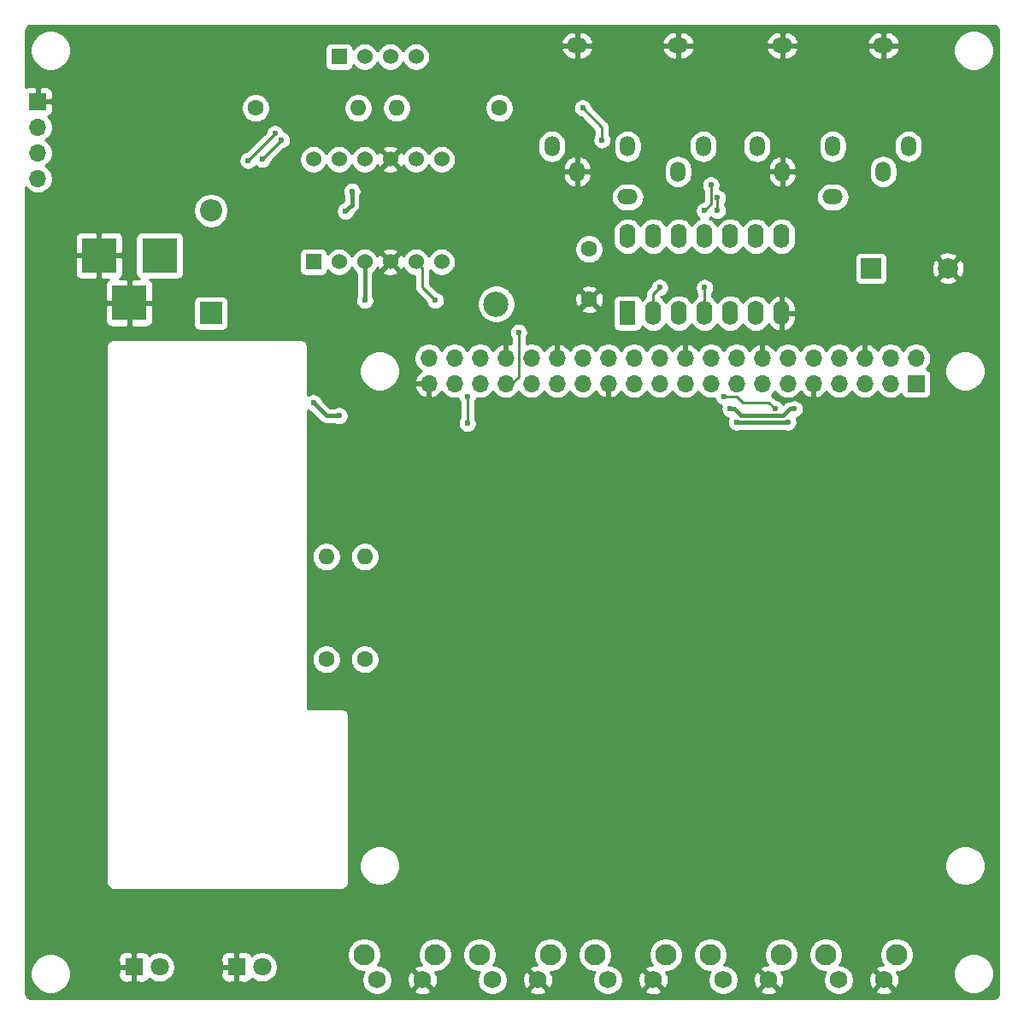
<source format=gbl>
G04 #@! TF.GenerationSoftware,KiCad,Pcbnew,(5.1.5)-3*
G04 #@! TF.CreationDate,2020-06-19T22:34:59+02:00*
G04 #@! TF.ProjectId,C64 Pi1541-II Module,43363420-5069-4313-9534-312d4949204d,rev?*
G04 #@! TF.SameCoordinates,Original*
G04 #@! TF.FileFunction,Copper,L2,Bot*
G04 #@! TF.FilePolarity,Positive*
%FSLAX46Y46*%
G04 Gerber Fmt 4.6, Leading zero omitted, Abs format (unit mm)*
G04 Created by KiCad (PCBNEW (5.1.5)-3) date 2020-06-19 22:34:59*
%MOMM*%
%LPD*%
G04 APERTURE LIST*
%ADD10C,2.100000*%
%ADD11C,1.750000*%
%ADD12O,1.700000X1.700000*%
%ADD13R,1.700000X1.700000*%
%ADD14C,2.000000*%
%ADD15R,2.000000X2.000000*%
%ADD16C,1.600000*%
%ADD17O,2.200000X2.200000*%
%ADD18R,2.200000X2.200000*%
%ADD19R,1.800000X1.800000*%
%ADD20C,1.800000*%
%ADD21R,1.524000X1.524000*%
%ADD22C,1.524000*%
%ADD23C,2.500000*%
%ADD24O,1.600000X2.400000*%
%ADD25R,1.600000X2.400000*%
%ADD26R,3.500000X3.500000*%
%ADD27O,1.524000X2.000000*%
%ADD28O,2.000000X1.524000*%
%ADD29O,1.600000X1.600000*%
%ADD30C,0.600000*%
%ADD31C,0.381000*%
%ADD32C,0.250000*%
%ADD33C,0.254000*%
G04 APERTURE END LIST*
D10*
X136505000Y-147370000D03*
D11*
X135255000Y-149860000D03*
X130755000Y-149860000D03*
D10*
X129495000Y-147370000D03*
X147935000Y-147370000D03*
D11*
X146685000Y-149860000D03*
X142185000Y-149860000D03*
D10*
X140925000Y-147370000D03*
X152355000Y-147370000D03*
D11*
X153615000Y-149860000D03*
X158115000Y-149860000D03*
D10*
X159365000Y-147370000D03*
X113645000Y-147370000D03*
D11*
X112395000Y-149860000D03*
X107895000Y-149860000D03*
D10*
X106635000Y-147370000D03*
X118065000Y-147370000D03*
D11*
X119325000Y-149860000D03*
X123825000Y-149860000D03*
D10*
X125075000Y-147370000D03*
D12*
X74295000Y-70485000D03*
X74295000Y-67945000D03*
X74295000Y-65405000D03*
D13*
X74295000Y-62865000D03*
D12*
X113030000Y-88265000D03*
X113030000Y-90805000D03*
X130810000Y-88265000D03*
X130810000Y-90805000D03*
X135890000Y-88265000D03*
X135890000Y-90805000D03*
X125730000Y-88265000D03*
X125730000Y-90805000D03*
X153670000Y-88265000D03*
X153670000Y-90805000D03*
X123190000Y-88265000D03*
X123190000Y-90805000D03*
X140970000Y-88265000D03*
X140970000Y-90805000D03*
X118110000Y-88265000D03*
X118110000Y-90805000D03*
X120650000Y-88265000D03*
X120650000Y-90805000D03*
X115570000Y-88265000D03*
X115570000Y-90805000D03*
X138430000Y-88265000D03*
X138430000Y-90805000D03*
X151130000Y-88265000D03*
X151130000Y-90805000D03*
X146050000Y-88265000D03*
X146050000Y-90805000D03*
X128270000Y-88265000D03*
X128270000Y-90805000D03*
X148590000Y-88265000D03*
X148590000Y-90805000D03*
X133350000Y-88265000D03*
X133350000Y-90805000D03*
D13*
X161290000Y-90805000D03*
D12*
X161290000Y-88265000D03*
X156210000Y-90805000D03*
X158750000Y-88265000D03*
X143510000Y-88265000D03*
X143510000Y-90805000D03*
X158750000Y-90805000D03*
X156210000Y-88265000D03*
D14*
X164445000Y-79375000D03*
D15*
X156845000Y-79375000D03*
D16*
X128905000Y-82470000D03*
X128905000Y-77470000D03*
D17*
X91440000Y-73660000D03*
D18*
X91440000Y-83820000D03*
D19*
X93980000Y-148590000D03*
D20*
X96520000Y-148590000D03*
X86360000Y-148590000D03*
D19*
X83820000Y-148590000D03*
D21*
X104140000Y-58420000D03*
D22*
X106680000Y-58420000D03*
X109220000Y-58420000D03*
X111760000Y-58420000D03*
D23*
X119700000Y-82920000D03*
D24*
X132715000Y-76200000D03*
X147955000Y-83820000D03*
X135255000Y-76200000D03*
X145415000Y-83820000D03*
X137795000Y-76200000D03*
X142875000Y-83820000D03*
X140335000Y-76200000D03*
X140335000Y-83820000D03*
X142875000Y-76200000D03*
X137795000Y-83820000D03*
X145415000Y-76200000D03*
X135255000Y-83820000D03*
X147955000Y-76200000D03*
D25*
X132715000Y-83820000D03*
D21*
X101600000Y-78740000D03*
D22*
X104140000Y-78740000D03*
X106680000Y-78740000D03*
X109220000Y-78740000D03*
X111760000Y-78740000D03*
X114300000Y-78740000D03*
X114300000Y-68580000D03*
X111760000Y-68580000D03*
X109220000Y-68580000D03*
X106680000Y-68580000D03*
X104140000Y-68580000D03*
X101600000Y-68580000D03*
D26*
X83360000Y-82805000D03*
X80360000Y-78105000D03*
X86360000Y-78105000D03*
D27*
X158035000Y-69810000D03*
X148035000Y-69810000D03*
X160535000Y-67310000D03*
X145535000Y-67310000D03*
D28*
X158035000Y-57310000D03*
X148035000Y-57310000D03*
D27*
X153035000Y-67310000D03*
D28*
X153035000Y-72310000D03*
X132715000Y-72310000D03*
D27*
X132715000Y-67310000D03*
D28*
X127715000Y-57310000D03*
X137715000Y-57310000D03*
D27*
X125215000Y-67310000D03*
X140215000Y-67310000D03*
X127715000Y-69810000D03*
X137715000Y-69810000D03*
D16*
X95885000Y-63500000D03*
D29*
X106045000Y-63500000D03*
X109855000Y-63500000D03*
D16*
X120015000Y-63500000D03*
D29*
X102870000Y-107950000D03*
D16*
X102870000Y-118110000D03*
X106680000Y-118110000D03*
D29*
X106680000Y-107950000D03*
D30*
X89535000Y-57150014D03*
X93289490Y-62230026D03*
X106680000Y-82550000D03*
X142875000Y-93289490D03*
X149216261Y-93307664D03*
X104140000Y-93980000D03*
X101600000Y-92710000D03*
X143510000Y-94615000D03*
X148590022Y-94615000D03*
X105410008Y-71754992D03*
X104775000Y-73715510D03*
X142240000Y-92075000D03*
X147320000Y-93289490D03*
X116840000Y-92075000D03*
X116840000Y-94742000D03*
X121920000Y-85725000D03*
X113665038Y-82550000D03*
X96520000Y-68579986D03*
X98425000Y-66675000D03*
X95125551Y-68704449D03*
X97789970Y-66040000D03*
X140335000Y-81280000D03*
X141605000Y-72390012D03*
X141605000Y-73660000D03*
X140970000Y-71120000D03*
X140335000Y-73660000D03*
X135890000Y-81280000D03*
X128270000Y-63500000D03*
X130175000Y-66675000D03*
D31*
X106680000Y-82550000D02*
X106680000Y-78740000D01*
X142875000Y-93289490D02*
X143299264Y-93289490D01*
X148791997Y-93307664D02*
X149216261Y-93307664D01*
X143299264Y-93289490D02*
X143989774Y-93980000D01*
X148119661Y-93980000D02*
X148791997Y-93307664D01*
X143989774Y-93980000D02*
X148119661Y-93980000D01*
X102870000Y-93980000D02*
X101600000Y-92710000D01*
X104140000Y-93980000D02*
X102870000Y-93980000D01*
X148590022Y-94615000D02*
X143510000Y-94615000D01*
X105074999Y-73415511D02*
X104775000Y-73715510D01*
X105410008Y-71754992D02*
X105410008Y-73080502D01*
X105410008Y-73080502D02*
X105074999Y-73415511D01*
D32*
X146712755Y-92682245D02*
X144117245Y-92682245D01*
X146712755Y-92682245D02*
X147320000Y-93289490D01*
X144117245Y-92682245D02*
X143510000Y-92075000D01*
X142240000Y-92075000D02*
X143510000Y-92075000D01*
X116840000Y-92075000D02*
X116840000Y-94742000D01*
X121920000Y-90102081D02*
X121920000Y-85725000D01*
X120650000Y-90805000D02*
X121217081Y-90805000D01*
X121217081Y-90805000D02*
X121920000Y-90102081D01*
X113665000Y-82550000D02*
X113665038Y-82550000D01*
X112395000Y-81280000D02*
X113665000Y-82550000D01*
X111760000Y-78740000D02*
X112395000Y-79375000D01*
X112395000Y-79375000D02*
X112395000Y-81280000D01*
X98424986Y-66675000D02*
X98425000Y-66675000D01*
X96520000Y-68579986D02*
X98424986Y-66675000D01*
X95125551Y-68704449D02*
X97789970Y-66040030D01*
X97789970Y-66040030D02*
X97789970Y-66040000D01*
X140335000Y-83820000D02*
X140335000Y-81280000D01*
X141605000Y-72390012D02*
X141605000Y-73660000D01*
X140970000Y-71120000D02*
X140970000Y-73025000D01*
X140970000Y-73025000D02*
X140335000Y-73660000D01*
X135890000Y-81280000D02*
X135255000Y-81915000D01*
X135255000Y-81915000D02*
X135255000Y-83820000D01*
X128270000Y-63500000D02*
X130175000Y-65405000D01*
X130175000Y-65405000D02*
X130175000Y-66675000D01*
D33*
G36*
X169018109Y-55334005D02*
G01*
X169122101Y-55365402D01*
X169218014Y-55416399D01*
X169302194Y-55485055D01*
X169371440Y-55568758D01*
X169423105Y-55664311D01*
X169455227Y-55768078D01*
X169470001Y-55908650D01*
X169470000Y-151095280D01*
X169455995Y-151238109D01*
X169424599Y-151342099D01*
X169373601Y-151438013D01*
X169304941Y-151522199D01*
X169221243Y-151591439D01*
X169125689Y-151643105D01*
X169021922Y-151675227D01*
X168881359Y-151690000D01*
X73694720Y-151690000D01*
X73551891Y-151675995D01*
X73447901Y-151644599D01*
X73351987Y-151593601D01*
X73267801Y-151524941D01*
X73198561Y-151441243D01*
X73146895Y-151345689D01*
X73114773Y-151241922D01*
X73100000Y-151101359D01*
X73100000Y-149027032D01*
X73555000Y-149027032D01*
X73555000Y-149422968D01*
X73632243Y-149811296D01*
X73783761Y-150177092D01*
X74003731Y-150506301D01*
X74283699Y-150786269D01*
X74612908Y-151006239D01*
X74978704Y-151157757D01*
X75367032Y-151235000D01*
X75762968Y-151235000D01*
X76151296Y-151157757D01*
X76517092Y-151006239D01*
X76846301Y-150786269D01*
X77126269Y-150506301D01*
X77346239Y-150177092D01*
X77497757Y-149811296D01*
X77561666Y-149490000D01*
X82281928Y-149490000D01*
X82294188Y-149614482D01*
X82330498Y-149734180D01*
X82389463Y-149844494D01*
X82468815Y-149941185D01*
X82565506Y-150020537D01*
X82675820Y-150079502D01*
X82795518Y-150115812D01*
X82920000Y-150128072D01*
X83534250Y-150125000D01*
X83693000Y-149966250D01*
X83693000Y-148717000D01*
X82443750Y-148717000D01*
X82285000Y-148875750D01*
X82281928Y-149490000D01*
X77561666Y-149490000D01*
X77575000Y-149422968D01*
X77575000Y-149027032D01*
X77497757Y-148638704D01*
X77346239Y-148272908D01*
X77126269Y-147943699D01*
X76872570Y-147690000D01*
X82281928Y-147690000D01*
X82285000Y-148304250D01*
X82443750Y-148463000D01*
X83693000Y-148463000D01*
X83693000Y-147213750D01*
X83947000Y-147213750D01*
X83947000Y-148463000D01*
X83967000Y-148463000D01*
X83967000Y-148717000D01*
X83947000Y-148717000D01*
X83947000Y-149966250D01*
X84105750Y-150125000D01*
X84720000Y-150128072D01*
X84844482Y-150115812D01*
X84964180Y-150079502D01*
X85074494Y-150020537D01*
X85171185Y-149941185D01*
X85250537Y-149844494D01*
X85309502Y-149734180D01*
X85315056Y-149715873D01*
X85381495Y-149782312D01*
X85632905Y-149950299D01*
X85912257Y-150066011D01*
X86208816Y-150125000D01*
X86511184Y-150125000D01*
X86807743Y-150066011D01*
X87087095Y-149950299D01*
X87338505Y-149782312D01*
X87552312Y-149568505D01*
X87604767Y-149490000D01*
X92441928Y-149490000D01*
X92454188Y-149614482D01*
X92490498Y-149734180D01*
X92549463Y-149844494D01*
X92628815Y-149941185D01*
X92725506Y-150020537D01*
X92835820Y-150079502D01*
X92955518Y-150115812D01*
X93080000Y-150128072D01*
X93694250Y-150125000D01*
X93853000Y-149966250D01*
X93853000Y-148717000D01*
X92603750Y-148717000D01*
X92445000Y-148875750D01*
X92441928Y-149490000D01*
X87604767Y-149490000D01*
X87720299Y-149317095D01*
X87836011Y-149037743D01*
X87895000Y-148741184D01*
X87895000Y-148438816D01*
X87836011Y-148142257D01*
X87720299Y-147862905D01*
X87604768Y-147690000D01*
X92441928Y-147690000D01*
X92445000Y-148304250D01*
X92603750Y-148463000D01*
X93853000Y-148463000D01*
X93853000Y-147213750D01*
X94107000Y-147213750D01*
X94107000Y-148463000D01*
X94127000Y-148463000D01*
X94127000Y-148717000D01*
X94107000Y-148717000D01*
X94107000Y-149966250D01*
X94265750Y-150125000D01*
X94880000Y-150128072D01*
X95004482Y-150115812D01*
X95124180Y-150079502D01*
X95234494Y-150020537D01*
X95331185Y-149941185D01*
X95410537Y-149844494D01*
X95469502Y-149734180D01*
X95475056Y-149715873D01*
X95541495Y-149782312D01*
X95792905Y-149950299D01*
X96072257Y-150066011D01*
X96368816Y-150125000D01*
X96671184Y-150125000D01*
X96967743Y-150066011D01*
X97247095Y-149950299D01*
X97498505Y-149782312D01*
X97712312Y-149568505D01*
X97880299Y-149317095D01*
X97996011Y-149037743D01*
X98055000Y-148741184D01*
X98055000Y-148438816D01*
X97996011Y-148142257D01*
X97880299Y-147862905D01*
X97712312Y-147611495D01*
X97498505Y-147397688D01*
X97247095Y-147229701D01*
X97185150Y-147204042D01*
X104950000Y-147204042D01*
X104950000Y-147535958D01*
X105014754Y-147861496D01*
X105141772Y-148168147D01*
X105326175Y-148444125D01*
X105560875Y-148678825D01*
X105836853Y-148863228D01*
X106143504Y-148990246D01*
X106469042Y-149055000D01*
X106616823Y-149055000D01*
X106556856Y-149144747D01*
X106443029Y-149419549D01*
X106385000Y-149711278D01*
X106385000Y-150008722D01*
X106443029Y-150300451D01*
X106556856Y-150575253D01*
X106722107Y-150822569D01*
X106932431Y-151032893D01*
X107179747Y-151198144D01*
X107454549Y-151311971D01*
X107746278Y-151370000D01*
X108043722Y-151370000D01*
X108335451Y-151311971D01*
X108610253Y-151198144D01*
X108857569Y-151032893D01*
X108984222Y-150906240D01*
X111528365Y-150906240D01*
X111609025Y-151157868D01*
X111877329Y-151286267D01*
X112165526Y-151359855D01*
X112462543Y-151375804D01*
X112756963Y-151333501D01*
X113037474Y-151234572D01*
X113180975Y-151157868D01*
X113261635Y-150906240D01*
X112395000Y-150039605D01*
X111528365Y-150906240D01*
X108984222Y-150906240D01*
X109067893Y-150822569D01*
X109233144Y-150575253D01*
X109346971Y-150300451D01*
X109405000Y-150008722D01*
X109405000Y-149927543D01*
X110879196Y-149927543D01*
X110921499Y-150221963D01*
X111020428Y-150502474D01*
X111097132Y-150645975D01*
X111348760Y-150726635D01*
X112215395Y-149860000D01*
X111348760Y-148993365D01*
X111097132Y-149074025D01*
X110968733Y-149342329D01*
X110895145Y-149630526D01*
X110879196Y-149927543D01*
X109405000Y-149927543D01*
X109405000Y-149711278D01*
X109346971Y-149419549D01*
X109233144Y-149144747D01*
X109067893Y-148897431D01*
X108984222Y-148813760D01*
X111528365Y-148813760D01*
X112395000Y-149680395D01*
X112409143Y-149666253D01*
X112588748Y-149845858D01*
X112574605Y-149860000D01*
X113441240Y-150726635D01*
X113692868Y-150645975D01*
X113821267Y-150377671D01*
X113894855Y-150089474D01*
X113910804Y-149792457D01*
X113868501Y-149498037D01*
X113769572Y-149217526D01*
X113692868Y-149074025D01*
X113633517Y-149055000D01*
X113810958Y-149055000D01*
X114136496Y-148990246D01*
X114443147Y-148863228D01*
X114719125Y-148678825D01*
X114953825Y-148444125D01*
X115138228Y-148168147D01*
X115265246Y-147861496D01*
X115330000Y-147535958D01*
X115330000Y-147204042D01*
X116380000Y-147204042D01*
X116380000Y-147535958D01*
X116444754Y-147861496D01*
X116571772Y-148168147D01*
X116756175Y-148444125D01*
X116990875Y-148678825D01*
X117266853Y-148863228D01*
X117573504Y-148990246D01*
X117899042Y-149055000D01*
X118046823Y-149055000D01*
X117986856Y-149144747D01*
X117873029Y-149419549D01*
X117815000Y-149711278D01*
X117815000Y-150008722D01*
X117873029Y-150300451D01*
X117986856Y-150575253D01*
X118152107Y-150822569D01*
X118362431Y-151032893D01*
X118609747Y-151198144D01*
X118884549Y-151311971D01*
X119176278Y-151370000D01*
X119473722Y-151370000D01*
X119765451Y-151311971D01*
X120040253Y-151198144D01*
X120287569Y-151032893D01*
X120414222Y-150906240D01*
X122958365Y-150906240D01*
X123039025Y-151157868D01*
X123307329Y-151286267D01*
X123595526Y-151359855D01*
X123892543Y-151375804D01*
X124186963Y-151333501D01*
X124467474Y-151234572D01*
X124610975Y-151157868D01*
X124691635Y-150906240D01*
X123825000Y-150039605D01*
X122958365Y-150906240D01*
X120414222Y-150906240D01*
X120497893Y-150822569D01*
X120663144Y-150575253D01*
X120776971Y-150300451D01*
X120835000Y-150008722D01*
X120835000Y-149927543D01*
X122309196Y-149927543D01*
X122351499Y-150221963D01*
X122450428Y-150502474D01*
X122527132Y-150645975D01*
X122778760Y-150726635D01*
X123645395Y-149860000D01*
X122778760Y-148993365D01*
X122527132Y-149074025D01*
X122398733Y-149342329D01*
X122325145Y-149630526D01*
X122309196Y-149927543D01*
X120835000Y-149927543D01*
X120835000Y-149711278D01*
X120776971Y-149419549D01*
X120663144Y-149144747D01*
X120497893Y-148897431D01*
X120414222Y-148813760D01*
X122958365Y-148813760D01*
X123825000Y-149680395D01*
X123839143Y-149666253D01*
X124018748Y-149845858D01*
X124004605Y-149860000D01*
X124871240Y-150726635D01*
X125122868Y-150645975D01*
X125251267Y-150377671D01*
X125324855Y-150089474D01*
X125340804Y-149792457D01*
X125298501Y-149498037D01*
X125199572Y-149217526D01*
X125122868Y-149074025D01*
X125063517Y-149055000D01*
X125240958Y-149055000D01*
X125566496Y-148990246D01*
X125873147Y-148863228D01*
X126149125Y-148678825D01*
X126383825Y-148444125D01*
X126568228Y-148168147D01*
X126695246Y-147861496D01*
X126760000Y-147535958D01*
X126760000Y-147204042D01*
X127810000Y-147204042D01*
X127810000Y-147535958D01*
X127874754Y-147861496D01*
X128001772Y-148168147D01*
X128186175Y-148444125D01*
X128420875Y-148678825D01*
X128696853Y-148863228D01*
X129003504Y-148990246D01*
X129329042Y-149055000D01*
X129476823Y-149055000D01*
X129416856Y-149144747D01*
X129303029Y-149419549D01*
X129245000Y-149711278D01*
X129245000Y-150008722D01*
X129303029Y-150300451D01*
X129416856Y-150575253D01*
X129582107Y-150822569D01*
X129792431Y-151032893D01*
X130039747Y-151198144D01*
X130314549Y-151311971D01*
X130606278Y-151370000D01*
X130903722Y-151370000D01*
X131195451Y-151311971D01*
X131470253Y-151198144D01*
X131717569Y-151032893D01*
X131844222Y-150906240D01*
X134388365Y-150906240D01*
X134469025Y-151157868D01*
X134737329Y-151286267D01*
X135025526Y-151359855D01*
X135322543Y-151375804D01*
X135616963Y-151333501D01*
X135897474Y-151234572D01*
X136040975Y-151157868D01*
X136121635Y-150906240D01*
X135255000Y-150039605D01*
X134388365Y-150906240D01*
X131844222Y-150906240D01*
X131927893Y-150822569D01*
X132093144Y-150575253D01*
X132206971Y-150300451D01*
X132265000Y-150008722D01*
X132265000Y-149927543D01*
X133739196Y-149927543D01*
X133781499Y-150221963D01*
X133880428Y-150502474D01*
X133957132Y-150645975D01*
X134208760Y-150726635D01*
X135075395Y-149860000D01*
X134208760Y-148993365D01*
X133957132Y-149074025D01*
X133828733Y-149342329D01*
X133755145Y-149630526D01*
X133739196Y-149927543D01*
X132265000Y-149927543D01*
X132265000Y-149711278D01*
X132206971Y-149419549D01*
X132093144Y-149144747D01*
X131927893Y-148897431D01*
X131844222Y-148813760D01*
X134388365Y-148813760D01*
X135255000Y-149680395D01*
X135269143Y-149666253D01*
X135448748Y-149845858D01*
X135434605Y-149860000D01*
X136301240Y-150726635D01*
X136552868Y-150645975D01*
X136681267Y-150377671D01*
X136754855Y-150089474D01*
X136770804Y-149792457D01*
X136728501Y-149498037D01*
X136629572Y-149217526D01*
X136552868Y-149074025D01*
X136493517Y-149055000D01*
X136670958Y-149055000D01*
X136996496Y-148990246D01*
X137303147Y-148863228D01*
X137579125Y-148678825D01*
X137813825Y-148444125D01*
X137998228Y-148168147D01*
X138125246Y-147861496D01*
X138190000Y-147535958D01*
X138190000Y-147204042D01*
X139240000Y-147204042D01*
X139240000Y-147535958D01*
X139304754Y-147861496D01*
X139431772Y-148168147D01*
X139616175Y-148444125D01*
X139850875Y-148678825D01*
X140126853Y-148863228D01*
X140433504Y-148990246D01*
X140759042Y-149055000D01*
X140906823Y-149055000D01*
X140846856Y-149144747D01*
X140733029Y-149419549D01*
X140675000Y-149711278D01*
X140675000Y-150008722D01*
X140733029Y-150300451D01*
X140846856Y-150575253D01*
X141012107Y-150822569D01*
X141222431Y-151032893D01*
X141469747Y-151198144D01*
X141744549Y-151311971D01*
X142036278Y-151370000D01*
X142333722Y-151370000D01*
X142625451Y-151311971D01*
X142900253Y-151198144D01*
X143147569Y-151032893D01*
X143274222Y-150906240D01*
X145818365Y-150906240D01*
X145899025Y-151157868D01*
X146167329Y-151286267D01*
X146455526Y-151359855D01*
X146752543Y-151375804D01*
X147046963Y-151333501D01*
X147327474Y-151234572D01*
X147470975Y-151157868D01*
X147551635Y-150906240D01*
X146685000Y-150039605D01*
X145818365Y-150906240D01*
X143274222Y-150906240D01*
X143357893Y-150822569D01*
X143523144Y-150575253D01*
X143636971Y-150300451D01*
X143695000Y-150008722D01*
X143695000Y-149927543D01*
X145169196Y-149927543D01*
X145211499Y-150221963D01*
X145310428Y-150502474D01*
X145387132Y-150645975D01*
X145638760Y-150726635D01*
X146505395Y-149860000D01*
X145638760Y-148993365D01*
X145387132Y-149074025D01*
X145258733Y-149342329D01*
X145185145Y-149630526D01*
X145169196Y-149927543D01*
X143695000Y-149927543D01*
X143695000Y-149711278D01*
X143636971Y-149419549D01*
X143523144Y-149144747D01*
X143357893Y-148897431D01*
X143274222Y-148813760D01*
X145818365Y-148813760D01*
X146685000Y-149680395D01*
X146699143Y-149666253D01*
X146878748Y-149845858D01*
X146864605Y-149860000D01*
X147731240Y-150726635D01*
X147982868Y-150645975D01*
X148111267Y-150377671D01*
X148184855Y-150089474D01*
X148200804Y-149792457D01*
X148158501Y-149498037D01*
X148059572Y-149217526D01*
X147982868Y-149074025D01*
X147923517Y-149055000D01*
X148100958Y-149055000D01*
X148426496Y-148990246D01*
X148733147Y-148863228D01*
X149009125Y-148678825D01*
X149243825Y-148444125D01*
X149428228Y-148168147D01*
X149555246Y-147861496D01*
X149620000Y-147535958D01*
X149620000Y-147204042D01*
X150670000Y-147204042D01*
X150670000Y-147535958D01*
X150734754Y-147861496D01*
X150861772Y-148168147D01*
X151046175Y-148444125D01*
X151280875Y-148678825D01*
X151556853Y-148863228D01*
X151863504Y-148990246D01*
X152189042Y-149055000D01*
X152336823Y-149055000D01*
X152276856Y-149144747D01*
X152163029Y-149419549D01*
X152105000Y-149711278D01*
X152105000Y-150008722D01*
X152163029Y-150300451D01*
X152276856Y-150575253D01*
X152442107Y-150822569D01*
X152652431Y-151032893D01*
X152899747Y-151198144D01*
X153174549Y-151311971D01*
X153466278Y-151370000D01*
X153763722Y-151370000D01*
X154055451Y-151311971D01*
X154330253Y-151198144D01*
X154577569Y-151032893D01*
X154704222Y-150906240D01*
X157248365Y-150906240D01*
X157329025Y-151157868D01*
X157597329Y-151286267D01*
X157885526Y-151359855D01*
X158182543Y-151375804D01*
X158476963Y-151333501D01*
X158757474Y-151234572D01*
X158900975Y-151157868D01*
X158981635Y-150906240D01*
X158115000Y-150039605D01*
X157248365Y-150906240D01*
X154704222Y-150906240D01*
X154787893Y-150822569D01*
X154953144Y-150575253D01*
X155066971Y-150300451D01*
X155125000Y-150008722D01*
X155125000Y-149927543D01*
X156599196Y-149927543D01*
X156641499Y-150221963D01*
X156740428Y-150502474D01*
X156817132Y-150645975D01*
X157068760Y-150726635D01*
X157935395Y-149860000D01*
X157068760Y-148993365D01*
X156817132Y-149074025D01*
X156688733Y-149342329D01*
X156615145Y-149630526D01*
X156599196Y-149927543D01*
X155125000Y-149927543D01*
X155125000Y-149711278D01*
X155066971Y-149419549D01*
X154953144Y-149144747D01*
X154787893Y-148897431D01*
X154704222Y-148813760D01*
X157248365Y-148813760D01*
X158115000Y-149680395D01*
X158129143Y-149666253D01*
X158308748Y-149845858D01*
X158294605Y-149860000D01*
X159161240Y-150726635D01*
X159412868Y-150645975D01*
X159541267Y-150377671D01*
X159614855Y-150089474D01*
X159630804Y-149792457D01*
X159588501Y-149498037D01*
X159489572Y-149217526D01*
X159412868Y-149074025D01*
X159353517Y-149055000D01*
X159530958Y-149055000D01*
X159671561Y-149027032D01*
X164995000Y-149027032D01*
X164995000Y-149422968D01*
X165072243Y-149811296D01*
X165223761Y-150177092D01*
X165443731Y-150506301D01*
X165723699Y-150786269D01*
X166052908Y-151006239D01*
X166418704Y-151157757D01*
X166807032Y-151235000D01*
X167202968Y-151235000D01*
X167591296Y-151157757D01*
X167957092Y-151006239D01*
X168286301Y-150786269D01*
X168566269Y-150506301D01*
X168786239Y-150177092D01*
X168937757Y-149811296D01*
X169015000Y-149422968D01*
X169015000Y-149027032D01*
X168937757Y-148638704D01*
X168786239Y-148272908D01*
X168566269Y-147943699D01*
X168286301Y-147663731D01*
X167957092Y-147443761D01*
X167591296Y-147292243D01*
X167202968Y-147215000D01*
X166807032Y-147215000D01*
X166418704Y-147292243D01*
X166052908Y-147443761D01*
X165723699Y-147663731D01*
X165443731Y-147943699D01*
X165223761Y-148272908D01*
X165072243Y-148638704D01*
X164995000Y-149027032D01*
X159671561Y-149027032D01*
X159856496Y-148990246D01*
X160163147Y-148863228D01*
X160439125Y-148678825D01*
X160673825Y-148444125D01*
X160858228Y-148168147D01*
X160985246Y-147861496D01*
X161050000Y-147535958D01*
X161050000Y-147204042D01*
X160985246Y-146878504D01*
X160858228Y-146571853D01*
X160673825Y-146295875D01*
X160439125Y-146061175D01*
X160163147Y-145876772D01*
X159856496Y-145749754D01*
X159530958Y-145685000D01*
X159199042Y-145685000D01*
X158873504Y-145749754D01*
X158566853Y-145876772D01*
X158290875Y-146061175D01*
X158056175Y-146295875D01*
X157871772Y-146571853D01*
X157744754Y-146878504D01*
X157680000Y-147204042D01*
X157680000Y-147535958D01*
X157744754Y-147861496D01*
X157871772Y-148168147D01*
X157994490Y-148351806D01*
X157753037Y-148386499D01*
X157472526Y-148485428D01*
X157329025Y-148562132D01*
X157248365Y-148813760D01*
X154704222Y-148813760D01*
X154577569Y-148687107D01*
X154330253Y-148521856D01*
X154055451Y-148408029D01*
X153763722Y-148350000D01*
X153726717Y-148350000D01*
X153848228Y-148168147D01*
X153975246Y-147861496D01*
X154040000Y-147535958D01*
X154040000Y-147204042D01*
X153975246Y-146878504D01*
X153848228Y-146571853D01*
X153663825Y-146295875D01*
X153429125Y-146061175D01*
X153153147Y-145876772D01*
X152846496Y-145749754D01*
X152520958Y-145685000D01*
X152189042Y-145685000D01*
X151863504Y-145749754D01*
X151556853Y-145876772D01*
X151280875Y-146061175D01*
X151046175Y-146295875D01*
X150861772Y-146571853D01*
X150734754Y-146878504D01*
X150670000Y-147204042D01*
X149620000Y-147204042D01*
X149555246Y-146878504D01*
X149428228Y-146571853D01*
X149243825Y-146295875D01*
X149009125Y-146061175D01*
X148733147Y-145876772D01*
X148426496Y-145749754D01*
X148100958Y-145685000D01*
X147769042Y-145685000D01*
X147443504Y-145749754D01*
X147136853Y-145876772D01*
X146860875Y-146061175D01*
X146626175Y-146295875D01*
X146441772Y-146571853D01*
X146314754Y-146878504D01*
X146250000Y-147204042D01*
X146250000Y-147535958D01*
X146314754Y-147861496D01*
X146441772Y-148168147D01*
X146564490Y-148351806D01*
X146323037Y-148386499D01*
X146042526Y-148485428D01*
X145899025Y-148562132D01*
X145818365Y-148813760D01*
X143274222Y-148813760D01*
X143147569Y-148687107D01*
X142900253Y-148521856D01*
X142625451Y-148408029D01*
X142333722Y-148350000D01*
X142296717Y-148350000D01*
X142418228Y-148168147D01*
X142545246Y-147861496D01*
X142610000Y-147535958D01*
X142610000Y-147204042D01*
X142545246Y-146878504D01*
X142418228Y-146571853D01*
X142233825Y-146295875D01*
X141999125Y-146061175D01*
X141723147Y-145876772D01*
X141416496Y-145749754D01*
X141090958Y-145685000D01*
X140759042Y-145685000D01*
X140433504Y-145749754D01*
X140126853Y-145876772D01*
X139850875Y-146061175D01*
X139616175Y-146295875D01*
X139431772Y-146571853D01*
X139304754Y-146878504D01*
X139240000Y-147204042D01*
X138190000Y-147204042D01*
X138125246Y-146878504D01*
X137998228Y-146571853D01*
X137813825Y-146295875D01*
X137579125Y-146061175D01*
X137303147Y-145876772D01*
X136996496Y-145749754D01*
X136670958Y-145685000D01*
X136339042Y-145685000D01*
X136013504Y-145749754D01*
X135706853Y-145876772D01*
X135430875Y-146061175D01*
X135196175Y-146295875D01*
X135011772Y-146571853D01*
X134884754Y-146878504D01*
X134820000Y-147204042D01*
X134820000Y-147535958D01*
X134884754Y-147861496D01*
X135011772Y-148168147D01*
X135134490Y-148351806D01*
X134893037Y-148386499D01*
X134612526Y-148485428D01*
X134469025Y-148562132D01*
X134388365Y-148813760D01*
X131844222Y-148813760D01*
X131717569Y-148687107D01*
X131470253Y-148521856D01*
X131195451Y-148408029D01*
X130903722Y-148350000D01*
X130866717Y-148350000D01*
X130988228Y-148168147D01*
X131115246Y-147861496D01*
X131180000Y-147535958D01*
X131180000Y-147204042D01*
X131115246Y-146878504D01*
X130988228Y-146571853D01*
X130803825Y-146295875D01*
X130569125Y-146061175D01*
X130293147Y-145876772D01*
X129986496Y-145749754D01*
X129660958Y-145685000D01*
X129329042Y-145685000D01*
X129003504Y-145749754D01*
X128696853Y-145876772D01*
X128420875Y-146061175D01*
X128186175Y-146295875D01*
X128001772Y-146571853D01*
X127874754Y-146878504D01*
X127810000Y-147204042D01*
X126760000Y-147204042D01*
X126695246Y-146878504D01*
X126568228Y-146571853D01*
X126383825Y-146295875D01*
X126149125Y-146061175D01*
X125873147Y-145876772D01*
X125566496Y-145749754D01*
X125240958Y-145685000D01*
X124909042Y-145685000D01*
X124583504Y-145749754D01*
X124276853Y-145876772D01*
X124000875Y-146061175D01*
X123766175Y-146295875D01*
X123581772Y-146571853D01*
X123454754Y-146878504D01*
X123390000Y-147204042D01*
X123390000Y-147535958D01*
X123454754Y-147861496D01*
X123581772Y-148168147D01*
X123704490Y-148351806D01*
X123463037Y-148386499D01*
X123182526Y-148485428D01*
X123039025Y-148562132D01*
X122958365Y-148813760D01*
X120414222Y-148813760D01*
X120287569Y-148687107D01*
X120040253Y-148521856D01*
X119765451Y-148408029D01*
X119473722Y-148350000D01*
X119436717Y-148350000D01*
X119558228Y-148168147D01*
X119685246Y-147861496D01*
X119750000Y-147535958D01*
X119750000Y-147204042D01*
X119685246Y-146878504D01*
X119558228Y-146571853D01*
X119373825Y-146295875D01*
X119139125Y-146061175D01*
X118863147Y-145876772D01*
X118556496Y-145749754D01*
X118230958Y-145685000D01*
X117899042Y-145685000D01*
X117573504Y-145749754D01*
X117266853Y-145876772D01*
X116990875Y-146061175D01*
X116756175Y-146295875D01*
X116571772Y-146571853D01*
X116444754Y-146878504D01*
X116380000Y-147204042D01*
X115330000Y-147204042D01*
X115265246Y-146878504D01*
X115138228Y-146571853D01*
X114953825Y-146295875D01*
X114719125Y-146061175D01*
X114443147Y-145876772D01*
X114136496Y-145749754D01*
X113810958Y-145685000D01*
X113479042Y-145685000D01*
X113153504Y-145749754D01*
X112846853Y-145876772D01*
X112570875Y-146061175D01*
X112336175Y-146295875D01*
X112151772Y-146571853D01*
X112024754Y-146878504D01*
X111960000Y-147204042D01*
X111960000Y-147535958D01*
X112024754Y-147861496D01*
X112151772Y-148168147D01*
X112274490Y-148351806D01*
X112033037Y-148386499D01*
X111752526Y-148485428D01*
X111609025Y-148562132D01*
X111528365Y-148813760D01*
X108984222Y-148813760D01*
X108857569Y-148687107D01*
X108610253Y-148521856D01*
X108335451Y-148408029D01*
X108043722Y-148350000D01*
X108006717Y-148350000D01*
X108128228Y-148168147D01*
X108255246Y-147861496D01*
X108320000Y-147535958D01*
X108320000Y-147204042D01*
X108255246Y-146878504D01*
X108128228Y-146571853D01*
X107943825Y-146295875D01*
X107709125Y-146061175D01*
X107433147Y-145876772D01*
X107126496Y-145749754D01*
X106800958Y-145685000D01*
X106469042Y-145685000D01*
X106143504Y-145749754D01*
X105836853Y-145876772D01*
X105560875Y-146061175D01*
X105326175Y-146295875D01*
X105141772Y-146571853D01*
X105014754Y-146878504D01*
X104950000Y-147204042D01*
X97185150Y-147204042D01*
X96967743Y-147113989D01*
X96671184Y-147055000D01*
X96368816Y-147055000D01*
X96072257Y-147113989D01*
X95792905Y-147229701D01*
X95541495Y-147397688D01*
X95475056Y-147464127D01*
X95469502Y-147445820D01*
X95410537Y-147335506D01*
X95331185Y-147238815D01*
X95234494Y-147159463D01*
X95124180Y-147100498D01*
X95004482Y-147064188D01*
X94880000Y-147051928D01*
X94265750Y-147055000D01*
X94107000Y-147213750D01*
X93853000Y-147213750D01*
X93694250Y-147055000D01*
X93080000Y-147051928D01*
X92955518Y-147064188D01*
X92835820Y-147100498D01*
X92725506Y-147159463D01*
X92628815Y-147238815D01*
X92549463Y-147335506D01*
X92490498Y-147445820D01*
X92454188Y-147565518D01*
X92441928Y-147690000D01*
X87604768Y-147690000D01*
X87552312Y-147611495D01*
X87338505Y-147397688D01*
X87087095Y-147229701D01*
X86807743Y-147113989D01*
X86511184Y-147055000D01*
X86208816Y-147055000D01*
X85912257Y-147113989D01*
X85632905Y-147229701D01*
X85381495Y-147397688D01*
X85315056Y-147464127D01*
X85309502Y-147445820D01*
X85250537Y-147335506D01*
X85171185Y-147238815D01*
X85074494Y-147159463D01*
X84964180Y-147100498D01*
X84844482Y-147064188D01*
X84720000Y-147051928D01*
X84105750Y-147055000D01*
X83947000Y-147213750D01*
X83693000Y-147213750D01*
X83534250Y-147055000D01*
X82920000Y-147051928D01*
X82795518Y-147064188D01*
X82675820Y-147100498D01*
X82565506Y-147159463D01*
X82468815Y-147238815D01*
X82389463Y-147335506D01*
X82330498Y-147445820D01*
X82294188Y-147565518D01*
X82281928Y-147690000D01*
X76872570Y-147690000D01*
X76846301Y-147663731D01*
X76517092Y-147443761D01*
X76151296Y-147292243D01*
X75762968Y-147215000D01*
X75367032Y-147215000D01*
X74978704Y-147292243D01*
X74612908Y-147443761D01*
X74283699Y-147663731D01*
X74003731Y-147943699D01*
X73783761Y-148272908D01*
X73632243Y-148638704D01*
X73555000Y-149027032D01*
X73100000Y-149027032D01*
X73100000Y-87122000D01*
X81074565Y-87122000D01*
X81078001Y-87156887D01*
X81078000Y-140173123D01*
X81074565Y-140208000D01*
X81088273Y-140347184D01*
X81128872Y-140481020D01*
X81194800Y-140604363D01*
X81283525Y-140712475D01*
X81391637Y-140801200D01*
X81514980Y-140867128D01*
X81648816Y-140907727D01*
X81788000Y-140921435D01*
X81822877Y-140918000D01*
X104359123Y-140918000D01*
X104394000Y-140921435D01*
X104428877Y-140918000D01*
X104533184Y-140907727D01*
X104667020Y-140867128D01*
X104790363Y-140801200D01*
X104898475Y-140712475D01*
X104987200Y-140604363D01*
X105053128Y-140481020D01*
X105093727Y-140347184D01*
X105107435Y-140208000D01*
X105104000Y-140173123D01*
X105104000Y-138337032D01*
X106150000Y-138337032D01*
X106150000Y-138732968D01*
X106227243Y-139121296D01*
X106378761Y-139487092D01*
X106598731Y-139816301D01*
X106878699Y-140096269D01*
X107207908Y-140316239D01*
X107573704Y-140467757D01*
X107962032Y-140545000D01*
X108357968Y-140545000D01*
X108746296Y-140467757D01*
X109112092Y-140316239D01*
X109441301Y-140096269D01*
X109721269Y-139816301D01*
X109941239Y-139487092D01*
X110092757Y-139121296D01*
X110170000Y-138732968D01*
X110170000Y-138337032D01*
X164150000Y-138337032D01*
X164150000Y-138732968D01*
X164227243Y-139121296D01*
X164378761Y-139487092D01*
X164598731Y-139816301D01*
X164878699Y-140096269D01*
X165207908Y-140316239D01*
X165573704Y-140467757D01*
X165962032Y-140545000D01*
X166357968Y-140545000D01*
X166746296Y-140467757D01*
X167112092Y-140316239D01*
X167441301Y-140096269D01*
X167721269Y-139816301D01*
X167941239Y-139487092D01*
X168092757Y-139121296D01*
X168170000Y-138732968D01*
X168170000Y-138337032D01*
X168092757Y-137948704D01*
X167941239Y-137582908D01*
X167721269Y-137253699D01*
X167441301Y-136973731D01*
X167112092Y-136753761D01*
X166746296Y-136602243D01*
X166357968Y-136525000D01*
X165962032Y-136525000D01*
X165573704Y-136602243D01*
X165207908Y-136753761D01*
X164878699Y-136973731D01*
X164598731Y-137253699D01*
X164378761Y-137582908D01*
X164227243Y-137948704D01*
X164150000Y-138337032D01*
X110170000Y-138337032D01*
X110092757Y-137948704D01*
X109941239Y-137582908D01*
X109721269Y-137253699D01*
X109441301Y-136973731D01*
X109112092Y-136753761D01*
X108746296Y-136602243D01*
X108357968Y-136525000D01*
X107962032Y-136525000D01*
X107573704Y-136602243D01*
X107207908Y-136753761D01*
X106878699Y-136973731D01*
X106598731Y-137253699D01*
X106378761Y-137582908D01*
X106227243Y-137948704D01*
X106150000Y-138337032D01*
X105104000Y-138337032D01*
X105104000Y-123732877D01*
X105107435Y-123698000D01*
X105093727Y-123558816D01*
X105053128Y-123424980D01*
X104987200Y-123301637D01*
X104898475Y-123193525D01*
X104790363Y-123104800D01*
X104667020Y-123038872D01*
X104533184Y-122998273D01*
X104428877Y-122988000D01*
X104394000Y-122984565D01*
X104359123Y-122988000D01*
X101040000Y-122988000D01*
X101040000Y-117968665D01*
X101435000Y-117968665D01*
X101435000Y-118251335D01*
X101490147Y-118528574D01*
X101598320Y-118789727D01*
X101755363Y-119024759D01*
X101955241Y-119224637D01*
X102190273Y-119381680D01*
X102451426Y-119489853D01*
X102728665Y-119545000D01*
X103011335Y-119545000D01*
X103288574Y-119489853D01*
X103549727Y-119381680D01*
X103784759Y-119224637D01*
X103984637Y-119024759D01*
X104141680Y-118789727D01*
X104249853Y-118528574D01*
X104305000Y-118251335D01*
X104305000Y-117968665D01*
X105245000Y-117968665D01*
X105245000Y-118251335D01*
X105300147Y-118528574D01*
X105408320Y-118789727D01*
X105565363Y-119024759D01*
X105765241Y-119224637D01*
X106000273Y-119381680D01*
X106261426Y-119489853D01*
X106538665Y-119545000D01*
X106821335Y-119545000D01*
X107098574Y-119489853D01*
X107359727Y-119381680D01*
X107594759Y-119224637D01*
X107794637Y-119024759D01*
X107951680Y-118789727D01*
X108059853Y-118528574D01*
X108115000Y-118251335D01*
X108115000Y-117968665D01*
X108059853Y-117691426D01*
X107951680Y-117430273D01*
X107794637Y-117195241D01*
X107594759Y-116995363D01*
X107359727Y-116838320D01*
X107098574Y-116730147D01*
X106821335Y-116675000D01*
X106538665Y-116675000D01*
X106261426Y-116730147D01*
X106000273Y-116838320D01*
X105765241Y-116995363D01*
X105565363Y-117195241D01*
X105408320Y-117430273D01*
X105300147Y-117691426D01*
X105245000Y-117968665D01*
X104305000Y-117968665D01*
X104249853Y-117691426D01*
X104141680Y-117430273D01*
X103984637Y-117195241D01*
X103784759Y-116995363D01*
X103549727Y-116838320D01*
X103288574Y-116730147D01*
X103011335Y-116675000D01*
X102728665Y-116675000D01*
X102451426Y-116730147D01*
X102190273Y-116838320D01*
X101955241Y-116995363D01*
X101755363Y-117195241D01*
X101598320Y-117430273D01*
X101490147Y-117691426D01*
X101435000Y-117968665D01*
X101040000Y-117968665D01*
X101040000Y-107808665D01*
X101435000Y-107808665D01*
X101435000Y-108091335D01*
X101490147Y-108368574D01*
X101598320Y-108629727D01*
X101755363Y-108864759D01*
X101955241Y-109064637D01*
X102190273Y-109221680D01*
X102451426Y-109329853D01*
X102728665Y-109385000D01*
X103011335Y-109385000D01*
X103288574Y-109329853D01*
X103549727Y-109221680D01*
X103784759Y-109064637D01*
X103984637Y-108864759D01*
X104141680Y-108629727D01*
X104249853Y-108368574D01*
X104305000Y-108091335D01*
X104305000Y-107808665D01*
X105245000Y-107808665D01*
X105245000Y-108091335D01*
X105300147Y-108368574D01*
X105408320Y-108629727D01*
X105565363Y-108864759D01*
X105765241Y-109064637D01*
X106000273Y-109221680D01*
X106261426Y-109329853D01*
X106538665Y-109385000D01*
X106821335Y-109385000D01*
X107098574Y-109329853D01*
X107359727Y-109221680D01*
X107594759Y-109064637D01*
X107794637Y-108864759D01*
X107951680Y-108629727D01*
X108059853Y-108368574D01*
X108115000Y-108091335D01*
X108115000Y-107808665D01*
X108059853Y-107531426D01*
X107951680Y-107270273D01*
X107794637Y-107035241D01*
X107594759Y-106835363D01*
X107359727Y-106678320D01*
X107098574Y-106570147D01*
X106821335Y-106515000D01*
X106538665Y-106515000D01*
X106261426Y-106570147D01*
X106000273Y-106678320D01*
X105765241Y-106835363D01*
X105565363Y-107035241D01*
X105408320Y-107270273D01*
X105300147Y-107531426D01*
X105245000Y-107808665D01*
X104305000Y-107808665D01*
X104249853Y-107531426D01*
X104141680Y-107270273D01*
X103984637Y-107035241D01*
X103784759Y-106835363D01*
X103549727Y-106678320D01*
X103288574Y-106570147D01*
X103011335Y-106515000D01*
X102728665Y-106515000D01*
X102451426Y-106570147D01*
X102190273Y-106678320D01*
X101955241Y-106835363D01*
X101755363Y-107035241D01*
X101598320Y-107270273D01*
X101490147Y-107531426D01*
X101435000Y-107808665D01*
X101040000Y-107808665D01*
X101040000Y-93460335D01*
X101157111Y-93538586D01*
X101327271Y-93609068D01*
X101332720Y-93610152D01*
X102257606Y-94535039D01*
X102283459Y-94566541D01*
X102314959Y-94592392D01*
X102409157Y-94669699D01*
X102459111Y-94696399D01*
X102552566Y-94746353D01*
X102708174Y-94793556D01*
X102829447Y-94805500D01*
X102829449Y-94805500D01*
X102869999Y-94809494D01*
X102910550Y-94805500D01*
X103692492Y-94805500D01*
X103697111Y-94808586D01*
X103867271Y-94879068D01*
X104047911Y-94915000D01*
X104232089Y-94915000D01*
X104412729Y-94879068D01*
X104582889Y-94808586D01*
X104736028Y-94706262D01*
X104866262Y-94576028D01*
X104968586Y-94422889D01*
X105039068Y-94252729D01*
X105075000Y-94072089D01*
X105075000Y-93887911D01*
X105039068Y-93707271D01*
X104968586Y-93537111D01*
X104866262Y-93383972D01*
X104736028Y-93253738D01*
X104582889Y-93151414D01*
X104412729Y-93080932D01*
X104232089Y-93045000D01*
X104047911Y-93045000D01*
X103867271Y-93080932D01*
X103697111Y-93151414D01*
X103692492Y-93154500D01*
X103211933Y-93154500D01*
X102500152Y-92442720D01*
X102499068Y-92437271D01*
X102428586Y-92267111D01*
X102326262Y-92113972D01*
X102196028Y-91983738D01*
X102042889Y-91881414D01*
X101872729Y-91810932D01*
X101692089Y-91775000D01*
X101507911Y-91775000D01*
X101327271Y-91810932D01*
X101157111Y-91881414D01*
X101040000Y-91959665D01*
X101040000Y-89337032D01*
X106150000Y-89337032D01*
X106150000Y-89732968D01*
X106227243Y-90121296D01*
X106378761Y-90487092D01*
X106598731Y-90816301D01*
X106878699Y-91096269D01*
X107207908Y-91316239D01*
X107573704Y-91467757D01*
X107962032Y-91545000D01*
X108357968Y-91545000D01*
X108746296Y-91467757D01*
X109112092Y-91316239D01*
X109343090Y-91161891D01*
X111588519Y-91161891D01*
X111685843Y-91436252D01*
X111834822Y-91686355D01*
X112029731Y-91902588D01*
X112263080Y-92076641D01*
X112525901Y-92201825D01*
X112673110Y-92246476D01*
X112903000Y-92125155D01*
X112903000Y-90932000D01*
X111709186Y-90932000D01*
X111588519Y-91161891D01*
X109343090Y-91161891D01*
X109441301Y-91096269D01*
X109721269Y-90816301D01*
X109941239Y-90487092D01*
X110092757Y-90121296D01*
X110170000Y-89732968D01*
X110170000Y-89337032D01*
X110092757Y-88948704D01*
X109941239Y-88582908D01*
X109721269Y-88253699D01*
X109586310Y-88118740D01*
X111545000Y-88118740D01*
X111545000Y-88411260D01*
X111602068Y-88698158D01*
X111714010Y-88968411D01*
X111876525Y-89211632D01*
X112083368Y-89418475D01*
X112259406Y-89536100D01*
X112029731Y-89707412D01*
X111834822Y-89923645D01*
X111685843Y-90173748D01*
X111588519Y-90448109D01*
X111709186Y-90678000D01*
X112903000Y-90678000D01*
X112903000Y-90658000D01*
X113157000Y-90658000D01*
X113157000Y-90678000D01*
X113177000Y-90678000D01*
X113177000Y-90932000D01*
X113157000Y-90932000D01*
X113157000Y-92125155D01*
X113386890Y-92246476D01*
X113534099Y-92201825D01*
X113796920Y-92076641D01*
X114030269Y-91902588D01*
X114225178Y-91686355D01*
X114294805Y-91569466D01*
X114416525Y-91751632D01*
X114623368Y-91958475D01*
X114866589Y-92120990D01*
X115136842Y-92232932D01*
X115423740Y-92290000D01*
X115716260Y-92290000D01*
X115921335Y-92249208D01*
X115940932Y-92347729D01*
X116011414Y-92517889D01*
X116080000Y-92620536D01*
X116080001Y-94196463D01*
X116011414Y-94299111D01*
X115940932Y-94469271D01*
X115905000Y-94649911D01*
X115905000Y-94834089D01*
X115940932Y-95014729D01*
X116011414Y-95184889D01*
X116113738Y-95338028D01*
X116243972Y-95468262D01*
X116397111Y-95570586D01*
X116567271Y-95641068D01*
X116747911Y-95677000D01*
X116932089Y-95677000D01*
X117112729Y-95641068D01*
X117282889Y-95570586D01*
X117436028Y-95468262D01*
X117566262Y-95338028D01*
X117668586Y-95184889D01*
X117739068Y-95014729D01*
X117775000Y-94834089D01*
X117775000Y-94649911D01*
X117739068Y-94469271D01*
X117668586Y-94299111D01*
X117600000Y-94196465D01*
X117600000Y-92620535D01*
X117668586Y-92517889D01*
X117739068Y-92347729D01*
X117758665Y-92249208D01*
X117963740Y-92290000D01*
X118256260Y-92290000D01*
X118543158Y-92232932D01*
X118813411Y-92120990D01*
X119056632Y-91958475D01*
X119263475Y-91751632D01*
X119380000Y-91577240D01*
X119496525Y-91751632D01*
X119703368Y-91958475D01*
X119946589Y-92120990D01*
X120216842Y-92232932D01*
X120503740Y-92290000D01*
X120796260Y-92290000D01*
X121083158Y-92232932D01*
X121353411Y-92120990D01*
X121596632Y-91958475D01*
X121803475Y-91751632D01*
X121920000Y-91577240D01*
X122036525Y-91751632D01*
X122243368Y-91958475D01*
X122486589Y-92120990D01*
X122756842Y-92232932D01*
X123043740Y-92290000D01*
X123336260Y-92290000D01*
X123623158Y-92232932D01*
X123893411Y-92120990D01*
X124136632Y-91958475D01*
X124343475Y-91751632D01*
X124460000Y-91577240D01*
X124576525Y-91751632D01*
X124783368Y-91958475D01*
X125026589Y-92120990D01*
X125296842Y-92232932D01*
X125583740Y-92290000D01*
X125876260Y-92290000D01*
X126163158Y-92232932D01*
X126433411Y-92120990D01*
X126676632Y-91958475D01*
X126883475Y-91751632D01*
X127000000Y-91577240D01*
X127116525Y-91751632D01*
X127323368Y-91958475D01*
X127566589Y-92120990D01*
X127836842Y-92232932D01*
X128123740Y-92290000D01*
X128416260Y-92290000D01*
X128703158Y-92232932D01*
X128973411Y-92120990D01*
X129216632Y-91958475D01*
X129423475Y-91751632D01*
X129545195Y-91569466D01*
X129614822Y-91686355D01*
X129809731Y-91902588D01*
X130043080Y-92076641D01*
X130305901Y-92201825D01*
X130453110Y-92246476D01*
X130683000Y-92125155D01*
X130683000Y-90932000D01*
X130663000Y-90932000D01*
X130663000Y-90678000D01*
X130683000Y-90678000D01*
X130683000Y-90658000D01*
X130937000Y-90658000D01*
X130937000Y-90678000D01*
X130957000Y-90678000D01*
X130957000Y-90932000D01*
X130937000Y-90932000D01*
X130937000Y-92125155D01*
X131166890Y-92246476D01*
X131314099Y-92201825D01*
X131576920Y-92076641D01*
X131810269Y-91902588D01*
X132005178Y-91686355D01*
X132074805Y-91569466D01*
X132196525Y-91751632D01*
X132403368Y-91958475D01*
X132646589Y-92120990D01*
X132916842Y-92232932D01*
X133203740Y-92290000D01*
X133496260Y-92290000D01*
X133783158Y-92232932D01*
X134053411Y-92120990D01*
X134296632Y-91958475D01*
X134503475Y-91751632D01*
X134620000Y-91577240D01*
X134736525Y-91751632D01*
X134943368Y-91958475D01*
X135186589Y-92120990D01*
X135456842Y-92232932D01*
X135743740Y-92290000D01*
X136036260Y-92290000D01*
X136323158Y-92232932D01*
X136593411Y-92120990D01*
X136836632Y-91958475D01*
X137043475Y-91751632D01*
X137160000Y-91577240D01*
X137276525Y-91751632D01*
X137483368Y-91958475D01*
X137726589Y-92120990D01*
X137996842Y-92232932D01*
X138283740Y-92290000D01*
X138576260Y-92290000D01*
X138863158Y-92232932D01*
X139133411Y-92120990D01*
X139376632Y-91958475D01*
X139583475Y-91751632D01*
X139700000Y-91577240D01*
X139816525Y-91751632D01*
X140023368Y-91958475D01*
X140266589Y-92120990D01*
X140536842Y-92232932D01*
X140823740Y-92290000D01*
X141116260Y-92290000D01*
X141321335Y-92249208D01*
X141340932Y-92347729D01*
X141411414Y-92517889D01*
X141513738Y-92671028D01*
X141643972Y-92801262D01*
X141797111Y-92903586D01*
X141967271Y-92974068D01*
X141991610Y-92978909D01*
X141975932Y-93016761D01*
X141940000Y-93197401D01*
X141940000Y-93381579D01*
X141975932Y-93562219D01*
X142046414Y-93732379D01*
X142148738Y-93885518D01*
X142278972Y-94015752D01*
X142432111Y-94118076D01*
X142602271Y-94188558D01*
X142669096Y-94201850D01*
X142610932Y-94342271D01*
X142575000Y-94522911D01*
X142575000Y-94707089D01*
X142610932Y-94887729D01*
X142681414Y-95057889D01*
X142783738Y-95211028D01*
X142913972Y-95341262D01*
X143067111Y-95443586D01*
X143237271Y-95514068D01*
X143417911Y-95550000D01*
X143602089Y-95550000D01*
X143782729Y-95514068D01*
X143952889Y-95443586D01*
X143957508Y-95440500D01*
X148142514Y-95440500D01*
X148147133Y-95443586D01*
X148317293Y-95514068D01*
X148497933Y-95550000D01*
X148682111Y-95550000D01*
X148862751Y-95514068D01*
X149032911Y-95443586D01*
X149186050Y-95341262D01*
X149316284Y-95211028D01*
X149418608Y-95057889D01*
X149489090Y-94887729D01*
X149525022Y-94707089D01*
X149525022Y-94522911D01*
X149489090Y-94342271D01*
X149437214Y-94217031D01*
X149488990Y-94206732D01*
X149659150Y-94136250D01*
X149812289Y-94033926D01*
X149942523Y-93903692D01*
X150044847Y-93750553D01*
X150115329Y-93580393D01*
X150151261Y-93399753D01*
X150151261Y-93215575D01*
X150115329Y-93034935D01*
X150044847Y-92864775D01*
X149942523Y-92711636D01*
X149812289Y-92581402D01*
X149659150Y-92479078D01*
X149488990Y-92408596D01*
X149308350Y-92372664D01*
X149124172Y-92372664D01*
X148943532Y-92408596D01*
X148773372Y-92479078D01*
X148771746Y-92480165D01*
X148751446Y-92482164D01*
X148751444Y-92482164D01*
X148630171Y-92494108D01*
X148501107Y-92533259D01*
X148474563Y-92541311D01*
X148331154Y-92617965D01*
X148236955Y-92695272D01*
X148236952Y-92695275D01*
X148205456Y-92721123D01*
X148179607Y-92752620D01*
X148123368Y-92808859D01*
X148046262Y-92693462D01*
X147916028Y-92563228D01*
X147762889Y-92460904D01*
X147592729Y-92390422D01*
X147471649Y-92366337D01*
X147276558Y-92171247D01*
X147252756Y-92142244D01*
X147137031Y-92047271D01*
X147005002Y-91976699D01*
X146980487Y-91969263D01*
X146996632Y-91958475D01*
X147203475Y-91751632D01*
X147320000Y-91577240D01*
X147436525Y-91751632D01*
X147643368Y-91958475D01*
X147886589Y-92120990D01*
X148156842Y-92232932D01*
X148443740Y-92290000D01*
X148736260Y-92290000D01*
X149023158Y-92232932D01*
X149293411Y-92120990D01*
X149536632Y-91958475D01*
X149743475Y-91751632D01*
X149865195Y-91569466D01*
X149934822Y-91686355D01*
X150129731Y-91902588D01*
X150363080Y-92076641D01*
X150625901Y-92201825D01*
X150773110Y-92246476D01*
X151003000Y-92125155D01*
X151003000Y-90932000D01*
X150983000Y-90932000D01*
X150983000Y-90678000D01*
X151003000Y-90678000D01*
X151003000Y-90658000D01*
X151257000Y-90658000D01*
X151257000Y-90678000D01*
X151277000Y-90678000D01*
X151277000Y-90932000D01*
X151257000Y-90932000D01*
X151257000Y-92125155D01*
X151486890Y-92246476D01*
X151634099Y-92201825D01*
X151896920Y-92076641D01*
X152130269Y-91902588D01*
X152325178Y-91686355D01*
X152394805Y-91569466D01*
X152516525Y-91751632D01*
X152723368Y-91958475D01*
X152966589Y-92120990D01*
X153236842Y-92232932D01*
X153523740Y-92290000D01*
X153816260Y-92290000D01*
X154103158Y-92232932D01*
X154373411Y-92120990D01*
X154616632Y-91958475D01*
X154823475Y-91751632D01*
X154940000Y-91577240D01*
X155056525Y-91751632D01*
X155263368Y-91958475D01*
X155506589Y-92120990D01*
X155776842Y-92232932D01*
X156063740Y-92290000D01*
X156356260Y-92290000D01*
X156643158Y-92232932D01*
X156913411Y-92120990D01*
X157156632Y-91958475D01*
X157363475Y-91751632D01*
X157480000Y-91577240D01*
X157596525Y-91751632D01*
X157803368Y-91958475D01*
X158046589Y-92120990D01*
X158316842Y-92232932D01*
X158603740Y-92290000D01*
X158896260Y-92290000D01*
X159183158Y-92232932D01*
X159453411Y-92120990D01*
X159696632Y-91958475D01*
X159828487Y-91826620D01*
X159850498Y-91899180D01*
X159909463Y-92009494D01*
X159988815Y-92106185D01*
X160085506Y-92185537D01*
X160195820Y-92244502D01*
X160315518Y-92280812D01*
X160440000Y-92293072D01*
X162140000Y-92293072D01*
X162264482Y-92280812D01*
X162384180Y-92244502D01*
X162494494Y-92185537D01*
X162591185Y-92106185D01*
X162670537Y-92009494D01*
X162729502Y-91899180D01*
X162765812Y-91779482D01*
X162778072Y-91655000D01*
X162778072Y-89955000D01*
X162765812Y-89830518D01*
X162729502Y-89710820D01*
X162670537Y-89600506D01*
X162591185Y-89503815D01*
X162494494Y-89424463D01*
X162384180Y-89365498D01*
X162311620Y-89343487D01*
X162318075Y-89337032D01*
X164150000Y-89337032D01*
X164150000Y-89732968D01*
X164227243Y-90121296D01*
X164378761Y-90487092D01*
X164598731Y-90816301D01*
X164878699Y-91096269D01*
X165207908Y-91316239D01*
X165573704Y-91467757D01*
X165962032Y-91545000D01*
X166357968Y-91545000D01*
X166746296Y-91467757D01*
X167112092Y-91316239D01*
X167441301Y-91096269D01*
X167721269Y-90816301D01*
X167941239Y-90487092D01*
X168092757Y-90121296D01*
X168170000Y-89732968D01*
X168170000Y-89337032D01*
X168092757Y-88948704D01*
X167941239Y-88582908D01*
X167721269Y-88253699D01*
X167441301Y-87973731D01*
X167112092Y-87753761D01*
X166746296Y-87602243D01*
X166357968Y-87525000D01*
X165962032Y-87525000D01*
X165573704Y-87602243D01*
X165207908Y-87753761D01*
X164878699Y-87973731D01*
X164598731Y-88253699D01*
X164378761Y-88582908D01*
X164227243Y-88948704D01*
X164150000Y-89337032D01*
X162318075Y-89337032D01*
X162443475Y-89211632D01*
X162605990Y-88968411D01*
X162717932Y-88698158D01*
X162775000Y-88411260D01*
X162775000Y-88118740D01*
X162717932Y-87831842D01*
X162605990Y-87561589D01*
X162443475Y-87318368D01*
X162236632Y-87111525D01*
X161993411Y-86949010D01*
X161723158Y-86837068D01*
X161436260Y-86780000D01*
X161143740Y-86780000D01*
X160856842Y-86837068D01*
X160586589Y-86949010D01*
X160343368Y-87111525D01*
X160136525Y-87318368D01*
X160020000Y-87492760D01*
X159903475Y-87318368D01*
X159696632Y-87111525D01*
X159453411Y-86949010D01*
X159183158Y-86837068D01*
X158896260Y-86780000D01*
X158603740Y-86780000D01*
X158316842Y-86837068D01*
X158046589Y-86949010D01*
X157803368Y-87111525D01*
X157596525Y-87318368D01*
X157474805Y-87500534D01*
X157405178Y-87383645D01*
X157210269Y-87167412D01*
X156976920Y-86993359D01*
X156714099Y-86868175D01*
X156566890Y-86823524D01*
X156337000Y-86944845D01*
X156337000Y-88138000D01*
X156357000Y-88138000D01*
X156357000Y-88392000D01*
X156337000Y-88392000D01*
X156337000Y-88412000D01*
X156083000Y-88412000D01*
X156083000Y-88392000D01*
X156063000Y-88392000D01*
X156063000Y-88138000D01*
X156083000Y-88138000D01*
X156083000Y-86944845D01*
X155853110Y-86823524D01*
X155705901Y-86868175D01*
X155443080Y-86993359D01*
X155209731Y-87167412D01*
X155014822Y-87383645D01*
X154945195Y-87500534D01*
X154823475Y-87318368D01*
X154616632Y-87111525D01*
X154373411Y-86949010D01*
X154103158Y-86837068D01*
X153816260Y-86780000D01*
X153523740Y-86780000D01*
X153236842Y-86837068D01*
X152966589Y-86949010D01*
X152723368Y-87111525D01*
X152516525Y-87318368D01*
X152400000Y-87492760D01*
X152283475Y-87318368D01*
X152076632Y-87111525D01*
X151833411Y-86949010D01*
X151563158Y-86837068D01*
X151276260Y-86780000D01*
X150983740Y-86780000D01*
X150696842Y-86837068D01*
X150426589Y-86949010D01*
X150183368Y-87111525D01*
X149976525Y-87318368D01*
X149860000Y-87492760D01*
X149743475Y-87318368D01*
X149536632Y-87111525D01*
X149293411Y-86949010D01*
X149023158Y-86837068D01*
X148736260Y-86780000D01*
X148443740Y-86780000D01*
X148156842Y-86837068D01*
X147886589Y-86949010D01*
X147643368Y-87111525D01*
X147436525Y-87318368D01*
X147314805Y-87500534D01*
X147245178Y-87383645D01*
X147050269Y-87167412D01*
X146816920Y-86993359D01*
X146554099Y-86868175D01*
X146406890Y-86823524D01*
X146177000Y-86944845D01*
X146177000Y-88138000D01*
X146197000Y-88138000D01*
X146197000Y-88392000D01*
X146177000Y-88392000D01*
X146177000Y-88412000D01*
X145923000Y-88412000D01*
X145923000Y-88392000D01*
X145903000Y-88392000D01*
X145903000Y-88138000D01*
X145923000Y-88138000D01*
X145923000Y-86944845D01*
X145693110Y-86823524D01*
X145545901Y-86868175D01*
X145283080Y-86993359D01*
X145049731Y-87167412D01*
X144854822Y-87383645D01*
X144785195Y-87500534D01*
X144663475Y-87318368D01*
X144456632Y-87111525D01*
X144213411Y-86949010D01*
X143943158Y-86837068D01*
X143656260Y-86780000D01*
X143363740Y-86780000D01*
X143076842Y-86837068D01*
X142806589Y-86949010D01*
X142563368Y-87111525D01*
X142356525Y-87318368D01*
X142240000Y-87492760D01*
X142123475Y-87318368D01*
X141916632Y-87111525D01*
X141673411Y-86949010D01*
X141403158Y-86837068D01*
X141116260Y-86780000D01*
X140823740Y-86780000D01*
X140536842Y-86837068D01*
X140266589Y-86949010D01*
X140023368Y-87111525D01*
X139816525Y-87318368D01*
X139694805Y-87500534D01*
X139625178Y-87383645D01*
X139430269Y-87167412D01*
X139196920Y-86993359D01*
X138934099Y-86868175D01*
X138786890Y-86823524D01*
X138557000Y-86944845D01*
X138557000Y-88138000D01*
X138577000Y-88138000D01*
X138577000Y-88392000D01*
X138557000Y-88392000D01*
X138557000Y-88412000D01*
X138303000Y-88412000D01*
X138303000Y-88392000D01*
X138283000Y-88392000D01*
X138283000Y-88138000D01*
X138303000Y-88138000D01*
X138303000Y-86944845D01*
X138073110Y-86823524D01*
X137925901Y-86868175D01*
X137663080Y-86993359D01*
X137429731Y-87167412D01*
X137234822Y-87383645D01*
X137165195Y-87500534D01*
X137043475Y-87318368D01*
X136836632Y-87111525D01*
X136593411Y-86949010D01*
X136323158Y-86837068D01*
X136036260Y-86780000D01*
X135743740Y-86780000D01*
X135456842Y-86837068D01*
X135186589Y-86949010D01*
X134943368Y-87111525D01*
X134736525Y-87318368D01*
X134620000Y-87492760D01*
X134503475Y-87318368D01*
X134296632Y-87111525D01*
X134053411Y-86949010D01*
X133783158Y-86837068D01*
X133496260Y-86780000D01*
X133203740Y-86780000D01*
X132916842Y-86837068D01*
X132646589Y-86949010D01*
X132403368Y-87111525D01*
X132196525Y-87318368D01*
X132080000Y-87492760D01*
X131963475Y-87318368D01*
X131756632Y-87111525D01*
X131513411Y-86949010D01*
X131243158Y-86837068D01*
X130956260Y-86780000D01*
X130663740Y-86780000D01*
X130376842Y-86837068D01*
X130106589Y-86949010D01*
X129863368Y-87111525D01*
X129656525Y-87318368D01*
X129540000Y-87492760D01*
X129423475Y-87318368D01*
X129216632Y-87111525D01*
X128973411Y-86949010D01*
X128703158Y-86837068D01*
X128416260Y-86780000D01*
X128123740Y-86780000D01*
X127836842Y-86837068D01*
X127566589Y-86949010D01*
X127323368Y-87111525D01*
X127116525Y-87318368D01*
X126994805Y-87500534D01*
X126925178Y-87383645D01*
X126730269Y-87167412D01*
X126496920Y-86993359D01*
X126234099Y-86868175D01*
X126086890Y-86823524D01*
X125857000Y-86944845D01*
X125857000Y-88138000D01*
X125877000Y-88138000D01*
X125877000Y-88392000D01*
X125857000Y-88392000D01*
X125857000Y-88412000D01*
X125603000Y-88412000D01*
X125603000Y-88392000D01*
X125583000Y-88392000D01*
X125583000Y-88138000D01*
X125603000Y-88138000D01*
X125603000Y-86944845D01*
X125373110Y-86823524D01*
X125225901Y-86868175D01*
X124963080Y-86993359D01*
X124729731Y-87167412D01*
X124534822Y-87383645D01*
X124465195Y-87500534D01*
X124343475Y-87318368D01*
X124136632Y-87111525D01*
X123893411Y-86949010D01*
X123623158Y-86837068D01*
X123336260Y-86780000D01*
X123043740Y-86780000D01*
X122756842Y-86837068D01*
X122680000Y-86868897D01*
X122680000Y-86270535D01*
X122748586Y-86167889D01*
X122819068Y-85997729D01*
X122855000Y-85817089D01*
X122855000Y-85632911D01*
X122819068Y-85452271D01*
X122748586Y-85282111D01*
X122646262Y-85128972D01*
X122516028Y-84998738D01*
X122362889Y-84896414D01*
X122192729Y-84825932D01*
X122012089Y-84790000D01*
X121827911Y-84790000D01*
X121647271Y-84825932D01*
X121477111Y-84896414D01*
X121323972Y-84998738D01*
X121193738Y-85128972D01*
X121091414Y-85282111D01*
X121020932Y-85452271D01*
X120985000Y-85632911D01*
X120985000Y-85817089D01*
X121020932Y-85997729D01*
X121091414Y-86167889D01*
X121160001Y-86270537D01*
X121160001Y-86870986D01*
X121154099Y-86868175D01*
X121006890Y-86823524D01*
X120777000Y-86944845D01*
X120777000Y-88138000D01*
X120797000Y-88138000D01*
X120797000Y-88392000D01*
X120777000Y-88392000D01*
X120777000Y-88412000D01*
X120523000Y-88412000D01*
X120523000Y-88392000D01*
X120503000Y-88392000D01*
X120503000Y-88138000D01*
X120523000Y-88138000D01*
X120523000Y-86944845D01*
X120293110Y-86823524D01*
X120145901Y-86868175D01*
X119883080Y-86993359D01*
X119649731Y-87167412D01*
X119454822Y-87383645D01*
X119385195Y-87500534D01*
X119263475Y-87318368D01*
X119056632Y-87111525D01*
X118813411Y-86949010D01*
X118543158Y-86837068D01*
X118256260Y-86780000D01*
X117963740Y-86780000D01*
X117676842Y-86837068D01*
X117406589Y-86949010D01*
X117163368Y-87111525D01*
X116956525Y-87318368D01*
X116840000Y-87492760D01*
X116723475Y-87318368D01*
X116516632Y-87111525D01*
X116273411Y-86949010D01*
X116003158Y-86837068D01*
X115716260Y-86780000D01*
X115423740Y-86780000D01*
X115136842Y-86837068D01*
X114866589Y-86949010D01*
X114623368Y-87111525D01*
X114416525Y-87318368D01*
X114300000Y-87492760D01*
X114183475Y-87318368D01*
X113976632Y-87111525D01*
X113733411Y-86949010D01*
X113463158Y-86837068D01*
X113176260Y-86780000D01*
X112883740Y-86780000D01*
X112596842Y-86837068D01*
X112326589Y-86949010D01*
X112083368Y-87111525D01*
X111876525Y-87318368D01*
X111714010Y-87561589D01*
X111602068Y-87831842D01*
X111545000Y-88118740D01*
X109586310Y-88118740D01*
X109441301Y-87973731D01*
X109112092Y-87753761D01*
X108746296Y-87602243D01*
X108357968Y-87525000D01*
X107962032Y-87525000D01*
X107573704Y-87602243D01*
X107207908Y-87753761D01*
X106878699Y-87973731D01*
X106598731Y-88253699D01*
X106378761Y-88582908D01*
X106227243Y-88948704D01*
X106150000Y-89337032D01*
X101040000Y-89337032D01*
X101040000Y-87156877D01*
X101043435Y-87122000D01*
X101029727Y-86982816D01*
X100989128Y-86848980D01*
X100923200Y-86725637D01*
X100834475Y-86617525D01*
X100726363Y-86528800D01*
X100603020Y-86462872D01*
X100469184Y-86422273D01*
X100364877Y-86412000D01*
X100330000Y-86408565D01*
X100295123Y-86412000D01*
X81822877Y-86412000D01*
X81788000Y-86408565D01*
X81753123Y-86412000D01*
X81648816Y-86422273D01*
X81514980Y-86462872D01*
X81391637Y-86528800D01*
X81283525Y-86617525D01*
X81194800Y-86725637D01*
X81128872Y-86848980D01*
X81088273Y-86982816D01*
X81074565Y-87122000D01*
X73100000Y-87122000D01*
X73100000Y-84555000D01*
X80971928Y-84555000D01*
X80984188Y-84679482D01*
X81020498Y-84799180D01*
X81079463Y-84909494D01*
X81158815Y-85006185D01*
X81255506Y-85085537D01*
X81365820Y-85144502D01*
X81485518Y-85180812D01*
X81610000Y-85193072D01*
X83074250Y-85190000D01*
X83233000Y-85031250D01*
X83233000Y-82932000D01*
X83487000Y-82932000D01*
X83487000Y-85031250D01*
X83645750Y-85190000D01*
X85110000Y-85193072D01*
X85234482Y-85180812D01*
X85354180Y-85144502D01*
X85464494Y-85085537D01*
X85561185Y-85006185D01*
X85640537Y-84909494D01*
X85699502Y-84799180D01*
X85735812Y-84679482D01*
X85748072Y-84555000D01*
X85745000Y-83090750D01*
X85586250Y-82932000D01*
X83487000Y-82932000D01*
X83233000Y-82932000D01*
X81133750Y-82932000D01*
X80975000Y-83090750D01*
X80971928Y-84555000D01*
X73100000Y-84555000D01*
X73100000Y-82720000D01*
X89701928Y-82720000D01*
X89701928Y-84920000D01*
X89714188Y-85044482D01*
X89750498Y-85164180D01*
X89809463Y-85274494D01*
X89888815Y-85371185D01*
X89985506Y-85450537D01*
X90095820Y-85509502D01*
X90215518Y-85545812D01*
X90340000Y-85558072D01*
X92540000Y-85558072D01*
X92664482Y-85545812D01*
X92784180Y-85509502D01*
X92894494Y-85450537D01*
X92991185Y-85371185D01*
X93070537Y-85274494D01*
X93129502Y-85164180D01*
X93165812Y-85044482D01*
X93178072Y-84920000D01*
X93178072Y-82720000D01*
X93165812Y-82595518D01*
X93129502Y-82475820D01*
X93070537Y-82365506D01*
X92991185Y-82268815D01*
X92894494Y-82189463D01*
X92784180Y-82130498D01*
X92664482Y-82094188D01*
X92540000Y-82081928D01*
X90340000Y-82081928D01*
X90215518Y-82094188D01*
X90095820Y-82130498D01*
X89985506Y-82189463D01*
X89888815Y-82268815D01*
X89809463Y-82365506D01*
X89750498Y-82475820D01*
X89714188Y-82595518D01*
X89701928Y-82720000D01*
X73100000Y-82720000D01*
X73100000Y-79855000D01*
X77971928Y-79855000D01*
X77984188Y-79979482D01*
X78020498Y-80099180D01*
X78079463Y-80209494D01*
X78158815Y-80306185D01*
X78255506Y-80385537D01*
X78365820Y-80444502D01*
X78485518Y-80480812D01*
X78610000Y-80493072D01*
X80074250Y-80490000D01*
X80233000Y-80331250D01*
X80233000Y-78232000D01*
X80487000Y-78232000D01*
X80487000Y-80331250D01*
X80645750Y-80490000D01*
X81317345Y-80491409D01*
X81255506Y-80524463D01*
X81158815Y-80603815D01*
X81079463Y-80700506D01*
X81020498Y-80810820D01*
X80984188Y-80930518D01*
X80971928Y-81055000D01*
X80975000Y-82519250D01*
X81133750Y-82678000D01*
X83233000Y-82678000D01*
X83233000Y-80578750D01*
X83487000Y-80578750D01*
X83487000Y-82678000D01*
X85586250Y-82678000D01*
X85745000Y-82519250D01*
X85748072Y-81055000D01*
X85735812Y-80930518D01*
X85699502Y-80810820D01*
X85640537Y-80700506D01*
X85561185Y-80603815D01*
X85464494Y-80524463D01*
X85405767Y-80493072D01*
X88110000Y-80493072D01*
X88234482Y-80480812D01*
X88354180Y-80444502D01*
X88464494Y-80385537D01*
X88561185Y-80306185D01*
X88640537Y-80209494D01*
X88699502Y-80099180D01*
X88735812Y-79979482D01*
X88748072Y-79855000D01*
X88748072Y-77978000D01*
X100199928Y-77978000D01*
X100199928Y-79502000D01*
X100212188Y-79626482D01*
X100248498Y-79746180D01*
X100307463Y-79856494D01*
X100386815Y-79953185D01*
X100483506Y-80032537D01*
X100593820Y-80091502D01*
X100713518Y-80127812D01*
X100838000Y-80140072D01*
X102362000Y-80140072D01*
X102486482Y-80127812D01*
X102606180Y-80091502D01*
X102716494Y-80032537D01*
X102813185Y-79953185D01*
X102892537Y-79856494D01*
X102951502Y-79746180D01*
X102987812Y-79626482D01*
X102996080Y-79542535D01*
X103054880Y-79630535D01*
X103249465Y-79825120D01*
X103478273Y-79978005D01*
X103732510Y-80083314D01*
X104002408Y-80137000D01*
X104277592Y-80137000D01*
X104547490Y-80083314D01*
X104801727Y-79978005D01*
X105030535Y-79825120D01*
X105225120Y-79630535D01*
X105378005Y-79401727D01*
X105410000Y-79324485D01*
X105441995Y-79401727D01*
X105594880Y-79630535D01*
X105789465Y-79825120D01*
X105854501Y-79868576D01*
X105854500Y-82102492D01*
X105851414Y-82107111D01*
X105780932Y-82277271D01*
X105745000Y-82457911D01*
X105745000Y-82642089D01*
X105780932Y-82822729D01*
X105851414Y-82992889D01*
X105953738Y-83146028D01*
X106083972Y-83276262D01*
X106237111Y-83378586D01*
X106407271Y-83449068D01*
X106587911Y-83485000D01*
X106772089Y-83485000D01*
X106952729Y-83449068D01*
X107122889Y-83378586D01*
X107276028Y-83276262D01*
X107406262Y-83146028D01*
X107508586Y-82992889D01*
X107579068Y-82822729D01*
X107615000Y-82642089D01*
X107615000Y-82457911D01*
X107579068Y-82277271D01*
X107508586Y-82107111D01*
X107505500Y-82102492D01*
X107505500Y-79868575D01*
X107570535Y-79825120D01*
X107690090Y-79705565D01*
X108434040Y-79705565D01*
X108501020Y-79945656D01*
X108750048Y-80062756D01*
X109017135Y-80129023D01*
X109292017Y-80141910D01*
X109564133Y-80100922D01*
X109823023Y-80007636D01*
X109938980Y-79945656D01*
X110005960Y-79705565D01*
X109220000Y-78919605D01*
X108434040Y-79705565D01*
X107690090Y-79705565D01*
X107765120Y-79630535D01*
X107918005Y-79401727D01*
X107947692Y-79330057D01*
X107952364Y-79343023D01*
X108014344Y-79458980D01*
X108254435Y-79525960D01*
X109040395Y-78740000D01*
X109399605Y-78740000D01*
X110185565Y-79525960D01*
X110425656Y-79458980D01*
X110489485Y-79323240D01*
X110521995Y-79401727D01*
X110674880Y-79630535D01*
X110869465Y-79825120D01*
X111098273Y-79978005D01*
X111352510Y-80083314D01*
X111622408Y-80137000D01*
X111635000Y-80137000D01*
X111635001Y-81242667D01*
X111631324Y-81280000D01*
X111645998Y-81428985D01*
X111689454Y-81572246D01*
X111760026Y-81704276D01*
X111830379Y-81790000D01*
X111855000Y-81820001D01*
X111883998Y-81843799D01*
X112741895Y-82701697D01*
X112765970Y-82822729D01*
X112836452Y-82992889D01*
X112938776Y-83146028D01*
X113069010Y-83276262D01*
X113222149Y-83378586D01*
X113392309Y-83449068D01*
X113572949Y-83485000D01*
X113757127Y-83485000D01*
X113937767Y-83449068D01*
X114107927Y-83378586D01*
X114261066Y-83276262D01*
X114391300Y-83146028D01*
X114493624Y-82992889D01*
X114564106Y-82822729D01*
X114581687Y-82734344D01*
X117815000Y-82734344D01*
X117815000Y-83105656D01*
X117887439Y-83469834D01*
X118029534Y-83812882D01*
X118235825Y-84121618D01*
X118498382Y-84384175D01*
X118807118Y-84590466D01*
X119150166Y-84732561D01*
X119514344Y-84805000D01*
X119885656Y-84805000D01*
X120249834Y-84732561D01*
X120592882Y-84590466D01*
X120901618Y-84384175D01*
X121164175Y-84121618D01*
X121370466Y-83812882D01*
X121512561Y-83469834D01*
X121513979Y-83462702D01*
X128091903Y-83462702D01*
X128163486Y-83706671D01*
X128418996Y-83827571D01*
X128693184Y-83896300D01*
X128975512Y-83910217D01*
X129255130Y-83868787D01*
X129521292Y-83773603D01*
X129646514Y-83706671D01*
X129718097Y-83462702D01*
X128905000Y-82649605D01*
X128091903Y-83462702D01*
X121513979Y-83462702D01*
X121585000Y-83105656D01*
X121585000Y-82734344D01*
X121546445Y-82540512D01*
X127464783Y-82540512D01*
X127506213Y-82820130D01*
X127601397Y-83086292D01*
X127668329Y-83211514D01*
X127912298Y-83283097D01*
X128725395Y-82470000D01*
X129084605Y-82470000D01*
X129897702Y-83283097D01*
X130141671Y-83211514D01*
X130262571Y-82956004D01*
X130331300Y-82681816D01*
X130334347Y-82620000D01*
X131276928Y-82620000D01*
X131276928Y-85020000D01*
X131289188Y-85144482D01*
X131325498Y-85264180D01*
X131384463Y-85374494D01*
X131463815Y-85471185D01*
X131560506Y-85550537D01*
X131670820Y-85609502D01*
X131790518Y-85645812D01*
X131915000Y-85658072D01*
X133515000Y-85658072D01*
X133639482Y-85645812D01*
X133759180Y-85609502D01*
X133869494Y-85550537D01*
X133966185Y-85471185D01*
X134045537Y-85374494D01*
X134104502Y-85264180D01*
X134140812Y-85144482D01*
X134142581Y-85126517D01*
X134235393Y-85239608D01*
X134453900Y-85418932D01*
X134703193Y-85552182D01*
X134973692Y-85634236D01*
X135255000Y-85661943D01*
X135536309Y-85634236D01*
X135806808Y-85552182D01*
X136056101Y-85418932D01*
X136274608Y-85239608D01*
X136453932Y-85021101D01*
X136525000Y-84888142D01*
X136596068Y-85021101D01*
X136775393Y-85239608D01*
X136993900Y-85418932D01*
X137243193Y-85552182D01*
X137513692Y-85634236D01*
X137795000Y-85661943D01*
X138076309Y-85634236D01*
X138346808Y-85552182D01*
X138596101Y-85418932D01*
X138814608Y-85239608D01*
X138993932Y-85021101D01*
X139065000Y-84888142D01*
X139136068Y-85021101D01*
X139315393Y-85239608D01*
X139533900Y-85418932D01*
X139783193Y-85552182D01*
X140053692Y-85634236D01*
X140335000Y-85661943D01*
X140616309Y-85634236D01*
X140886808Y-85552182D01*
X141136101Y-85418932D01*
X141354608Y-85239608D01*
X141533932Y-85021101D01*
X141605000Y-84888142D01*
X141676068Y-85021101D01*
X141855393Y-85239608D01*
X142073900Y-85418932D01*
X142323193Y-85552182D01*
X142593692Y-85634236D01*
X142875000Y-85661943D01*
X143156309Y-85634236D01*
X143426808Y-85552182D01*
X143676101Y-85418932D01*
X143894608Y-85239608D01*
X144073932Y-85021101D01*
X144145000Y-84888142D01*
X144216068Y-85021101D01*
X144395393Y-85239608D01*
X144613900Y-85418932D01*
X144863193Y-85552182D01*
X145133692Y-85634236D01*
X145415000Y-85661943D01*
X145696309Y-85634236D01*
X145966808Y-85552182D01*
X146216101Y-85418932D01*
X146434608Y-85239608D01*
X146613932Y-85021101D01*
X146682265Y-84893259D01*
X146832399Y-85122839D01*
X147030105Y-85324500D01*
X147263354Y-85483715D01*
X147523182Y-85594367D01*
X147605961Y-85611904D01*
X147828000Y-85489915D01*
X147828000Y-83947000D01*
X148082000Y-83947000D01*
X148082000Y-85489915D01*
X148304039Y-85611904D01*
X148386818Y-85594367D01*
X148646646Y-85483715D01*
X148879895Y-85324500D01*
X149077601Y-85122839D01*
X149232166Y-84886483D01*
X149337650Y-84624514D01*
X149390000Y-84347000D01*
X149390000Y-83947000D01*
X148082000Y-83947000D01*
X147828000Y-83947000D01*
X147808000Y-83947000D01*
X147808000Y-83693000D01*
X147828000Y-83693000D01*
X147828000Y-82150085D01*
X148082000Y-82150085D01*
X148082000Y-83693000D01*
X149390000Y-83693000D01*
X149390000Y-83293000D01*
X149337650Y-83015486D01*
X149232166Y-82753517D01*
X149077601Y-82517161D01*
X148879895Y-82315500D01*
X148646646Y-82156285D01*
X148386818Y-82045633D01*
X148304039Y-82028096D01*
X148082000Y-82150085D01*
X147828000Y-82150085D01*
X147605961Y-82028096D01*
X147523182Y-82045633D01*
X147263354Y-82156285D01*
X147030105Y-82315500D01*
X146832399Y-82517161D01*
X146682265Y-82746741D01*
X146613932Y-82618899D01*
X146434607Y-82400392D01*
X146216100Y-82221068D01*
X145966807Y-82087818D01*
X145696308Y-82005764D01*
X145415000Y-81978057D01*
X145133691Y-82005764D01*
X144863192Y-82087818D01*
X144613899Y-82221068D01*
X144395392Y-82400393D01*
X144216068Y-82618900D01*
X144145000Y-82751858D01*
X144073932Y-82618899D01*
X143894607Y-82400392D01*
X143676100Y-82221068D01*
X143426807Y-82087818D01*
X143156308Y-82005764D01*
X142875000Y-81978057D01*
X142593691Y-82005764D01*
X142323192Y-82087818D01*
X142073899Y-82221068D01*
X141855392Y-82400393D01*
X141676068Y-82618900D01*
X141605000Y-82751858D01*
X141533932Y-82618899D01*
X141354607Y-82400392D01*
X141136100Y-82221068D01*
X141095000Y-82199100D01*
X141095000Y-81825535D01*
X141163586Y-81722889D01*
X141234068Y-81552729D01*
X141270000Y-81372089D01*
X141270000Y-81187911D01*
X141234068Y-81007271D01*
X141163586Y-80837111D01*
X141061262Y-80683972D01*
X140931028Y-80553738D01*
X140777889Y-80451414D01*
X140607729Y-80380932D01*
X140427089Y-80345000D01*
X140242911Y-80345000D01*
X140062271Y-80380932D01*
X139892111Y-80451414D01*
X139738972Y-80553738D01*
X139608738Y-80683972D01*
X139506414Y-80837111D01*
X139435932Y-81007271D01*
X139400000Y-81187911D01*
X139400000Y-81372089D01*
X139435932Y-81552729D01*
X139506414Y-81722889D01*
X139575001Y-81825537D01*
X139575001Y-82199099D01*
X139533899Y-82221068D01*
X139315392Y-82400393D01*
X139136068Y-82618900D01*
X139065000Y-82751858D01*
X138993932Y-82618899D01*
X138814607Y-82400392D01*
X138596100Y-82221068D01*
X138346807Y-82087818D01*
X138076308Y-82005764D01*
X137795000Y-81978057D01*
X137513691Y-82005764D01*
X137243192Y-82087818D01*
X136993899Y-82221068D01*
X136775392Y-82400393D01*
X136596068Y-82618900D01*
X136525000Y-82751858D01*
X136453932Y-82618899D01*
X136274607Y-82400392D01*
X136056100Y-82221068D01*
X136035008Y-82209794D01*
X136041649Y-82203153D01*
X136162729Y-82179068D01*
X136332889Y-82108586D01*
X136486028Y-82006262D01*
X136616262Y-81876028D01*
X136718586Y-81722889D01*
X136789068Y-81552729D01*
X136825000Y-81372089D01*
X136825000Y-81187911D01*
X136789068Y-81007271D01*
X136718586Y-80837111D01*
X136616262Y-80683972D01*
X136486028Y-80553738D01*
X136332889Y-80451414D01*
X136162729Y-80380932D01*
X135982089Y-80345000D01*
X135797911Y-80345000D01*
X135617271Y-80380932D01*
X135447111Y-80451414D01*
X135293972Y-80553738D01*
X135163738Y-80683972D01*
X135061414Y-80837111D01*
X134990932Y-81007271D01*
X134966847Y-81128351D01*
X134744002Y-81351197D01*
X134714999Y-81374999D01*
X134659871Y-81442174D01*
X134620026Y-81490724D01*
X134576451Y-81572246D01*
X134549454Y-81622754D01*
X134505997Y-81766015D01*
X134495000Y-81877668D01*
X134495000Y-81877678D01*
X134491324Y-81915000D01*
X134495000Y-81952323D01*
X134495000Y-82199099D01*
X134453899Y-82221068D01*
X134235392Y-82400393D01*
X134142581Y-82513483D01*
X134140812Y-82495518D01*
X134104502Y-82375820D01*
X134045537Y-82265506D01*
X133966185Y-82168815D01*
X133869494Y-82089463D01*
X133759180Y-82030498D01*
X133639482Y-81994188D01*
X133515000Y-81981928D01*
X131915000Y-81981928D01*
X131790518Y-81994188D01*
X131670820Y-82030498D01*
X131560506Y-82089463D01*
X131463815Y-82168815D01*
X131384463Y-82265506D01*
X131325498Y-82375820D01*
X131289188Y-82495518D01*
X131276928Y-82620000D01*
X130334347Y-82620000D01*
X130345217Y-82399488D01*
X130303787Y-82119870D01*
X130208603Y-81853708D01*
X130141671Y-81728486D01*
X129897702Y-81656903D01*
X129084605Y-82470000D01*
X128725395Y-82470000D01*
X127912298Y-81656903D01*
X127668329Y-81728486D01*
X127547429Y-81983996D01*
X127478700Y-82258184D01*
X127464783Y-82540512D01*
X121546445Y-82540512D01*
X121512561Y-82370166D01*
X121370466Y-82027118D01*
X121164175Y-81718382D01*
X120923091Y-81477298D01*
X128091903Y-81477298D01*
X128905000Y-82290395D01*
X129718097Y-81477298D01*
X129646514Y-81233329D01*
X129391004Y-81112429D01*
X129116816Y-81043700D01*
X128834488Y-81029783D01*
X128554870Y-81071213D01*
X128288708Y-81166397D01*
X128163486Y-81233329D01*
X128091903Y-81477298D01*
X120923091Y-81477298D01*
X120901618Y-81455825D01*
X120592882Y-81249534D01*
X120249834Y-81107439D01*
X119885656Y-81035000D01*
X119514344Y-81035000D01*
X119150166Y-81107439D01*
X118807118Y-81249534D01*
X118498382Y-81455825D01*
X118235825Y-81718382D01*
X118029534Y-82027118D01*
X117887439Y-82370166D01*
X117815000Y-82734344D01*
X114581687Y-82734344D01*
X114600038Y-82642089D01*
X114600038Y-82457911D01*
X114564106Y-82277271D01*
X114493624Y-82107111D01*
X114391300Y-81953972D01*
X114261066Y-81823738D01*
X114107927Y-81721414D01*
X113937767Y-81650932D01*
X113816640Y-81626838D01*
X113155000Y-80965199D01*
X113155000Y-79540918D01*
X113214880Y-79630535D01*
X113409465Y-79825120D01*
X113638273Y-79978005D01*
X113892510Y-80083314D01*
X114162408Y-80137000D01*
X114437592Y-80137000D01*
X114707490Y-80083314D01*
X114961727Y-79978005D01*
X115190535Y-79825120D01*
X115385120Y-79630535D01*
X115538005Y-79401727D01*
X115643314Y-79147490D01*
X115697000Y-78877592D01*
X115697000Y-78602408D01*
X115643314Y-78332510D01*
X115538005Y-78078273D01*
X115385120Y-77849465D01*
X115190535Y-77654880D01*
X114961727Y-77501995D01*
X114707490Y-77396686D01*
X114437592Y-77343000D01*
X114162408Y-77343000D01*
X113892510Y-77396686D01*
X113638273Y-77501995D01*
X113409465Y-77654880D01*
X113214880Y-77849465D01*
X113061995Y-78078273D01*
X113030000Y-78155515D01*
X112998005Y-78078273D01*
X112845120Y-77849465D01*
X112650535Y-77654880D01*
X112421727Y-77501995D01*
X112167490Y-77396686D01*
X111897592Y-77343000D01*
X111622408Y-77343000D01*
X111352510Y-77396686D01*
X111098273Y-77501995D01*
X110869465Y-77654880D01*
X110674880Y-77849465D01*
X110521995Y-78078273D01*
X110492308Y-78149943D01*
X110487636Y-78136977D01*
X110425656Y-78021020D01*
X110185565Y-77954040D01*
X109399605Y-78740000D01*
X109040395Y-78740000D01*
X108254435Y-77954040D01*
X108014344Y-78021020D01*
X107950515Y-78156760D01*
X107918005Y-78078273D01*
X107765120Y-77849465D01*
X107690090Y-77774435D01*
X108434040Y-77774435D01*
X109220000Y-78560395D01*
X110005960Y-77774435D01*
X109938980Y-77534344D01*
X109689952Y-77417244D01*
X109422865Y-77350977D01*
X109147983Y-77338090D01*
X108875867Y-77379078D01*
X108616977Y-77472364D01*
X108501020Y-77534344D01*
X108434040Y-77774435D01*
X107690090Y-77774435D01*
X107570535Y-77654880D01*
X107341727Y-77501995D01*
X107087490Y-77396686D01*
X106817592Y-77343000D01*
X106542408Y-77343000D01*
X106272510Y-77396686D01*
X106018273Y-77501995D01*
X105789465Y-77654880D01*
X105594880Y-77849465D01*
X105441995Y-78078273D01*
X105410000Y-78155515D01*
X105378005Y-78078273D01*
X105225120Y-77849465D01*
X105030535Y-77654880D01*
X104801727Y-77501995D01*
X104547490Y-77396686D01*
X104277592Y-77343000D01*
X104002408Y-77343000D01*
X103732510Y-77396686D01*
X103478273Y-77501995D01*
X103249465Y-77654880D01*
X103054880Y-77849465D01*
X102996080Y-77937465D01*
X102987812Y-77853518D01*
X102951502Y-77733820D01*
X102892537Y-77623506D01*
X102813185Y-77526815D01*
X102716494Y-77447463D01*
X102606180Y-77388498D01*
X102486482Y-77352188D01*
X102362000Y-77339928D01*
X100838000Y-77339928D01*
X100713518Y-77352188D01*
X100593820Y-77388498D01*
X100483506Y-77447463D01*
X100386815Y-77526815D01*
X100307463Y-77623506D01*
X100248498Y-77733820D01*
X100212188Y-77853518D01*
X100199928Y-77978000D01*
X88748072Y-77978000D01*
X88748072Y-77328665D01*
X127470000Y-77328665D01*
X127470000Y-77611335D01*
X127525147Y-77888574D01*
X127633320Y-78149727D01*
X127790363Y-78384759D01*
X127990241Y-78584637D01*
X128225273Y-78741680D01*
X128486426Y-78849853D01*
X128763665Y-78905000D01*
X129046335Y-78905000D01*
X129323574Y-78849853D01*
X129584727Y-78741680D01*
X129819759Y-78584637D01*
X130019637Y-78384759D01*
X130026157Y-78375000D01*
X155206928Y-78375000D01*
X155206928Y-80375000D01*
X155219188Y-80499482D01*
X155255498Y-80619180D01*
X155314463Y-80729494D01*
X155393815Y-80826185D01*
X155490506Y-80905537D01*
X155600820Y-80964502D01*
X155720518Y-81000812D01*
X155845000Y-81013072D01*
X157845000Y-81013072D01*
X157969482Y-81000812D01*
X158089180Y-80964502D01*
X158199494Y-80905537D01*
X158296185Y-80826185D01*
X158375537Y-80729494D01*
X158434502Y-80619180D01*
X158467496Y-80510413D01*
X163489192Y-80510413D01*
X163584956Y-80774814D01*
X163874571Y-80915704D01*
X164186108Y-80997384D01*
X164507595Y-81016718D01*
X164826675Y-80972961D01*
X165131088Y-80867795D01*
X165305044Y-80774814D01*
X165400808Y-80510413D01*
X164445000Y-79554605D01*
X163489192Y-80510413D01*
X158467496Y-80510413D01*
X158470812Y-80499482D01*
X158483072Y-80375000D01*
X158483072Y-79437595D01*
X162803282Y-79437595D01*
X162847039Y-79756675D01*
X162952205Y-80061088D01*
X163045186Y-80235044D01*
X163309587Y-80330808D01*
X164265395Y-79375000D01*
X164624605Y-79375000D01*
X165580413Y-80330808D01*
X165844814Y-80235044D01*
X165985704Y-79945429D01*
X166067384Y-79633892D01*
X166086718Y-79312405D01*
X166042961Y-78993325D01*
X165937795Y-78688912D01*
X165844814Y-78514956D01*
X165580413Y-78419192D01*
X164624605Y-79375000D01*
X164265395Y-79375000D01*
X163309587Y-78419192D01*
X163045186Y-78514956D01*
X162904296Y-78804571D01*
X162822616Y-79116108D01*
X162803282Y-79437595D01*
X158483072Y-79437595D01*
X158483072Y-78375000D01*
X158470812Y-78250518D01*
X158467497Y-78239587D01*
X163489192Y-78239587D01*
X164445000Y-79195395D01*
X165400808Y-78239587D01*
X165305044Y-77975186D01*
X165015429Y-77834296D01*
X164703892Y-77752616D01*
X164382405Y-77733282D01*
X164063325Y-77777039D01*
X163758912Y-77882205D01*
X163584956Y-77975186D01*
X163489192Y-78239587D01*
X158467497Y-78239587D01*
X158434502Y-78130820D01*
X158375537Y-78020506D01*
X158296185Y-77923815D01*
X158199494Y-77844463D01*
X158089180Y-77785498D01*
X157969482Y-77749188D01*
X157845000Y-77736928D01*
X155845000Y-77736928D01*
X155720518Y-77749188D01*
X155600820Y-77785498D01*
X155490506Y-77844463D01*
X155393815Y-77923815D01*
X155314463Y-78020506D01*
X155255498Y-78130820D01*
X155219188Y-78250518D01*
X155206928Y-78375000D01*
X130026157Y-78375000D01*
X130176680Y-78149727D01*
X130284853Y-77888574D01*
X130340000Y-77611335D01*
X130340000Y-77328665D01*
X130284853Y-77051426D01*
X130176680Y-76790273D01*
X130019637Y-76555241D01*
X129819759Y-76355363D01*
X129584727Y-76198320D01*
X129323574Y-76090147D01*
X129046335Y-76035000D01*
X128763665Y-76035000D01*
X128486426Y-76090147D01*
X128225273Y-76198320D01*
X127990241Y-76355363D01*
X127790363Y-76555241D01*
X127633320Y-76790273D01*
X127525147Y-77051426D01*
X127470000Y-77328665D01*
X88748072Y-77328665D01*
X88748072Y-76355000D01*
X88735812Y-76230518D01*
X88699502Y-76110820D01*
X88640537Y-76000506D01*
X88561185Y-75903815D01*
X88464494Y-75824463D01*
X88354180Y-75765498D01*
X88235541Y-75729509D01*
X131280000Y-75729509D01*
X131280000Y-76670492D01*
X131300764Y-76881309D01*
X131382818Y-77151808D01*
X131516068Y-77401101D01*
X131695393Y-77619608D01*
X131913900Y-77798932D01*
X132163193Y-77932182D01*
X132433692Y-78014236D01*
X132715000Y-78041943D01*
X132996309Y-78014236D01*
X133266808Y-77932182D01*
X133516101Y-77798932D01*
X133734608Y-77619608D01*
X133913932Y-77401101D01*
X133985000Y-77268142D01*
X134056068Y-77401101D01*
X134235393Y-77619608D01*
X134453900Y-77798932D01*
X134703193Y-77932182D01*
X134973692Y-78014236D01*
X135255000Y-78041943D01*
X135536309Y-78014236D01*
X135806808Y-77932182D01*
X136056101Y-77798932D01*
X136274608Y-77619608D01*
X136453932Y-77401101D01*
X136525000Y-77268142D01*
X136596068Y-77401101D01*
X136775393Y-77619608D01*
X136993900Y-77798932D01*
X137243193Y-77932182D01*
X137513692Y-78014236D01*
X137795000Y-78041943D01*
X138076309Y-78014236D01*
X138346808Y-77932182D01*
X138596101Y-77798932D01*
X138814608Y-77619608D01*
X138993932Y-77401101D01*
X139065000Y-77268142D01*
X139136068Y-77401101D01*
X139315393Y-77619608D01*
X139533900Y-77798932D01*
X139783193Y-77932182D01*
X140053692Y-78014236D01*
X140335000Y-78041943D01*
X140616309Y-78014236D01*
X140886808Y-77932182D01*
X141136101Y-77798932D01*
X141354608Y-77619608D01*
X141533932Y-77401101D01*
X141605000Y-77268142D01*
X141676068Y-77401101D01*
X141855393Y-77619608D01*
X142073900Y-77798932D01*
X142323193Y-77932182D01*
X142593692Y-78014236D01*
X142875000Y-78041943D01*
X143156309Y-78014236D01*
X143426808Y-77932182D01*
X143676101Y-77798932D01*
X143894608Y-77619608D01*
X144073932Y-77401101D01*
X144145000Y-77268142D01*
X144216068Y-77401101D01*
X144395393Y-77619608D01*
X144613900Y-77798932D01*
X144863193Y-77932182D01*
X145133692Y-78014236D01*
X145415000Y-78041943D01*
X145696309Y-78014236D01*
X145966808Y-77932182D01*
X146216101Y-77798932D01*
X146434608Y-77619608D01*
X146613932Y-77401101D01*
X146685000Y-77268142D01*
X146756068Y-77401101D01*
X146935393Y-77619608D01*
X147153900Y-77798932D01*
X147403193Y-77932182D01*
X147673692Y-78014236D01*
X147955000Y-78041943D01*
X148236309Y-78014236D01*
X148506808Y-77932182D01*
X148756101Y-77798932D01*
X148974608Y-77619608D01*
X149153932Y-77401101D01*
X149287182Y-77151808D01*
X149369236Y-76881309D01*
X149390000Y-76670491D01*
X149390000Y-75729508D01*
X149369236Y-75518691D01*
X149287182Y-75248192D01*
X149153932Y-74998899D01*
X148974607Y-74780392D01*
X148756100Y-74601068D01*
X148506807Y-74467818D01*
X148236308Y-74385764D01*
X147955000Y-74358057D01*
X147673691Y-74385764D01*
X147403192Y-74467818D01*
X147153899Y-74601068D01*
X146935392Y-74780393D01*
X146756068Y-74998900D01*
X146685000Y-75131858D01*
X146613932Y-74998899D01*
X146434607Y-74780392D01*
X146216100Y-74601068D01*
X145966807Y-74467818D01*
X145696308Y-74385764D01*
X145415000Y-74358057D01*
X145133691Y-74385764D01*
X144863192Y-74467818D01*
X144613899Y-74601068D01*
X144395392Y-74780393D01*
X144216068Y-74998900D01*
X144145000Y-75131858D01*
X144073932Y-74998899D01*
X143894607Y-74780392D01*
X143676100Y-74601068D01*
X143426807Y-74467818D01*
X143156308Y-74385764D01*
X142875000Y-74358057D01*
X142593691Y-74385764D01*
X142323192Y-74467818D01*
X142073899Y-74601068D01*
X141855392Y-74780393D01*
X141676068Y-74998900D01*
X141605000Y-75131858D01*
X141533932Y-74998899D01*
X141354607Y-74780392D01*
X141136100Y-74601068D01*
X140886807Y-74467818D01*
X140833274Y-74451579D01*
X140931028Y-74386262D01*
X140970000Y-74347290D01*
X141008972Y-74386262D01*
X141162111Y-74488586D01*
X141332271Y-74559068D01*
X141512911Y-74595000D01*
X141697089Y-74595000D01*
X141877729Y-74559068D01*
X142047889Y-74488586D01*
X142201028Y-74386262D01*
X142331262Y-74256028D01*
X142433586Y-74102889D01*
X142504068Y-73932729D01*
X142540000Y-73752089D01*
X142540000Y-73567911D01*
X142504068Y-73387271D01*
X142433586Y-73217111D01*
X142365000Y-73114465D01*
X142365000Y-72935547D01*
X142433586Y-72832901D01*
X142504068Y-72662741D01*
X142540000Y-72482101D01*
X142540000Y-72310000D01*
X151393241Y-72310000D01*
X151420214Y-72583860D01*
X151500096Y-72847195D01*
X151629817Y-73089887D01*
X151804392Y-73302608D01*
X152017113Y-73477183D01*
X152259805Y-73606904D01*
X152523140Y-73686786D01*
X152728375Y-73707000D01*
X153341625Y-73707000D01*
X153546860Y-73686786D01*
X153810195Y-73606904D01*
X154052887Y-73477183D01*
X154265608Y-73302608D01*
X154440183Y-73089887D01*
X154569904Y-72847195D01*
X154649786Y-72583860D01*
X154676759Y-72310000D01*
X154649786Y-72036140D01*
X154569904Y-71772805D01*
X154440183Y-71530113D01*
X154265608Y-71317392D01*
X154052887Y-71142817D01*
X153810195Y-71013096D01*
X153546860Y-70933214D01*
X153341625Y-70913000D01*
X152728375Y-70913000D01*
X152523140Y-70933214D01*
X152259805Y-71013096D01*
X152017113Y-71142817D01*
X151804392Y-71317392D01*
X151629817Y-71530113D01*
X151500096Y-71772805D01*
X151420214Y-72036140D01*
X151393241Y-72310000D01*
X142540000Y-72310000D01*
X142540000Y-72297923D01*
X142504068Y-72117283D01*
X142433586Y-71947123D01*
X142331262Y-71793984D01*
X142201028Y-71663750D01*
X142047889Y-71561426D01*
X141877729Y-71490944D01*
X141832142Y-71481876D01*
X141869068Y-71392729D01*
X141905000Y-71212089D01*
X141905000Y-71027911D01*
X141869068Y-70847271D01*
X141798586Y-70677111D01*
X141696262Y-70523972D01*
X141566028Y-70393738D01*
X141412889Y-70291414D01*
X141242729Y-70220932D01*
X141062089Y-70185000D01*
X140877911Y-70185000D01*
X140697271Y-70220932D01*
X140527111Y-70291414D01*
X140373972Y-70393738D01*
X140243738Y-70523972D01*
X140141414Y-70677111D01*
X140070932Y-70847271D01*
X140035000Y-71027911D01*
X140035000Y-71212089D01*
X140070932Y-71392729D01*
X140141414Y-71562889D01*
X140210000Y-71665536D01*
X140210001Y-72710198D01*
X140183351Y-72736847D01*
X140062271Y-72760932D01*
X139892111Y-72831414D01*
X139738972Y-72933738D01*
X139608738Y-73063972D01*
X139506414Y-73217111D01*
X139435932Y-73387271D01*
X139400000Y-73567911D01*
X139400000Y-73752089D01*
X139435932Y-73932729D01*
X139506414Y-74102889D01*
X139608738Y-74256028D01*
X139738972Y-74386262D01*
X139836726Y-74451579D01*
X139783192Y-74467818D01*
X139533899Y-74601068D01*
X139315392Y-74780393D01*
X139136068Y-74998900D01*
X139065000Y-75131858D01*
X138993932Y-74998899D01*
X138814607Y-74780392D01*
X138596100Y-74601068D01*
X138346807Y-74467818D01*
X138076308Y-74385764D01*
X137795000Y-74358057D01*
X137513691Y-74385764D01*
X137243192Y-74467818D01*
X136993899Y-74601068D01*
X136775392Y-74780393D01*
X136596068Y-74998900D01*
X136525000Y-75131858D01*
X136453932Y-74998899D01*
X136274607Y-74780392D01*
X136056100Y-74601068D01*
X135806807Y-74467818D01*
X135536308Y-74385764D01*
X135255000Y-74358057D01*
X134973691Y-74385764D01*
X134703192Y-74467818D01*
X134453899Y-74601068D01*
X134235392Y-74780393D01*
X134056068Y-74998900D01*
X133985000Y-75131858D01*
X133913932Y-74998899D01*
X133734607Y-74780392D01*
X133516100Y-74601068D01*
X133266807Y-74467818D01*
X132996308Y-74385764D01*
X132715000Y-74358057D01*
X132433691Y-74385764D01*
X132163192Y-74467818D01*
X131913899Y-74601068D01*
X131695392Y-74780393D01*
X131516068Y-74998900D01*
X131382818Y-75248193D01*
X131300764Y-75518692D01*
X131280000Y-75729509D01*
X88235541Y-75729509D01*
X88234482Y-75729188D01*
X88110000Y-75716928D01*
X84610000Y-75716928D01*
X84485518Y-75729188D01*
X84365820Y-75765498D01*
X84255506Y-75824463D01*
X84158815Y-75903815D01*
X84079463Y-76000506D01*
X84020498Y-76110820D01*
X83984188Y-76230518D01*
X83971928Y-76355000D01*
X83971928Y-79855000D01*
X83984188Y-79979482D01*
X84020498Y-80099180D01*
X84079463Y-80209494D01*
X84158815Y-80306185D01*
X84255506Y-80385537D01*
X84317345Y-80418591D01*
X83645750Y-80420000D01*
X83487000Y-80578750D01*
X83233000Y-80578750D01*
X83074250Y-80420000D01*
X82402655Y-80418591D01*
X82464494Y-80385537D01*
X82561185Y-80306185D01*
X82640537Y-80209494D01*
X82699502Y-80099180D01*
X82735812Y-79979482D01*
X82748072Y-79855000D01*
X82745000Y-78390750D01*
X82586250Y-78232000D01*
X80487000Y-78232000D01*
X80233000Y-78232000D01*
X78133750Y-78232000D01*
X77975000Y-78390750D01*
X77971928Y-79855000D01*
X73100000Y-79855000D01*
X73100000Y-76355000D01*
X77971928Y-76355000D01*
X77975000Y-77819250D01*
X78133750Y-77978000D01*
X80233000Y-77978000D01*
X80233000Y-75878750D01*
X80487000Y-75878750D01*
X80487000Y-77978000D01*
X82586250Y-77978000D01*
X82745000Y-77819250D01*
X82748072Y-76355000D01*
X82735812Y-76230518D01*
X82699502Y-76110820D01*
X82640537Y-76000506D01*
X82561185Y-75903815D01*
X82464494Y-75824463D01*
X82354180Y-75765498D01*
X82234482Y-75729188D01*
X82110000Y-75716928D01*
X80645750Y-75720000D01*
X80487000Y-75878750D01*
X80233000Y-75878750D01*
X80074250Y-75720000D01*
X78610000Y-75716928D01*
X78485518Y-75729188D01*
X78365820Y-75765498D01*
X78255506Y-75824463D01*
X78158815Y-75903815D01*
X78079463Y-76000506D01*
X78020498Y-76110820D01*
X77984188Y-76230518D01*
X77971928Y-76355000D01*
X73100000Y-76355000D01*
X73100000Y-73489117D01*
X89705000Y-73489117D01*
X89705000Y-73830883D01*
X89771675Y-74166081D01*
X89902463Y-74481831D01*
X90092337Y-74765998D01*
X90334002Y-75007663D01*
X90618169Y-75197537D01*
X90933919Y-75328325D01*
X91269117Y-75395000D01*
X91610883Y-75395000D01*
X91946081Y-75328325D01*
X92261831Y-75197537D01*
X92545998Y-75007663D01*
X92787663Y-74765998D01*
X92977537Y-74481831D01*
X93108325Y-74166081D01*
X93175000Y-73830883D01*
X93175000Y-73623421D01*
X103840000Y-73623421D01*
X103840000Y-73807599D01*
X103875932Y-73988239D01*
X103946414Y-74158399D01*
X104048738Y-74311538D01*
X104178972Y-74441772D01*
X104332111Y-74544096D01*
X104502271Y-74614578D01*
X104682911Y-74650510D01*
X104867089Y-74650510D01*
X105047729Y-74614578D01*
X105217889Y-74544096D01*
X105371028Y-74441772D01*
X105501262Y-74311538D01*
X105603586Y-74158399D01*
X105674068Y-73988239D01*
X105675152Y-73982791D01*
X105687391Y-73970552D01*
X105687396Y-73970546D01*
X105965042Y-73692900D01*
X105996549Y-73667043D01*
X106099707Y-73541344D01*
X106176361Y-73397936D01*
X106223564Y-73242328D01*
X106235508Y-73121055D01*
X106235508Y-73121053D01*
X106239502Y-73080503D01*
X106235508Y-73039952D01*
X106235508Y-72310000D01*
X131073241Y-72310000D01*
X131100214Y-72583860D01*
X131180096Y-72847195D01*
X131309817Y-73089887D01*
X131484392Y-73302608D01*
X131697113Y-73477183D01*
X131939805Y-73606904D01*
X132203140Y-73686786D01*
X132408375Y-73707000D01*
X133021625Y-73707000D01*
X133226860Y-73686786D01*
X133490195Y-73606904D01*
X133732887Y-73477183D01*
X133945608Y-73302608D01*
X134120183Y-73089887D01*
X134249904Y-72847195D01*
X134329786Y-72583860D01*
X134356759Y-72310000D01*
X134329786Y-72036140D01*
X134249904Y-71772805D01*
X134120183Y-71530113D01*
X133945608Y-71317392D01*
X133732887Y-71142817D01*
X133490195Y-71013096D01*
X133226860Y-70933214D01*
X133021625Y-70913000D01*
X132408375Y-70913000D01*
X132203140Y-70933214D01*
X131939805Y-71013096D01*
X131697113Y-71142817D01*
X131484392Y-71317392D01*
X131309817Y-71530113D01*
X131180096Y-71772805D01*
X131100214Y-72036140D01*
X131073241Y-72310000D01*
X106235508Y-72310000D01*
X106235508Y-72202500D01*
X106238594Y-72197881D01*
X106309076Y-72027721D01*
X106345008Y-71847081D01*
X106345008Y-71662903D01*
X106309076Y-71482263D01*
X106238594Y-71312103D01*
X106136270Y-71158964D01*
X106006036Y-71028730D01*
X105852897Y-70926406D01*
X105682737Y-70855924D01*
X105502097Y-70819992D01*
X105317919Y-70819992D01*
X105137279Y-70855924D01*
X104967119Y-70926406D01*
X104813980Y-71028730D01*
X104683746Y-71158964D01*
X104581422Y-71312103D01*
X104510940Y-71482263D01*
X104475008Y-71662903D01*
X104475008Y-71847081D01*
X104510940Y-72027721D01*
X104581422Y-72197881D01*
X104584508Y-72202500D01*
X104584509Y-72738569D01*
X104519964Y-72803114D01*
X104519958Y-72803119D01*
X104507719Y-72815358D01*
X104502271Y-72816442D01*
X104332111Y-72886924D01*
X104178972Y-72989248D01*
X104048738Y-73119482D01*
X103946414Y-73272621D01*
X103875932Y-73442781D01*
X103840000Y-73623421D01*
X93175000Y-73623421D01*
X93175000Y-73489117D01*
X93108325Y-73153919D01*
X92977537Y-72838169D01*
X92787663Y-72554002D01*
X92545998Y-72312337D01*
X92261831Y-72122463D01*
X91946081Y-71991675D01*
X91610883Y-71925000D01*
X91269117Y-71925000D01*
X90933919Y-71991675D01*
X90618169Y-72122463D01*
X90334002Y-72312337D01*
X90092337Y-72554002D01*
X89902463Y-72838169D01*
X89771675Y-73153919D01*
X89705000Y-73489117D01*
X73100000Y-73489117D01*
X73100000Y-71369485D01*
X73141525Y-71431632D01*
X73348368Y-71638475D01*
X73591589Y-71800990D01*
X73861842Y-71912932D01*
X74148740Y-71970000D01*
X74441260Y-71970000D01*
X74728158Y-71912932D01*
X74998411Y-71800990D01*
X75241632Y-71638475D01*
X75448475Y-71431632D01*
X75610990Y-71188411D01*
X75722932Y-70918158D01*
X75780000Y-70631260D01*
X75780000Y-70338740D01*
X75743988Y-70157693D01*
X126312865Y-70157693D01*
X126361207Y-70429128D01*
X126461574Y-70685917D01*
X126610110Y-70918191D01*
X126801106Y-71117024D01*
X127027222Y-71274775D01*
X127279769Y-71385382D01*
X127371930Y-71402220D01*
X127588000Y-71279720D01*
X127588000Y-69937000D01*
X127842000Y-69937000D01*
X127842000Y-71279720D01*
X128058070Y-71402220D01*
X128150231Y-71385382D01*
X128402778Y-71274775D01*
X128628894Y-71117024D01*
X128819890Y-70918191D01*
X128968426Y-70685917D01*
X129068793Y-70429128D01*
X129117135Y-70157693D01*
X128958282Y-69937000D01*
X127842000Y-69937000D01*
X127588000Y-69937000D01*
X126471718Y-69937000D01*
X126312865Y-70157693D01*
X75743988Y-70157693D01*
X75722932Y-70051842D01*
X75610990Y-69781589D01*
X75448475Y-69538368D01*
X75241632Y-69331525D01*
X75067240Y-69215000D01*
X75241632Y-69098475D01*
X75448475Y-68891632D01*
X75610990Y-68648411D01*
X75625922Y-68612360D01*
X94190551Y-68612360D01*
X94190551Y-68796538D01*
X94226483Y-68977178D01*
X94296965Y-69147338D01*
X94399289Y-69300477D01*
X94529523Y-69430711D01*
X94682662Y-69533035D01*
X94852822Y-69603517D01*
X95033462Y-69639449D01*
X95217640Y-69639449D01*
X95398280Y-69603517D01*
X95568440Y-69533035D01*
X95721579Y-69430711D01*
X95851813Y-69300477D01*
X95878404Y-69260680D01*
X95923972Y-69306248D01*
X96077111Y-69408572D01*
X96247271Y-69479054D01*
X96427911Y-69514986D01*
X96612089Y-69514986D01*
X96792729Y-69479054D01*
X96962889Y-69408572D01*
X97116028Y-69306248D01*
X97246262Y-69176014D01*
X97348586Y-69022875D01*
X97419068Y-68852715D01*
X97443153Y-68731634D01*
X97732379Y-68442408D01*
X100203000Y-68442408D01*
X100203000Y-68717592D01*
X100256686Y-68987490D01*
X100361995Y-69241727D01*
X100514880Y-69470535D01*
X100709465Y-69665120D01*
X100938273Y-69818005D01*
X101192510Y-69923314D01*
X101462408Y-69977000D01*
X101737592Y-69977000D01*
X102007490Y-69923314D01*
X102261727Y-69818005D01*
X102490535Y-69665120D01*
X102685120Y-69470535D01*
X102838005Y-69241727D01*
X102870000Y-69164485D01*
X102901995Y-69241727D01*
X103054880Y-69470535D01*
X103249465Y-69665120D01*
X103478273Y-69818005D01*
X103732510Y-69923314D01*
X104002408Y-69977000D01*
X104277592Y-69977000D01*
X104547490Y-69923314D01*
X104801727Y-69818005D01*
X105030535Y-69665120D01*
X105225120Y-69470535D01*
X105378005Y-69241727D01*
X105410000Y-69164485D01*
X105441995Y-69241727D01*
X105594880Y-69470535D01*
X105789465Y-69665120D01*
X106018273Y-69818005D01*
X106272510Y-69923314D01*
X106542408Y-69977000D01*
X106817592Y-69977000D01*
X107087490Y-69923314D01*
X107341727Y-69818005D01*
X107570535Y-69665120D01*
X107690090Y-69545565D01*
X108434040Y-69545565D01*
X108501020Y-69785656D01*
X108750048Y-69902756D01*
X109017135Y-69969023D01*
X109292017Y-69981910D01*
X109564133Y-69940922D01*
X109823023Y-69847636D01*
X109938980Y-69785656D01*
X110005960Y-69545565D01*
X109220000Y-68759605D01*
X108434040Y-69545565D01*
X107690090Y-69545565D01*
X107765120Y-69470535D01*
X107918005Y-69241727D01*
X107947692Y-69170057D01*
X107952364Y-69183023D01*
X108014344Y-69298980D01*
X108254435Y-69365960D01*
X109040395Y-68580000D01*
X109399605Y-68580000D01*
X110185565Y-69365960D01*
X110425656Y-69298980D01*
X110489485Y-69163240D01*
X110521995Y-69241727D01*
X110674880Y-69470535D01*
X110869465Y-69665120D01*
X111098273Y-69818005D01*
X111352510Y-69923314D01*
X111622408Y-69977000D01*
X111897592Y-69977000D01*
X112167490Y-69923314D01*
X112421727Y-69818005D01*
X112650535Y-69665120D01*
X112845120Y-69470535D01*
X112998005Y-69241727D01*
X113030000Y-69164485D01*
X113061995Y-69241727D01*
X113214880Y-69470535D01*
X113409465Y-69665120D01*
X113638273Y-69818005D01*
X113892510Y-69923314D01*
X114162408Y-69977000D01*
X114437592Y-69977000D01*
X114707490Y-69923314D01*
X114961727Y-69818005D01*
X115190535Y-69665120D01*
X115385120Y-69470535D01*
X115390617Y-69462307D01*
X126312865Y-69462307D01*
X126471718Y-69683000D01*
X127588000Y-69683000D01*
X127588000Y-68340280D01*
X127842000Y-68340280D01*
X127842000Y-69683000D01*
X128958282Y-69683000D01*
X129087574Y-69503375D01*
X136318000Y-69503375D01*
X136318000Y-70116624D01*
X136338214Y-70321859D01*
X136418096Y-70585194D01*
X136547817Y-70827886D01*
X136722392Y-71040607D01*
X136935113Y-71215183D01*
X137177805Y-71344904D01*
X137441140Y-71424786D01*
X137715000Y-71451759D01*
X137988859Y-71424786D01*
X138252194Y-71344904D01*
X138494886Y-71215183D01*
X138707607Y-71040608D01*
X138882183Y-70827887D01*
X139011904Y-70585195D01*
X139091786Y-70321860D01*
X139107955Y-70157693D01*
X146632865Y-70157693D01*
X146681207Y-70429128D01*
X146781574Y-70685917D01*
X146930110Y-70918191D01*
X147121106Y-71117024D01*
X147347222Y-71274775D01*
X147599769Y-71385382D01*
X147691930Y-71402220D01*
X147908000Y-71279720D01*
X147908000Y-69937000D01*
X148162000Y-69937000D01*
X148162000Y-71279720D01*
X148378070Y-71402220D01*
X148470231Y-71385382D01*
X148722778Y-71274775D01*
X148948894Y-71117024D01*
X149139890Y-70918191D01*
X149288426Y-70685917D01*
X149388793Y-70429128D01*
X149437135Y-70157693D01*
X149278282Y-69937000D01*
X148162000Y-69937000D01*
X147908000Y-69937000D01*
X146791718Y-69937000D01*
X146632865Y-70157693D01*
X139107955Y-70157693D01*
X139112000Y-70116625D01*
X139112000Y-69503376D01*
X139107956Y-69462307D01*
X146632865Y-69462307D01*
X146791718Y-69683000D01*
X147908000Y-69683000D01*
X147908000Y-68340280D01*
X148162000Y-68340280D01*
X148162000Y-69683000D01*
X149278282Y-69683000D01*
X149407574Y-69503375D01*
X156638000Y-69503375D01*
X156638000Y-70116624D01*
X156658214Y-70321859D01*
X156738096Y-70585194D01*
X156867817Y-70827886D01*
X157042392Y-71040607D01*
X157255113Y-71215183D01*
X157497805Y-71344904D01*
X157761140Y-71424786D01*
X158035000Y-71451759D01*
X158308859Y-71424786D01*
X158572194Y-71344904D01*
X158814886Y-71215183D01*
X159027607Y-71040608D01*
X159202183Y-70827887D01*
X159331904Y-70585195D01*
X159411786Y-70321860D01*
X159432000Y-70116625D01*
X159432000Y-69503376D01*
X159411786Y-69298141D01*
X159331904Y-69034806D01*
X159202183Y-68792113D01*
X159027608Y-68579392D01*
X158814887Y-68404817D01*
X158572195Y-68275096D01*
X158308860Y-68195214D01*
X158035000Y-68168241D01*
X157761141Y-68195214D01*
X157497806Y-68275096D01*
X157255114Y-68404817D01*
X157042393Y-68579392D01*
X156867817Y-68792113D01*
X156738096Y-69034805D01*
X156658214Y-69298140D01*
X156638000Y-69503375D01*
X149407574Y-69503375D01*
X149437135Y-69462307D01*
X149388793Y-69190872D01*
X149288426Y-68934083D01*
X149139890Y-68701809D01*
X148948894Y-68502976D01*
X148722778Y-68345225D01*
X148470231Y-68234618D01*
X148378070Y-68217780D01*
X148162000Y-68340280D01*
X147908000Y-68340280D01*
X147691930Y-68217780D01*
X147599769Y-68234618D01*
X147347222Y-68345225D01*
X147121106Y-68502976D01*
X146930110Y-68701809D01*
X146781574Y-68934083D01*
X146681207Y-69190872D01*
X146632865Y-69462307D01*
X139107956Y-69462307D01*
X139091786Y-69298141D01*
X139011904Y-69034806D01*
X138882183Y-68792113D01*
X138707608Y-68579392D01*
X138494887Y-68404817D01*
X138252195Y-68275096D01*
X137988860Y-68195214D01*
X137715000Y-68168241D01*
X137441141Y-68195214D01*
X137177806Y-68275096D01*
X136935114Y-68404817D01*
X136722393Y-68579392D01*
X136547817Y-68792113D01*
X136418096Y-69034805D01*
X136338214Y-69298140D01*
X136318000Y-69503375D01*
X129087574Y-69503375D01*
X129117135Y-69462307D01*
X129068793Y-69190872D01*
X128968426Y-68934083D01*
X128819890Y-68701809D01*
X128628894Y-68502976D01*
X128402778Y-68345225D01*
X128150231Y-68234618D01*
X128058070Y-68217780D01*
X127842000Y-68340280D01*
X127588000Y-68340280D01*
X127371930Y-68217780D01*
X127279769Y-68234618D01*
X127027222Y-68345225D01*
X126801106Y-68502976D01*
X126610110Y-68701809D01*
X126461574Y-68934083D01*
X126361207Y-69190872D01*
X126312865Y-69462307D01*
X115390617Y-69462307D01*
X115538005Y-69241727D01*
X115643314Y-68987490D01*
X115697000Y-68717592D01*
X115697000Y-68442408D01*
X115643314Y-68172510D01*
X115538005Y-67918273D01*
X115385120Y-67689465D01*
X115190535Y-67494880D01*
X114961727Y-67341995D01*
X114707490Y-67236686D01*
X114437592Y-67183000D01*
X114162408Y-67183000D01*
X113892510Y-67236686D01*
X113638273Y-67341995D01*
X113409465Y-67494880D01*
X113214880Y-67689465D01*
X113061995Y-67918273D01*
X113030000Y-67995515D01*
X112998005Y-67918273D01*
X112845120Y-67689465D01*
X112650535Y-67494880D01*
X112421727Y-67341995D01*
X112167490Y-67236686D01*
X111897592Y-67183000D01*
X111622408Y-67183000D01*
X111352510Y-67236686D01*
X111098273Y-67341995D01*
X110869465Y-67494880D01*
X110674880Y-67689465D01*
X110521995Y-67918273D01*
X110492308Y-67989943D01*
X110487636Y-67976977D01*
X110425656Y-67861020D01*
X110185565Y-67794040D01*
X109399605Y-68580000D01*
X109040395Y-68580000D01*
X108254435Y-67794040D01*
X108014344Y-67861020D01*
X107950515Y-67996760D01*
X107918005Y-67918273D01*
X107765120Y-67689465D01*
X107690090Y-67614435D01*
X108434040Y-67614435D01*
X109220000Y-68400395D01*
X110005960Y-67614435D01*
X109938980Y-67374344D01*
X109689952Y-67257244D01*
X109422865Y-67190977D01*
X109147983Y-67178090D01*
X108875867Y-67219078D01*
X108616977Y-67312364D01*
X108501020Y-67374344D01*
X108434040Y-67614435D01*
X107690090Y-67614435D01*
X107570535Y-67494880D01*
X107341727Y-67341995D01*
X107087490Y-67236686D01*
X106817592Y-67183000D01*
X106542408Y-67183000D01*
X106272510Y-67236686D01*
X106018273Y-67341995D01*
X105789465Y-67494880D01*
X105594880Y-67689465D01*
X105441995Y-67918273D01*
X105410000Y-67995515D01*
X105378005Y-67918273D01*
X105225120Y-67689465D01*
X105030535Y-67494880D01*
X104801727Y-67341995D01*
X104547490Y-67236686D01*
X104277592Y-67183000D01*
X104002408Y-67183000D01*
X103732510Y-67236686D01*
X103478273Y-67341995D01*
X103249465Y-67494880D01*
X103054880Y-67689465D01*
X102901995Y-67918273D01*
X102870000Y-67995515D01*
X102838005Y-67918273D01*
X102685120Y-67689465D01*
X102490535Y-67494880D01*
X102261727Y-67341995D01*
X102007490Y-67236686D01*
X101737592Y-67183000D01*
X101462408Y-67183000D01*
X101192510Y-67236686D01*
X100938273Y-67341995D01*
X100709465Y-67494880D01*
X100514880Y-67689465D01*
X100361995Y-67918273D01*
X100256686Y-68172510D01*
X100203000Y-68442408D01*
X97732379Y-68442408D01*
X98576632Y-67598156D01*
X98697729Y-67574068D01*
X98867889Y-67503586D01*
X99021028Y-67401262D01*
X99151262Y-67271028D01*
X99253586Y-67117889D01*
X99301018Y-67003375D01*
X123818000Y-67003375D01*
X123818000Y-67616624D01*
X123838214Y-67821859D01*
X123918096Y-68085194D01*
X124047817Y-68327886D01*
X124222392Y-68540607D01*
X124435113Y-68715183D01*
X124677805Y-68844904D01*
X124941140Y-68924786D01*
X125215000Y-68951759D01*
X125488859Y-68924786D01*
X125752194Y-68844904D01*
X125994886Y-68715183D01*
X126207607Y-68540608D01*
X126382183Y-68327887D01*
X126511904Y-68085195D01*
X126591786Y-67821860D01*
X126612000Y-67616625D01*
X126612000Y-67003376D01*
X126591786Y-66798141D01*
X126511904Y-66534806D01*
X126382183Y-66292113D01*
X126207608Y-66079392D01*
X125994887Y-65904817D01*
X125752195Y-65775096D01*
X125488860Y-65695214D01*
X125215000Y-65668241D01*
X124941141Y-65695214D01*
X124677806Y-65775096D01*
X124435114Y-65904817D01*
X124222393Y-66079392D01*
X124047817Y-66292113D01*
X123918096Y-66534805D01*
X123838214Y-66798140D01*
X123818000Y-67003375D01*
X99301018Y-67003375D01*
X99324068Y-66947729D01*
X99360000Y-66767089D01*
X99360000Y-66582911D01*
X99324068Y-66402271D01*
X99253586Y-66232111D01*
X99151262Y-66078972D01*
X99021028Y-65948738D01*
X98867889Y-65846414D01*
X98697729Y-65775932D01*
X98690474Y-65774489D01*
X98689038Y-65767271D01*
X98618556Y-65597111D01*
X98516232Y-65443972D01*
X98385998Y-65313738D01*
X98232859Y-65211414D01*
X98062699Y-65140932D01*
X97882059Y-65105000D01*
X97697881Y-65105000D01*
X97517241Y-65140932D01*
X97347081Y-65211414D01*
X97193942Y-65313738D01*
X97063708Y-65443972D01*
X96961384Y-65597111D01*
X96890902Y-65767271D01*
X96866810Y-65888387D01*
X94973902Y-67781296D01*
X94852822Y-67805381D01*
X94682662Y-67875863D01*
X94529523Y-67978187D01*
X94399289Y-68108421D01*
X94296965Y-68261560D01*
X94226483Y-68431720D01*
X94190551Y-68612360D01*
X75625922Y-68612360D01*
X75722932Y-68378158D01*
X75780000Y-68091260D01*
X75780000Y-67798740D01*
X75722932Y-67511842D01*
X75610990Y-67241589D01*
X75448475Y-66998368D01*
X75241632Y-66791525D01*
X75067240Y-66675000D01*
X75241632Y-66558475D01*
X75448475Y-66351632D01*
X75610990Y-66108411D01*
X75722932Y-65838158D01*
X75780000Y-65551260D01*
X75780000Y-65258740D01*
X75722932Y-64971842D01*
X75610990Y-64701589D01*
X75448475Y-64458368D01*
X75316620Y-64326513D01*
X75389180Y-64304502D01*
X75499494Y-64245537D01*
X75596185Y-64166185D01*
X75675537Y-64069494D01*
X75734502Y-63959180D01*
X75770812Y-63839482D01*
X75783072Y-63715000D01*
X75781132Y-63358665D01*
X94450000Y-63358665D01*
X94450000Y-63641335D01*
X94505147Y-63918574D01*
X94613320Y-64179727D01*
X94770363Y-64414759D01*
X94970241Y-64614637D01*
X95205273Y-64771680D01*
X95466426Y-64879853D01*
X95743665Y-64935000D01*
X96026335Y-64935000D01*
X96303574Y-64879853D01*
X96564727Y-64771680D01*
X96799759Y-64614637D01*
X96999637Y-64414759D01*
X97156680Y-64179727D01*
X97264853Y-63918574D01*
X97320000Y-63641335D01*
X97320000Y-63358665D01*
X104610000Y-63358665D01*
X104610000Y-63641335D01*
X104665147Y-63918574D01*
X104773320Y-64179727D01*
X104930363Y-64414759D01*
X105130241Y-64614637D01*
X105365273Y-64771680D01*
X105626426Y-64879853D01*
X105903665Y-64935000D01*
X106186335Y-64935000D01*
X106463574Y-64879853D01*
X106724727Y-64771680D01*
X106959759Y-64614637D01*
X107159637Y-64414759D01*
X107316680Y-64179727D01*
X107424853Y-63918574D01*
X107480000Y-63641335D01*
X107480000Y-63358665D01*
X108420000Y-63358665D01*
X108420000Y-63641335D01*
X108475147Y-63918574D01*
X108583320Y-64179727D01*
X108740363Y-64414759D01*
X108940241Y-64614637D01*
X109175273Y-64771680D01*
X109436426Y-64879853D01*
X109713665Y-64935000D01*
X109996335Y-64935000D01*
X110273574Y-64879853D01*
X110534727Y-64771680D01*
X110769759Y-64614637D01*
X110969637Y-64414759D01*
X111126680Y-64179727D01*
X111234853Y-63918574D01*
X111290000Y-63641335D01*
X111290000Y-63358665D01*
X118580000Y-63358665D01*
X118580000Y-63641335D01*
X118635147Y-63918574D01*
X118743320Y-64179727D01*
X118900363Y-64414759D01*
X119100241Y-64614637D01*
X119335273Y-64771680D01*
X119596426Y-64879853D01*
X119873665Y-64935000D01*
X120156335Y-64935000D01*
X120433574Y-64879853D01*
X120694727Y-64771680D01*
X120929759Y-64614637D01*
X121129637Y-64414759D01*
X121286680Y-64179727D01*
X121394853Y-63918574D01*
X121450000Y-63641335D01*
X121450000Y-63407911D01*
X127335000Y-63407911D01*
X127335000Y-63592089D01*
X127370932Y-63772729D01*
X127441414Y-63942889D01*
X127543738Y-64096028D01*
X127673972Y-64226262D01*
X127827111Y-64328586D01*
X127997271Y-64399068D01*
X128118352Y-64423153D01*
X129415000Y-65719802D01*
X129415001Y-66129464D01*
X129346414Y-66232111D01*
X129275932Y-66402271D01*
X129240000Y-66582911D01*
X129240000Y-66767089D01*
X129275932Y-66947729D01*
X129346414Y-67117889D01*
X129448738Y-67271028D01*
X129578972Y-67401262D01*
X129732111Y-67503586D01*
X129902271Y-67574068D01*
X130082911Y-67610000D01*
X130267089Y-67610000D01*
X130447729Y-67574068D01*
X130617889Y-67503586D01*
X130771028Y-67401262D01*
X130901262Y-67271028D01*
X131003586Y-67117889D01*
X131051018Y-67003375D01*
X131318000Y-67003375D01*
X131318000Y-67616624D01*
X131338214Y-67821859D01*
X131418096Y-68085194D01*
X131547817Y-68327886D01*
X131722392Y-68540607D01*
X131935113Y-68715183D01*
X132177805Y-68844904D01*
X132441140Y-68924786D01*
X132715000Y-68951759D01*
X132988859Y-68924786D01*
X133252194Y-68844904D01*
X133494886Y-68715183D01*
X133707607Y-68540608D01*
X133882183Y-68327887D01*
X134011904Y-68085195D01*
X134091786Y-67821860D01*
X134112000Y-67616625D01*
X134112000Y-67003376D01*
X134112000Y-67003375D01*
X138818000Y-67003375D01*
X138818000Y-67616624D01*
X138838214Y-67821859D01*
X138918096Y-68085194D01*
X139047817Y-68327886D01*
X139222392Y-68540607D01*
X139435113Y-68715183D01*
X139677805Y-68844904D01*
X139941140Y-68924786D01*
X140215000Y-68951759D01*
X140488859Y-68924786D01*
X140752194Y-68844904D01*
X140994886Y-68715183D01*
X141207607Y-68540608D01*
X141382183Y-68327887D01*
X141511904Y-68085195D01*
X141591786Y-67821860D01*
X141612000Y-67616625D01*
X141612000Y-67003376D01*
X141612000Y-67003375D01*
X144138000Y-67003375D01*
X144138000Y-67616624D01*
X144158214Y-67821859D01*
X144238096Y-68085194D01*
X144367817Y-68327886D01*
X144542392Y-68540607D01*
X144755113Y-68715183D01*
X144997805Y-68844904D01*
X145261140Y-68924786D01*
X145535000Y-68951759D01*
X145808859Y-68924786D01*
X146072194Y-68844904D01*
X146314886Y-68715183D01*
X146527607Y-68540608D01*
X146702183Y-68327887D01*
X146831904Y-68085195D01*
X146911786Y-67821860D01*
X146932000Y-67616625D01*
X146932000Y-67003376D01*
X146932000Y-67003375D01*
X151638000Y-67003375D01*
X151638000Y-67616624D01*
X151658214Y-67821859D01*
X151738096Y-68085194D01*
X151867817Y-68327886D01*
X152042392Y-68540607D01*
X152255113Y-68715183D01*
X152497805Y-68844904D01*
X152761140Y-68924786D01*
X153035000Y-68951759D01*
X153308859Y-68924786D01*
X153572194Y-68844904D01*
X153814886Y-68715183D01*
X154027607Y-68540608D01*
X154202183Y-68327887D01*
X154331904Y-68085195D01*
X154411786Y-67821860D01*
X154432000Y-67616625D01*
X154432000Y-67003376D01*
X154432000Y-67003375D01*
X159138000Y-67003375D01*
X159138000Y-67616624D01*
X159158214Y-67821859D01*
X159238096Y-68085194D01*
X159367817Y-68327886D01*
X159542392Y-68540607D01*
X159755113Y-68715183D01*
X159997805Y-68844904D01*
X160261140Y-68924786D01*
X160535000Y-68951759D01*
X160808859Y-68924786D01*
X161072194Y-68844904D01*
X161314886Y-68715183D01*
X161527607Y-68540608D01*
X161702183Y-68327887D01*
X161831904Y-68085195D01*
X161911786Y-67821860D01*
X161932000Y-67616625D01*
X161932000Y-67003376D01*
X161911786Y-66798141D01*
X161831904Y-66534806D01*
X161702183Y-66292113D01*
X161527608Y-66079392D01*
X161314887Y-65904817D01*
X161072195Y-65775096D01*
X160808860Y-65695214D01*
X160535000Y-65668241D01*
X160261141Y-65695214D01*
X159997806Y-65775096D01*
X159755114Y-65904817D01*
X159542393Y-66079392D01*
X159367817Y-66292113D01*
X159238096Y-66534805D01*
X159158214Y-66798140D01*
X159138000Y-67003375D01*
X154432000Y-67003375D01*
X154411786Y-66798141D01*
X154331904Y-66534806D01*
X154202183Y-66292113D01*
X154027608Y-66079392D01*
X153814887Y-65904817D01*
X153572195Y-65775096D01*
X153308860Y-65695214D01*
X153035000Y-65668241D01*
X152761141Y-65695214D01*
X152497806Y-65775096D01*
X152255114Y-65904817D01*
X152042393Y-66079392D01*
X151867817Y-66292113D01*
X151738096Y-66534805D01*
X151658214Y-66798140D01*
X151638000Y-67003375D01*
X146932000Y-67003375D01*
X146911786Y-66798141D01*
X146831904Y-66534806D01*
X146702183Y-66292113D01*
X146527608Y-66079392D01*
X146314887Y-65904817D01*
X146072195Y-65775096D01*
X145808860Y-65695214D01*
X145535000Y-65668241D01*
X145261141Y-65695214D01*
X144997806Y-65775096D01*
X144755114Y-65904817D01*
X144542393Y-66079392D01*
X144367817Y-66292113D01*
X144238096Y-66534805D01*
X144158214Y-66798140D01*
X144138000Y-67003375D01*
X141612000Y-67003375D01*
X141591786Y-66798141D01*
X141511904Y-66534806D01*
X141382183Y-66292113D01*
X141207608Y-66079392D01*
X140994887Y-65904817D01*
X140752195Y-65775096D01*
X140488860Y-65695214D01*
X140215000Y-65668241D01*
X139941141Y-65695214D01*
X139677806Y-65775096D01*
X139435114Y-65904817D01*
X139222393Y-66079392D01*
X139047817Y-66292113D01*
X138918096Y-66534805D01*
X138838214Y-66798140D01*
X138818000Y-67003375D01*
X134112000Y-67003375D01*
X134091786Y-66798141D01*
X134011904Y-66534806D01*
X133882183Y-66292113D01*
X133707608Y-66079392D01*
X133494887Y-65904817D01*
X133252195Y-65775096D01*
X132988860Y-65695214D01*
X132715000Y-65668241D01*
X132441141Y-65695214D01*
X132177806Y-65775096D01*
X131935114Y-65904817D01*
X131722393Y-66079392D01*
X131547817Y-66292113D01*
X131418096Y-66534805D01*
X131338214Y-66798140D01*
X131318000Y-67003375D01*
X131051018Y-67003375D01*
X131074068Y-66947729D01*
X131110000Y-66767089D01*
X131110000Y-66582911D01*
X131074068Y-66402271D01*
X131003586Y-66232111D01*
X130935000Y-66129465D01*
X130935000Y-65442323D01*
X130938676Y-65405000D01*
X130935000Y-65367677D01*
X130935000Y-65367667D01*
X130924003Y-65256014D01*
X130880546Y-65112753D01*
X130809974Y-64980724D01*
X130715001Y-64864999D01*
X130686004Y-64841202D01*
X129193153Y-63348352D01*
X129169068Y-63227271D01*
X129098586Y-63057111D01*
X128996262Y-62903972D01*
X128866028Y-62773738D01*
X128712889Y-62671414D01*
X128542729Y-62600932D01*
X128362089Y-62565000D01*
X128177911Y-62565000D01*
X127997271Y-62600932D01*
X127827111Y-62671414D01*
X127673972Y-62773738D01*
X127543738Y-62903972D01*
X127441414Y-63057111D01*
X127370932Y-63227271D01*
X127335000Y-63407911D01*
X121450000Y-63407911D01*
X121450000Y-63358665D01*
X121394853Y-63081426D01*
X121286680Y-62820273D01*
X121129637Y-62585241D01*
X120929759Y-62385363D01*
X120694727Y-62228320D01*
X120433574Y-62120147D01*
X120156335Y-62065000D01*
X119873665Y-62065000D01*
X119596426Y-62120147D01*
X119335273Y-62228320D01*
X119100241Y-62385363D01*
X118900363Y-62585241D01*
X118743320Y-62820273D01*
X118635147Y-63081426D01*
X118580000Y-63358665D01*
X111290000Y-63358665D01*
X111234853Y-63081426D01*
X111126680Y-62820273D01*
X110969637Y-62585241D01*
X110769759Y-62385363D01*
X110534727Y-62228320D01*
X110273574Y-62120147D01*
X109996335Y-62065000D01*
X109713665Y-62065000D01*
X109436426Y-62120147D01*
X109175273Y-62228320D01*
X108940241Y-62385363D01*
X108740363Y-62585241D01*
X108583320Y-62820273D01*
X108475147Y-63081426D01*
X108420000Y-63358665D01*
X107480000Y-63358665D01*
X107424853Y-63081426D01*
X107316680Y-62820273D01*
X107159637Y-62585241D01*
X106959759Y-62385363D01*
X106724727Y-62228320D01*
X106463574Y-62120147D01*
X106186335Y-62065000D01*
X105903665Y-62065000D01*
X105626426Y-62120147D01*
X105365273Y-62228320D01*
X105130241Y-62385363D01*
X104930363Y-62585241D01*
X104773320Y-62820273D01*
X104665147Y-63081426D01*
X104610000Y-63358665D01*
X97320000Y-63358665D01*
X97264853Y-63081426D01*
X97156680Y-62820273D01*
X96999637Y-62585241D01*
X96799759Y-62385363D01*
X96564727Y-62228320D01*
X96303574Y-62120147D01*
X96026335Y-62065000D01*
X95743665Y-62065000D01*
X95466426Y-62120147D01*
X95205273Y-62228320D01*
X94970241Y-62385363D01*
X94770363Y-62585241D01*
X94613320Y-62820273D01*
X94505147Y-63081426D01*
X94450000Y-63358665D01*
X75781132Y-63358665D01*
X75780000Y-63150750D01*
X75621250Y-62992000D01*
X74422000Y-62992000D01*
X74422000Y-63012000D01*
X74168000Y-63012000D01*
X74168000Y-62992000D01*
X74148000Y-62992000D01*
X74148000Y-62738000D01*
X74168000Y-62738000D01*
X74168000Y-61538750D01*
X74422000Y-61538750D01*
X74422000Y-62738000D01*
X75621250Y-62738000D01*
X75780000Y-62579250D01*
X75783072Y-62015000D01*
X75770812Y-61890518D01*
X75734502Y-61770820D01*
X75675537Y-61660506D01*
X75596185Y-61563815D01*
X75499494Y-61484463D01*
X75389180Y-61425498D01*
X75269482Y-61389188D01*
X75145000Y-61376928D01*
X74580750Y-61380000D01*
X74422000Y-61538750D01*
X74168000Y-61538750D01*
X74009250Y-61380000D01*
X73445000Y-61376928D01*
X73320518Y-61389188D01*
X73200820Y-61425498D01*
X73100000Y-61479388D01*
X73100000Y-57587032D01*
X73555000Y-57587032D01*
X73555000Y-57982968D01*
X73632243Y-58371296D01*
X73783761Y-58737092D01*
X74003731Y-59066301D01*
X74283699Y-59346269D01*
X74612908Y-59566239D01*
X74978704Y-59717757D01*
X75367032Y-59795000D01*
X75762968Y-59795000D01*
X76151296Y-59717757D01*
X76517092Y-59566239D01*
X76846301Y-59346269D01*
X77126269Y-59066301D01*
X77346239Y-58737092D01*
X77497757Y-58371296D01*
X77575000Y-57982968D01*
X77575000Y-57658000D01*
X102739928Y-57658000D01*
X102739928Y-59182000D01*
X102752188Y-59306482D01*
X102788498Y-59426180D01*
X102847463Y-59536494D01*
X102926815Y-59633185D01*
X103023506Y-59712537D01*
X103133820Y-59771502D01*
X103253518Y-59807812D01*
X103378000Y-59820072D01*
X104902000Y-59820072D01*
X105026482Y-59807812D01*
X105146180Y-59771502D01*
X105256494Y-59712537D01*
X105353185Y-59633185D01*
X105432537Y-59536494D01*
X105491502Y-59426180D01*
X105527812Y-59306482D01*
X105536080Y-59222535D01*
X105594880Y-59310535D01*
X105789465Y-59505120D01*
X106018273Y-59658005D01*
X106272510Y-59763314D01*
X106542408Y-59817000D01*
X106817592Y-59817000D01*
X107087490Y-59763314D01*
X107341727Y-59658005D01*
X107570535Y-59505120D01*
X107765120Y-59310535D01*
X107918005Y-59081727D01*
X107950000Y-59004485D01*
X107981995Y-59081727D01*
X108134880Y-59310535D01*
X108329465Y-59505120D01*
X108558273Y-59658005D01*
X108812510Y-59763314D01*
X109082408Y-59817000D01*
X109357592Y-59817000D01*
X109627490Y-59763314D01*
X109881727Y-59658005D01*
X110110535Y-59505120D01*
X110305120Y-59310535D01*
X110458005Y-59081727D01*
X110490000Y-59004485D01*
X110521995Y-59081727D01*
X110674880Y-59310535D01*
X110869465Y-59505120D01*
X111098273Y-59658005D01*
X111352510Y-59763314D01*
X111622408Y-59817000D01*
X111897592Y-59817000D01*
X112167490Y-59763314D01*
X112421727Y-59658005D01*
X112650535Y-59505120D01*
X112845120Y-59310535D01*
X112998005Y-59081727D01*
X113103314Y-58827490D01*
X113157000Y-58557592D01*
X113157000Y-58282408D01*
X113103314Y-58012510D01*
X112998005Y-57758273D01*
X112927711Y-57653070D01*
X126122780Y-57653070D01*
X126139618Y-57745231D01*
X126250225Y-57997778D01*
X126407976Y-58223894D01*
X126606809Y-58414890D01*
X126839083Y-58563426D01*
X127095872Y-58663793D01*
X127367307Y-58712135D01*
X127588000Y-58553282D01*
X127588000Y-57437000D01*
X127842000Y-57437000D01*
X127842000Y-58553282D01*
X128062693Y-58712135D01*
X128334128Y-58663793D01*
X128590917Y-58563426D01*
X128823191Y-58414890D01*
X129022024Y-58223894D01*
X129179775Y-57997778D01*
X129290382Y-57745231D01*
X129307220Y-57653070D01*
X136122780Y-57653070D01*
X136139618Y-57745231D01*
X136250225Y-57997778D01*
X136407976Y-58223894D01*
X136606809Y-58414890D01*
X136839083Y-58563426D01*
X137095872Y-58663793D01*
X137367307Y-58712135D01*
X137588000Y-58553282D01*
X137588000Y-57437000D01*
X137842000Y-57437000D01*
X137842000Y-58553282D01*
X138062693Y-58712135D01*
X138334128Y-58663793D01*
X138590917Y-58563426D01*
X138823191Y-58414890D01*
X139022024Y-58223894D01*
X139179775Y-57997778D01*
X139290382Y-57745231D01*
X139307220Y-57653070D01*
X146442780Y-57653070D01*
X146459618Y-57745231D01*
X146570225Y-57997778D01*
X146727976Y-58223894D01*
X146926809Y-58414890D01*
X147159083Y-58563426D01*
X147415872Y-58663793D01*
X147687307Y-58712135D01*
X147908000Y-58553282D01*
X147908000Y-57437000D01*
X148162000Y-57437000D01*
X148162000Y-58553282D01*
X148382693Y-58712135D01*
X148654128Y-58663793D01*
X148910917Y-58563426D01*
X149143191Y-58414890D01*
X149342024Y-58223894D01*
X149499775Y-57997778D01*
X149610382Y-57745231D01*
X149627220Y-57653070D01*
X156442780Y-57653070D01*
X156459618Y-57745231D01*
X156570225Y-57997778D01*
X156727976Y-58223894D01*
X156926809Y-58414890D01*
X157159083Y-58563426D01*
X157415872Y-58663793D01*
X157687307Y-58712135D01*
X157908000Y-58553282D01*
X157908000Y-57437000D01*
X158162000Y-57437000D01*
X158162000Y-58553282D01*
X158382693Y-58712135D01*
X158654128Y-58663793D01*
X158910917Y-58563426D01*
X159143191Y-58414890D01*
X159342024Y-58223894D01*
X159499775Y-57997778D01*
X159610382Y-57745231D01*
X159627220Y-57653070D01*
X159589781Y-57587032D01*
X164995000Y-57587032D01*
X164995000Y-57982968D01*
X165072243Y-58371296D01*
X165223761Y-58737092D01*
X165443731Y-59066301D01*
X165723699Y-59346269D01*
X166052908Y-59566239D01*
X166418704Y-59717757D01*
X166807032Y-59795000D01*
X167202968Y-59795000D01*
X167591296Y-59717757D01*
X167957092Y-59566239D01*
X168286301Y-59346269D01*
X168566269Y-59066301D01*
X168786239Y-58737092D01*
X168937757Y-58371296D01*
X169015000Y-57982968D01*
X169015000Y-57587032D01*
X168937757Y-57198704D01*
X168786239Y-56832908D01*
X168566269Y-56503699D01*
X168286301Y-56223731D01*
X167957092Y-56003761D01*
X167591296Y-55852243D01*
X167202968Y-55775000D01*
X166807032Y-55775000D01*
X166418704Y-55852243D01*
X166052908Y-56003761D01*
X165723699Y-56223731D01*
X165443731Y-56503699D01*
X165223761Y-56832908D01*
X165072243Y-57198704D01*
X164995000Y-57587032D01*
X159589781Y-57587032D01*
X159504720Y-57437000D01*
X158162000Y-57437000D01*
X157908000Y-57437000D01*
X156565280Y-57437000D01*
X156442780Y-57653070D01*
X149627220Y-57653070D01*
X149504720Y-57437000D01*
X148162000Y-57437000D01*
X147908000Y-57437000D01*
X146565280Y-57437000D01*
X146442780Y-57653070D01*
X139307220Y-57653070D01*
X139184720Y-57437000D01*
X137842000Y-57437000D01*
X137588000Y-57437000D01*
X136245280Y-57437000D01*
X136122780Y-57653070D01*
X129307220Y-57653070D01*
X129184720Y-57437000D01*
X127842000Y-57437000D01*
X127588000Y-57437000D01*
X126245280Y-57437000D01*
X126122780Y-57653070D01*
X112927711Y-57653070D01*
X112845120Y-57529465D01*
X112650535Y-57334880D01*
X112421727Y-57181995D01*
X112167490Y-57076686D01*
X111897592Y-57023000D01*
X111622408Y-57023000D01*
X111352510Y-57076686D01*
X111098273Y-57181995D01*
X110869465Y-57334880D01*
X110674880Y-57529465D01*
X110521995Y-57758273D01*
X110490000Y-57835515D01*
X110458005Y-57758273D01*
X110305120Y-57529465D01*
X110110535Y-57334880D01*
X109881727Y-57181995D01*
X109627490Y-57076686D01*
X109357592Y-57023000D01*
X109082408Y-57023000D01*
X108812510Y-57076686D01*
X108558273Y-57181995D01*
X108329465Y-57334880D01*
X108134880Y-57529465D01*
X107981995Y-57758273D01*
X107950000Y-57835515D01*
X107918005Y-57758273D01*
X107765120Y-57529465D01*
X107570535Y-57334880D01*
X107341727Y-57181995D01*
X107087490Y-57076686D01*
X106817592Y-57023000D01*
X106542408Y-57023000D01*
X106272510Y-57076686D01*
X106018273Y-57181995D01*
X105789465Y-57334880D01*
X105594880Y-57529465D01*
X105536080Y-57617465D01*
X105527812Y-57533518D01*
X105491502Y-57413820D01*
X105432537Y-57303506D01*
X105353185Y-57206815D01*
X105256494Y-57127463D01*
X105146180Y-57068498D01*
X105026482Y-57032188D01*
X104902000Y-57019928D01*
X103378000Y-57019928D01*
X103253518Y-57032188D01*
X103133820Y-57068498D01*
X103023506Y-57127463D01*
X102926815Y-57206815D01*
X102847463Y-57303506D01*
X102788498Y-57413820D01*
X102752188Y-57533518D01*
X102739928Y-57658000D01*
X77575000Y-57658000D01*
X77575000Y-57587032D01*
X77497757Y-57198704D01*
X77401753Y-56966930D01*
X126122780Y-56966930D01*
X126245280Y-57183000D01*
X127588000Y-57183000D01*
X127588000Y-56066718D01*
X127842000Y-56066718D01*
X127842000Y-57183000D01*
X129184720Y-57183000D01*
X129307220Y-56966930D01*
X136122780Y-56966930D01*
X136245280Y-57183000D01*
X137588000Y-57183000D01*
X137588000Y-56066718D01*
X137842000Y-56066718D01*
X137842000Y-57183000D01*
X139184720Y-57183000D01*
X139307220Y-56966930D01*
X146442780Y-56966930D01*
X146565280Y-57183000D01*
X147908000Y-57183000D01*
X147908000Y-56066718D01*
X148162000Y-56066718D01*
X148162000Y-57183000D01*
X149504720Y-57183000D01*
X149627220Y-56966930D01*
X156442780Y-56966930D01*
X156565280Y-57183000D01*
X157908000Y-57183000D01*
X157908000Y-56066718D01*
X158162000Y-56066718D01*
X158162000Y-57183000D01*
X159504720Y-57183000D01*
X159627220Y-56966930D01*
X159610382Y-56874769D01*
X159499775Y-56622222D01*
X159342024Y-56396106D01*
X159143191Y-56205110D01*
X158910917Y-56056574D01*
X158654128Y-55956207D01*
X158382693Y-55907865D01*
X158162000Y-56066718D01*
X157908000Y-56066718D01*
X157687307Y-55907865D01*
X157415872Y-55956207D01*
X157159083Y-56056574D01*
X156926809Y-56205110D01*
X156727976Y-56396106D01*
X156570225Y-56622222D01*
X156459618Y-56874769D01*
X156442780Y-56966930D01*
X149627220Y-56966930D01*
X149610382Y-56874769D01*
X149499775Y-56622222D01*
X149342024Y-56396106D01*
X149143191Y-56205110D01*
X148910917Y-56056574D01*
X148654128Y-55956207D01*
X148382693Y-55907865D01*
X148162000Y-56066718D01*
X147908000Y-56066718D01*
X147687307Y-55907865D01*
X147415872Y-55956207D01*
X147159083Y-56056574D01*
X146926809Y-56205110D01*
X146727976Y-56396106D01*
X146570225Y-56622222D01*
X146459618Y-56874769D01*
X146442780Y-56966930D01*
X139307220Y-56966930D01*
X139290382Y-56874769D01*
X139179775Y-56622222D01*
X139022024Y-56396106D01*
X138823191Y-56205110D01*
X138590917Y-56056574D01*
X138334128Y-55956207D01*
X138062693Y-55907865D01*
X137842000Y-56066718D01*
X137588000Y-56066718D01*
X137367307Y-55907865D01*
X137095872Y-55956207D01*
X136839083Y-56056574D01*
X136606809Y-56205110D01*
X136407976Y-56396106D01*
X136250225Y-56622222D01*
X136139618Y-56874769D01*
X136122780Y-56966930D01*
X129307220Y-56966930D01*
X129290382Y-56874769D01*
X129179775Y-56622222D01*
X129022024Y-56396106D01*
X128823191Y-56205110D01*
X128590917Y-56056574D01*
X128334128Y-55956207D01*
X128062693Y-55907865D01*
X127842000Y-56066718D01*
X127588000Y-56066718D01*
X127367307Y-55907865D01*
X127095872Y-55956207D01*
X126839083Y-56056574D01*
X126606809Y-56205110D01*
X126407976Y-56396106D01*
X126250225Y-56622222D01*
X126139618Y-56874769D01*
X126122780Y-56966930D01*
X77401753Y-56966930D01*
X77346239Y-56832908D01*
X77126269Y-56503699D01*
X76846301Y-56223731D01*
X76517092Y-56003761D01*
X76151296Y-55852243D01*
X75762968Y-55775000D01*
X75367032Y-55775000D01*
X74978704Y-55852243D01*
X74612908Y-56003761D01*
X74283699Y-56223731D01*
X74003731Y-56503699D01*
X73783761Y-56832908D01*
X73632243Y-57198704D01*
X73555000Y-57587032D01*
X73100000Y-57587032D01*
X73100000Y-55914720D01*
X73114005Y-55771891D01*
X73145402Y-55667899D01*
X73196399Y-55571986D01*
X73265055Y-55487806D01*
X73348758Y-55418560D01*
X73444311Y-55366895D01*
X73548078Y-55334773D01*
X73688641Y-55320000D01*
X168875280Y-55320000D01*
X169018109Y-55334005D01*
G37*
X169018109Y-55334005D02*
X169122101Y-55365402D01*
X169218014Y-55416399D01*
X169302194Y-55485055D01*
X169371440Y-55568758D01*
X169423105Y-55664311D01*
X169455227Y-55768078D01*
X169470001Y-55908650D01*
X169470000Y-151095280D01*
X169455995Y-151238109D01*
X169424599Y-151342099D01*
X169373601Y-151438013D01*
X169304941Y-151522199D01*
X169221243Y-151591439D01*
X169125689Y-151643105D01*
X169021922Y-151675227D01*
X168881359Y-151690000D01*
X73694720Y-151690000D01*
X73551891Y-151675995D01*
X73447901Y-151644599D01*
X73351987Y-151593601D01*
X73267801Y-151524941D01*
X73198561Y-151441243D01*
X73146895Y-151345689D01*
X73114773Y-151241922D01*
X73100000Y-151101359D01*
X73100000Y-149027032D01*
X73555000Y-149027032D01*
X73555000Y-149422968D01*
X73632243Y-149811296D01*
X73783761Y-150177092D01*
X74003731Y-150506301D01*
X74283699Y-150786269D01*
X74612908Y-151006239D01*
X74978704Y-151157757D01*
X75367032Y-151235000D01*
X75762968Y-151235000D01*
X76151296Y-151157757D01*
X76517092Y-151006239D01*
X76846301Y-150786269D01*
X77126269Y-150506301D01*
X77346239Y-150177092D01*
X77497757Y-149811296D01*
X77561666Y-149490000D01*
X82281928Y-149490000D01*
X82294188Y-149614482D01*
X82330498Y-149734180D01*
X82389463Y-149844494D01*
X82468815Y-149941185D01*
X82565506Y-150020537D01*
X82675820Y-150079502D01*
X82795518Y-150115812D01*
X82920000Y-150128072D01*
X83534250Y-150125000D01*
X83693000Y-149966250D01*
X83693000Y-148717000D01*
X82443750Y-148717000D01*
X82285000Y-148875750D01*
X82281928Y-149490000D01*
X77561666Y-149490000D01*
X77575000Y-149422968D01*
X77575000Y-149027032D01*
X77497757Y-148638704D01*
X77346239Y-148272908D01*
X77126269Y-147943699D01*
X76872570Y-147690000D01*
X82281928Y-147690000D01*
X82285000Y-148304250D01*
X82443750Y-148463000D01*
X83693000Y-148463000D01*
X83693000Y-147213750D01*
X83947000Y-147213750D01*
X83947000Y-148463000D01*
X83967000Y-148463000D01*
X83967000Y-148717000D01*
X83947000Y-148717000D01*
X83947000Y-149966250D01*
X84105750Y-150125000D01*
X84720000Y-150128072D01*
X84844482Y-150115812D01*
X84964180Y-150079502D01*
X85074494Y-150020537D01*
X85171185Y-149941185D01*
X85250537Y-149844494D01*
X85309502Y-149734180D01*
X85315056Y-149715873D01*
X85381495Y-149782312D01*
X85632905Y-149950299D01*
X85912257Y-150066011D01*
X86208816Y-150125000D01*
X86511184Y-150125000D01*
X86807743Y-150066011D01*
X87087095Y-149950299D01*
X87338505Y-149782312D01*
X87552312Y-149568505D01*
X87604767Y-149490000D01*
X92441928Y-149490000D01*
X92454188Y-149614482D01*
X92490498Y-149734180D01*
X92549463Y-149844494D01*
X92628815Y-149941185D01*
X92725506Y-150020537D01*
X92835820Y-150079502D01*
X92955518Y-150115812D01*
X93080000Y-150128072D01*
X93694250Y-150125000D01*
X93853000Y-149966250D01*
X93853000Y-148717000D01*
X92603750Y-148717000D01*
X92445000Y-148875750D01*
X92441928Y-149490000D01*
X87604767Y-149490000D01*
X87720299Y-149317095D01*
X87836011Y-149037743D01*
X87895000Y-148741184D01*
X87895000Y-148438816D01*
X87836011Y-148142257D01*
X87720299Y-147862905D01*
X87604768Y-147690000D01*
X92441928Y-147690000D01*
X92445000Y-148304250D01*
X92603750Y-148463000D01*
X93853000Y-148463000D01*
X93853000Y-147213750D01*
X94107000Y-147213750D01*
X94107000Y-148463000D01*
X94127000Y-148463000D01*
X94127000Y-148717000D01*
X94107000Y-148717000D01*
X94107000Y-149966250D01*
X94265750Y-150125000D01*
X94880000Y-150128072D01*
X95004482Y-150115812D01*
X95124180Y-150079502D01*
X95234494Y-150020537D01*
X95331185Y-149941185D01*
X95410537Y-149844494D01*
X95469502Y-149734180D01*
X95475056Y-149715873D01*
X95541495Y-149782312D01*
X95792905Y-149950299D01*
X96072257Y-150066011D01*
X96368816Y-150125000D01*
X96671184Y-150125000D01*
X96967743Y-150066011D01*
X97247095Y-149950299D01*
X97498505Y-149782312D01*
X97712312Y-149568505D01*
X97880299Y-149317095D01*
X97996011Y-149037743D01*
X98055000Y-148741184D01*
X98055000Y-148438816D01*
X97996011Y-148142257D01*
X97880299Y-147862905D01*
X97712312Y-147611495D01*
X97498505Y-147397688D01*
X97247095Y-147229701D01*
X97185150Y-147204042D01*
X104950000Y-147204042D01*
X104950000Y-147535958D01*
X105014754Y-147861496D01*
X105141772Y-148168147D01*
X105326175Y-148444125D01*
X105560875Y-148678825D01*
X105836853Y-148863228D01*
X106143504Y-148990246D01*
X106469042Y-149055000D01*
X106616823Y-149055000D01*
X106556856Y-149144747D01*
X106443029Y-149419549D01*
X106385000Y-149711278D01*
X106385000Y-150008722D01*
X106443029Y-150300451D01*
X106556856Y-150575253D01*
X106722107Y-150822569D01*
X106932431Y-151032893D01*
X107179747Y-151198144D01*
X107454549Y-151311971D01*
X107746278Y-151370000D01*
X108043722Y-151370000D01*
X108335451Y-151311971D01*
X108610253Y-151198144D01*
X108857569Y-151032893D01*
X108984222Y-150906240D01*
X111528365Y-150906240D01*
X111609025Y-151157868D01*
X111877329Y-151286267D01*
X112165526Y-151359855D01*
X112462543Y-151375804D01*
X112756963Y-151333501D01*
X113037474Y-151234572D01*
X113180975Y-151157868D01*
X113261635Y-150906240D01*
X112395000Y-150039605D01*
X111528365Y-150906240D01*
X108984222Y-150906240D01*
X109067893Y-150822569D01*
X109233144Y-150575253D01*
X109346971Y-150300451D01*
X109405000Y-150008722D01*
X109405000Y-149927543D01*
X110879196Y-149927543D01*
X110921499Y-150221963D01*
X111020428Y-150502474D01*
X111097132Y-150645975D01*
X111348760Y-150726635D01*
X112215395Y-149860000D01*
X111348760Y-148993365D01*
X111097132Y-149074025D01*
X110968733Y-149342329D01*
X110895145Y-149630526D01*
X110879196Y-149927543D01*
X109405000Y-149927543D01*
X109405000Y-149711278D01*
X109346971Y-149419549D01*
X109233144Y-149144747D01*
X109067893Y-148897431D01*
X108984222Y-148813760D01*
X111528365Y-148813760D01*
X112395000Y-149680395D01*
X112409143Y-149666253D01*
X112588748Y-149845858D01*
X112574605Y-149860000D01*
X113441240Y-150726635D01*
X113692868Y-150645975D01*
X113821267Y-150377671D01*
X113894855Y-150089474D01*
X113910804Y-149792457D01*
X113868501Y-149498037D01*
X113769572Y-149217526D01*
X113692868Y-149074025D01*
X113633517Y-149055000D01*
X113810958Y-149055000D01*
X114136496Y-148990246D01*
X114443147Y-148863228D01*
X114719125Y-148678825D01*
X114953825Y-148444125D01*
X115138228Y-148168147D01*
X115265246Y-147861496D01*
X115330000Y-147535958D01*
X115330000Y-147204042D01*
X116380000Y-147204042D01*
X116380000Y-147535958D01*
X116444754Y-147861496D01*
X116571772Y-148168147D01*
X116756175Y-148444125D01*
X116990875Y-148678825D01*
X117266853Y-148863228D01*
X117573504Y-148990246D01*
X117899042Y-149055000D01*
X118046823Y-149055000D01*
X117986856Y-149144747D01*
X117873029Y-149419549D01*
X117815000Y-149711278D01*
X117815000Y-150008722D01*
X117873029Y-150300451D01*
X117986856Y-150575253D01*
X118152107Y-150822569D01*
X118362431Y-151032893D01*
X118609747Y-151198144D01*
X118884549Y-151311971D01*
X119176278Y-151370000D01*
X119473722Y-151370000D01*
X119765451Y-151311971D01*
X120040253Y-151198144D01*
X120287569Y-151032893D01*
X120414222Y-150906240D01*
X122958365Y-150906240D01*
X123039025Y-151157868D01*
X123307329Y-151286267D01*
X123595526Y-151359855D01*
X123892543Y-151375804D01*
X124186963Y-151333501D01*
X124467474Y-151234572D01*
X124610975Y-151157868D01*
X124691635Y-150906240D01*
X123825000Y-150039605D01*
X122958365Y-150906240D01*
X120414222Y-150906240D01*
X120497893Y-150822569D01*
X120663144Y-150575253D01*
X120776971Y-150300451D01*
X120835000Y-150008722D01*
X120835000Y-149927543D01*
X122309196Y-149927543D01*
X122351499Y-150221963D01*
X122450428Y-150502474D01*
X122527132Y-150645975D01*
X122778760Y-150726635D01*
X123645395Y-149860000D01*
X122778760Y-148993365D01*
X122527132Y-149074025D01*
X122398733Y-149342329D01*
X122325145Y-149630526D01*
X122309196Y-149927543D01*
X120835000Y-149927543D01*
X120835000Y-149711278D01*
X120776971Y-149419549D01*
X120663144Y-149144747D01*
X120497893Y-148897431D01*
X120414222Y-148813760D01*
X122958365Y-148813760D01*
X123825000Y-149680395D01*
X123839143Y-149666253D01*
X124018748Y-149845858D01*
X124004605Y-149860000D01*
X124871240Y-150726635D01*
X125122868Y-150645975D01*
X125251267Y-150377671D01*
X125324855Y-150089474D01*
X125340804Y-149792457D01*
X125298501Y-149498037D01*
X125199572Y-149217526D01*
X125122868Y-149074025D01*
X125063517Y-149055000D01*
X125240958Y-149055000D01*
X125566496Y-148990246D01*
X125873147Y-148863228D01*
X126149125Y-148678825D01*
X126383825Y-148444125D01*
X126568228Y-148168147D01*
X126695246Y-147861496D01*
X126760000Y-147535958D01*
X126760000Y-147204042D01*
X127810000Y-147204042D01*
X127810000Y-147535958D01*
X127874754Y-147861496D01*
X128001772Y-148168147D01*
X128186175Y-148444125D01*
X128420875Y-148678825D01*
X128696853Y-148863228D01*
X129003504Y-148990246D01*
X129329042Y-149055000D01*
X129476823Y-149055000D01*
X129416856Y-149144747D01*
X129303029Y-149419549D01*
X129245000Y-149711278D01*
X129245000Y-150008722D01*
X129303029Y-150300451D01*
X129416856Y-150575253D01*
X129582107Y-150822569D01*
X129792431Y-151032893D01*
X130039747Y-151198144D01*
X130314549Y-151311971D01*
X130606278Y-151370000D01*
X130903722Y-151370000D01*
X131195451Y-151311971D01*
X131470253Y-151198144D01*
X131717569Y-151032893D01*
X131844222Y-150906240D01*
X134388365Y-150906240D01*
X134469025Y-151157868D01*
X134737329Y-151286267D01*
X135025526Y-151359855D01*
X135322543Y-151375804D01*
X135616963Y-151333501D01*
X135897474Y-151234572D01*
X136040975Y-151157868D01*
X136121635Y-150906240D01*
X135255000Y-150039605D01*
X134388365Y-150906240D01*
X131844222Y-150906240D01*
X131927893Y-150822569D01*
X132093144Y-150575253D01*
X132206971Y-150300451D01*
X132265000Y-150008722D01*
X132265000Y-149927543D01*
X133739196Y-149927543D01*
X133781499Y-150221963D01*
X133880428Y-150502474D01*
X133957132Y-150645975D01*
X134208760Y-150726635D01*
X135075395Y-149860000D01*
X134208760Y-148993365D01*
X133957132Y-149074025D01*
X133828733Y-149342329D01*
X133755145Y-149630526D01*
X133739196Y-149927543D01*
X132265000Y-149927543D01*
X132265000Y-149711278D01*
X132206971Y-149419549D01*
X132093144Y-149144747D01*
X131927893Y-148897431D01*
X131844222Y-148813760D01*
X134388365Y-148813760D01*
X135255000Y-149680395D01*
X135269143Y-149666253D01*
X135448748Y-149845858D01*
X135434605Y-149860000D01*
X136301240Y-150726635D01*
X136552868Y-150645975D01*
X136681267Y-150377671D01*
X136754855Y-150089474D01*
X136770804Y-149792457D01*
X136728501Y-149498037D01*
X136629572Y-149217526D01*
X136552868Y-149074025D01*
X136493517Y-149055000D01*
X136670958Y-149055000D01*
X136996496Y-148990246D01*
X137303147Y-148863228D01*
X137579125Y-148678825D01*
X137813825Y-148444125D01*
X137998228Y-148168147D01*
X138125246Y-147861496D01*
X138190000Y-147535958D01*
X138190000Y-147204042D01*
X139240000Y-147204042D01*
X139240000Y-147535958D01*
X139304754Y-147861496D01*
X139431772Y-148168147D01*
X139616175Y-148444125D01*
X139850875Y-148678825D01*
X140126853Y-148863228D01*
X140433504Y-148990246D01*
X140759042Y-149055000D01*
X140906823Y-149055000D01*
X140846856Y-149144747D01*
X140733029Y-149419549D01*
X140675000Y-149711278D01*
X140675000Y-150008722D01*
X140733029Y-150300451D01*
X140846856Y-150575253D01*
X141012107Y-150822569D01*
X141222431Y-151032893D01*
X141469747Y-151198144D01*
X141744549Y-151311971D01*
X142036278Y-151370000D01*
X142333722Y-151370000D01*
X142625451Y-151311971D01*
X142900253Y-151198144D01*
X143147569Y-151032893D01*
X143274222Y-150906240D01*
X145818365Y-150906240D01*
X145899025Y-151157868D01*
X146167329Y-151286267D01*
X146455526Y-151359855D01*
X146752543Y-151375804D01*
X147046963Y-151333501D01*
X147327474Y-151234572D01*
X147470975Y-151157868D01*
X147551635Y-150906240D01*
X146685000Y-150039605D01*
X145818365Y-150906240D01*
X143274222Y-150906240D01*
X143357893Y-150822569D01*
X143523144Y-150575253D01*
X143636971Y-150300451D01*
X143695000Y-150008722D01*
X143695000Y-149927543D01*
X145169196Y-149927543D01*
X145211499Y-150221963D01*
X145310428Y-150502474D01*
X145387132Y-150645975D01*
X145638760Y-150726635D01*
X146505395Y-149860000D01*
X145638760Y-148993365D01*
X145387132Y-149074025D01*
X145258733Y-149342329D01*
X145185145Y-149630526D01*
X145169196Y-149927543D01*
X143695000Y-149927543D01*
X143695000Y-149711278D01*
X143636971Y-149419549D01*
X143523144Y-149144747D01*
X143357893Y-148897431D01*
X143274222Y-148813760D01*
X145818365Y-148813760D01*
X146685000Y-149680395D01*
X146699143Y-149666253D01*
X146878748Y-149845858D01*
X146864605Y-149860000D01*
X147731240Y-150726635D01*
X147982868Y-150645975D01*
X148111267Y-150377671D01*
X148184855Y-150089474D01*
X148200804Y-149792457D01*
X148158501Y-149498037D01*
X148059572Y-149217526D01*
X147982868Y-149074025D01*
X147923517Y-149055000D01*
X148100958Y-149055000D01*
X148426496Y-148990246D01*
X148733147Y-148863228D01*
X149009125Y-148678825D01*
X149243825Y-148444125D01*
X149428228Y-148168147D01*
X149555246Y-147861496D01*
X149620000Y-147535958D01*
X149620000Y-147204042D01*
X150670000Y-147204042D01*
X150670000Y-147535958D01*
X150734754Y-147861496D01*
X150861772Y-148168147D01*
X151046175Y-148444125D01*
X151280875Y-148678825D01*
X151556853Y-148863228D01*
X151863504Y-148990246D01*
X152189042Y-149055000D01*
X152336823Y-149055000D01*
X152276856Y-149144747D01*
X152163029Y-149419549D01*
X152105000Y-149711278D01*
X152105000Y-150008722D01*
X152163029Y-150300451D01*
X152276856Y-150575253D01*
X152442107Y-150822569D01*
X152652431Y-151032893D01*
X152899747Y-151198144D01*
X153174549Y-151311971D01*
X153466278Y-151370000D01*
X153763722Y-151370000D01*
X154055451Y-151311971D01*
X154330253Y-151198144D01*
X154577569Y-151032893D01*
X154704222Y-150906240D01*
X157248365Y-150906240D01*
X157329025Y-151157868D01*
X157597329Y-151286267D01*
X157885526Y-151359855D01*
X158182543Y-151375804D01*
X158476963Y-151333501D01*
X158757474Y-151234572D01*
X158900975Y-151157868D01*
X158981635Y-150906240D01*
X158115000Y-150039605D01*
X157248365Y-150906240D01*
X154704222Y-150906240D01*
X154787893Y-150822569D01*
X154953144Y-150575253D01*
X155066971Y-150300451D01*
X155125000Y-150008722D01*
X155125000Y-149927543D01*
X156599196Y-149927543D01*
X156641499Y-150221963D01*
X156740428Y-150502474D01*
X156817132Y-150645975D01*
X157068760Y-150726635D01*
X157935395Y-149860000D01*
X157068760Y-148993365D01*
X156817132Y-149074025D01*
X156688733Y-149342329D01*
X156615145Y-149630526D01*
X156599196Y-149927543D01*
X155125000Y-149927543D01*
X155125000Y-149711278D01*
X155066971Y-149419549D01*
X154953144Y-149144747D01*
X154787893Y-148897431D01*
X154704222Y-148813760D01*
X157248365Y-148813760D01*
X158115000Y-149680395D01*
X158129143Y-149666253D01*
X158308748Y-149845858D01*
X158294605Y-149860000D01*
X159161240Y-150726635D01*
X159412868Y-150645975D01*
X159541267Y-150377671D01*
X159614855Y-150089474D01*
X159630804Y-149792457D01*
X159588501Y-149498037D01*
X159489572Y-149217526D01*
X159412868Y-149074025D01*
X159353517Y-149055000D01*
X159530958Y-149055000D01*
X159671561Y-149027032D01*
X164995000Y-149027032D01*
X164995000Y-149422968D01*
X165072243Y-149811296D01*
X165223761Y-150177092D01*
X165443731Y-150506301D01*
X165723699Y-150786269D01*
X166052908Y-151006239D01*
X166418704Y-151157757D01*
X166807032Y-151235000D01*
X167202968Y-151235000D01*
X167591296Y-151157757D01*
X167957092Y-151006239D01*
X168286301Y-150786269D01*
X168566269Y-150506301D01*
X168786239Y-150177092D01*
X168937757Y-149811296D01*
X169015000Y-149422968D01*
X169015000Y-149027032D01*
X168937757Y-148638704D01*
X168786239Y-148272908D01*
X168566269Y-147943699D01*
X168286301Y-147663731D01*
X167957092Y-147443761D01*
X167591296Y-147292243D01*
X167202968Y-147215000D01*
X166807032Y-147215000D01*
X166418704Y-147292243D01*
X166052908Y-147443761D01*
X165723699Y-147663731D01*
X165443731Y-147943699D01*
X165223761Y-148272908D01*
X165072243Y-148638704D01*
X164995000Y-149027032D01*
X159671561Y-149027032D01*
X159856496Y-148990246D01*
X160163147Y-148863228D01*
X160439125Y-148678825D01*
X160673825Y-148444125D01*
X160858228Y-148168147D01*
X160985246Y-147861496D01*
X161050000Y-147535958D01*
X161050000Y-147204042D01*
X160985246Y-146878504D01*
X160858228Y-146571853D01*
X160673825Y-146295875D01*
X160439125Y-146061175D01*
X160163147Y-145876772D01*
X159856496Y-145749754D01*
X159530958Y-145685000D01*
X159199042Y-145685000D01*
X158873504Y-145749754D01*
X158566853Y-145876772D01*
X158290875Y-146061175D01*
X158056175Y-146295875D01*
X157871772Y-146571853D01*
X157744754Y-146878504D01*
X157680000Y-147204042D01*
X157680000Y-147535958D01*
X157744754Y-147861496D01*
X157871772Y-148168147D01*
X157994490Y-148351806D01*
X157753037Y-148386499D01*
X157472526Y-148485428D01*
X157329025Y-148562132D01*
X157248365Y-148813760D01*
X154704222Y-148813760D01*
X154577569Y-148687107D01*
X154330253Y-148521856D01*
X154055451Y-148408029D01*
X153763722Y-148350000D01*
X153726717Y-148350000D01*
X153848228Y-148168147D01*
X153975246Y-147861496D01*
X154040000Y-147535958D01*
X154040000Y-147204042D01*
X153975246Y-146878504D01*
X153848228Y-146571853D01*
X153663825Y-146295875D01*
X153429125Y-146061175D01*
X153153147Y-145876772D01*
X152846496Y-145749754D01*
X152520958Y-145685000D01*
X152189042Y-145685000D01*
X151863504Y-145749754D01*
X151556853Y-145876772D01*
X151280875Y-146061175D01*
X151046175Y-146295875D01*
X150861772Y-146571853D01*
X150734754Y-146878504D01*
X150670000Y-147204042D01*
X149620000Y-147204042D01*
X149555246Y-146878504D01*
X149428228Y-146571853D01*
X149243825Y-146295875D01*
X149009125Y-146061175D01*
X148733147Y-145876772D01*
X148426496Y-145749754D01*
X148100958Y-145685000D01*
X147769042Y-145685000D01*
X147443504Y-145749754D01*
X147136853Y-145876772D01*
X146860875Y-146061175D01*
X146626175Y-146295875D01*
X146441772Y-146571853D01*
X146314754Y-146878504D01*
X146250000Y-147204042D01*
X146250000Y-147535958D01*
X146314754Y-147861496D01*
X146441772Y-148168147D01*
X146564490Y-148351806D01*
X146323037Y-148386499D01*
X146042526Y-148485428D01*
X145899025Y-148562132D01*
X145818365Y-148813760D01*
X143274222Y-148813760D01*
X143147569Y-148687107D01*
X142900253Y-148521856D01*
X142625451Y-148408029D01*
X142333722Y-148350000D01*
X142296717Y-148350000D01*
X142418228Y-148168147D01*
X142545246Y-147861496D01*
X142610000Y-147535958D01*
X142610000Y-147204042D01*
X142545246Y-146878504D01*
X142418228Y-146571853D01*
X142233825Y-146295875D01*
X141999125Y-146061175D01*
X141723147Y-145876772D01*
X141416496Y-145749754D01*
X141090958Y-145685000D01*
X140759042Y-145685000D01*
X140433504Y-145749754D01*
X140126853Y-145876772D01*
X139850875Y-146061175D01*
X139616175Y-146295875D01*
X139431772Y-146571853D01*
X139304754Y-146878504D01*
X139240000Y-147204042D01*
X138190000Y-147204042D01*
X138125246Y-146878504D01*
X137998228Y-146571853D01*
X137813825Y-146295875D01*
X137579125Y-146061175D01*
X137303147Y-145876772D01*
X136996496Y-145749754D01*
X136670958Y-145685000D01*
X136339042Y-145685000D01*
X136013504Y-145749754D01*
X135706853Y-145876772D01*
X135430875Y-146061175D01*
X135196175Y-146295875D01*
X135011772Y-146571853D01*
X134884754Y-146878504D01*
X134820000Y-147204042D01*
X134820000Y-147535958D01*
X134884754Y-147861496D01*
X135011772Y-148168147D01*
X135134490Y-148351806D01*
X134893037Y-148386499D01*
X134612526Y-148485428D01*
X134469025Y-148562132D01*
X134388365Y-148813760D01*
X131844222Y-148813760D01*
X131717569Y-148687107D01*
X131470253Y-148521856D01*
X131195451Y-148408029D01*
X130903722Y-148350000D01*
X130866717Y-148350000D01*
X130988228Y-148168147D01*
X131115246Y-147861496D01*
X131180000Y-147535958D01*
X131180000Y-147204042D01*
X131115246Y-146878504D01*
X130988228Y-146571853D01*
X130803825Y-146295875D01*
X130569125Y-146061175D01*
X130293147Y-145876772D01*
X129986496Y-145749754D01*
X129660958Y-145685000D01*
X129329042Y-145685000D01*
X129003504Y-145749754D01*
X128696853Y-145876772D01*
X128420875Y-146061175D01*
X128186175Y-146295875D01*
X128001772Y-146571853D01*
X127874754Y-146878504D01*
X127810000Y-147204042D01*
X126760000Y-147204042D01*
X126695246Y-146878504D01*
X126568228Y-146571853D01*
X126383825Y-146295875D01*
X126149125Y-146061175D01*
X125873147Y-145876772D01*
X125566496Y-145749754D01*
X125240958Y-145685000D01*
X124909042Y-145685000D01*
X124583504Y-145749754D01*
X124276853Y-145876772D01*
X124000875Y-146061175D01*
X123766175Y-146295875D01*
X123581772Y-146571853D01*
X123454754Y-146878504D01*
X123390000Y-147204042D01*
X123390000Y-147535958D01*
X123454754Y-147861496D01*
X123581772Y-148168147D01*
X123704490Y-148351806D01*
X123463037Y-148386499D01*
X123182526Y-148485428D01*
X123039025Y-148562132D01*
X122958365Y-148813760D01*
X120414222Y-148813760D01*
X120287569Y-148687107D01*
X120040253Y-148521856D01*
X119765451Y-148408029D01*
X119473722Y-148350000D01*
X119436717Y-148350000D01*
X119558228Y-148168147D01*
X119685246Y-147861496D01*
X119750000Y-147535958D01*
X119750000Y-147204042D01*
X119685246Y-146878504D01*
X119558228Y-146571853D01*
X119373825Y-146295875D01*
X119139125Y-146061175D01*
X118863147Y-145876772D01*
X118556496Y-145749754D01*
X118230958Y-145685000D01*
X117899042Y-145685000D01*
X117573504Y-145749754D01*
X117266853Y-145876772D01*
X116990875Y-146061175D01*
X116756175Y-146295875D01*
X116571772Y-146571853D01*
X116444754Y-146878504D01*
X116380000Y-147204042D01*
X115330000Y-147204042D01*
X115265246Y-146878504D01*
X115138228Y-146571853D01*
X114953825Y-146295875D01*
X114719125Y-146061175D01*
X114443147Y-145876772D01*
X114136496Y-145749754D01*
X113810958Y-145685000D01*
X113479042Y-145685000D01*
X113153504Y-145749754D01*
X112846853Y-145876772D01*
X112570875Y-146061175D01*
X112336175Y-146295875D01*
X112151772Y-146571853D01*
X112024754Y-146878504D01*
X111960000Y-147204042D01*
X111960000Y-147535958D01*
X112024754Y-147861496D01*
X112151772Y-148168147D01*
X112274490Y-148351806D01*
X112033037Y-148386499D01*
X111752526Y-148485428D01*
X111609025Y-148562132D01*
X111528365Y-148813760D01*
X108984222Y-148813760D01*
X108857569Y-148687107D01*
X108610253Y-148521856D01*
X108335451Y-148408029D01*
X108043722Y-148350000D01*
X108006717Y-148350000D01*
X108128228Y-148168147D01*
X108255246Y-147861496D01*
X108320000Y-147535958D01*
X108320000Y-147204042D01*
X108255246Y-146878504D01*
X108128228Y-146571853D01*
X107943825Y-146295875D01*
X107709125Y-146061175D01*
X107433147Y-145876772D01*
X107126496Y-145749754D01*
X106800958Y-145685000D01*
X106469042Y-145685000D01*
X106143504Y-145749754D01*
X105836853Y-145876772D01*
X105560875Y-146061175D01*
X105326175Y-146295875D01*
X105141772Y-146571853D01*
X105014754Y-146878504D01*
X104950000Y-147204042D01*
X97185150Y-147204042D01*
X96967743Y-147113989D01*
X96671184Y-147055000D01*
X96368816Y-147055000D01*
X96072257Y-147113989D01*
X95792905Y-147229701D01*
X95541495Y-147397688D01*
X95475056Y-147464127D01*
X95469502Y-147445820D01*
X95410537Y-147335506D01*
X95331185Y-147238815D01*
X95234494Y-147159463D01*
X95124180Y-147100498D01*
X95004482Y-147064188D01*
X94880000Y-147051928D01*
X94265750Y-147055000D01*
X94107000Y-147213750D01*
X93853000Y-147213750D01*
X93694250Y-147055000D01*
X93080000Y-147051928D01*
X92955518Y-147064188D01*
X92835820Y-147100498D01*
X92725506Y-147159463D01*
X92628815Y-147238815D01*
X92549463Y-147335506D01*
X92490498Y-147445820D01*
X92454188Y-147565518D01*
X92441928Y-147690000D01*
X87604768Y-147690000D01*
X87552312Y-147611495D01*
X87338505Y-147397688D01*
X87087095Y-147229701D01*
X86807743Y-147113989D01*
X86511184Y-147055000D01*
X86208816Y-147055000D01*
X85912257Y-147113989D01*
X85632905Y-147229701D01*
X85381495Y-147397688D01*
X85315056Y-147464127D01*
X85309502Y-147445820D01*
X85250537Y-147335506D01*
X85171185Y-147238815D01*
X85074494Y-147159463D01*
X84964180Y-147100498D01*
X84844482Y-147064188D01*
X84720000Y-147051928D01*
X84105750Y-147055000D01*
X83947000Y-147213750D01*
X83693000Y-147213750D01*
X83534250Y-147055000D01*
X82920000Y-147051928D01*
X82795518Y-147064188D01*
X82675820Y-147100498D01*
X82565506Y-147159463D01*
X82468815Y-147238815D01*
X82389463Y-147335506D01*
X82330498Y-147445820D01*
X82294188Y-147565518D01*
X82281928Y-147690000D01*
X76872570Y-147690000D01*
X76846301Y-147663731D01*
X76517092Y-147443761D01*
X76151296Y-147292243D01*
X75762968Y-147215000D01*
X75367032Y-147215000D01*
X74978704Y-147292243D01*
X74612908Y-147443761D01*
X74283699Y-147663731D01*
X74003731Y-147943699D01*
X73783761Y-148272908D01*
X73632243Y-148638704D01*
X73555000Y-149027032D01*
X73100000Y-149027032D01*
X73100000Y-87122000D01*
X81074565Y-87122000D01*
X81078001Y-87156887D01*
X81078000Y-140173123D01*
X81074565Y-140208000D01*
X81088273Y-140347184D01*
X81128872Y-140481020D01*
X81194800Y-140604363D01*
X81283525Y-140712475D01*
X81391637Y-140801200D01*
X81514980Y-140867128D01*
X81648816Y-140907727D01*
X81788000Y-140921435D01*
X81822877Y-140918000D01*
X104359123Y-140918000D01*
X104394000Y-140921435D01*
X104428877Y-140918000D01*
X104533184Y-140907727D01*
X104667020Y-140867128D01*
X104790363Y-140801200D01*
X104898475Y-140712475D01*
X104987200Y-140604363D01*
X105053128Y-140481020D01*
X105093727Y-140347184D01*
X105107435Y-140208000D01*
X105104000Y-140173123D01*
X105104000Y-138337032D01*
X106150000Y-138337032D01*
X106150000Y-138732968D01*
X106227243Y-139121296D01*
X106378761Y-139487092D01*
X106598731Y-139816301D01*
X106878699Y-140096269D01*
X107207908Y-140316239D01*
X107573704Y-140467757D01*
X107962032Y-140545000D01*
X108357968Y-140545000D01*
X108746296Y-140467757D01*
X109112092Y-140316239D01*
X109441301Y-140096269D01*
X109721269Y-139816301D01*
X109941239Y-139487092D01*
X110092757Y-139121296D01*
X110170000Y-138732968D01*
X110170000Y-138337032D01*
X164150000Y-138337032D01*
X164150000Y-138732968D01*
X164227243Y-139121296D01*
X164378761Y-139487092D01*
X164598731Y-139816301D01*
X164878699Y-140096269D01*
X165207908Y-140316239D01*
X165573704Y-140467757D01*
X165962032Y-140545000D01*
X166357968Y-140545000D01*
X166746296Y-140467757D01*
X167112092Y-140316239D01*
X167441301Y-140096269D01*
X167721269Y-139816301D01*
X167941239Y-139487092D01*
X168092757Y-139121296D01*
X168170000Y-138732968D01*
X168170000Y-138337032D01*
X168092757Y-137948704D01*
X167941239Y-137582908D01*
X167721269Y-137253699D01*
X167441301Y-136973731D01*
X167112092Y-136753761D01*
X166746296Y-136602243D01*
X166357968Y-136525000D01*
X165962032Y-136525000D01*
X165573704Y-136602243D01*
X165207908Y-136753761D01*
X164878699Y-136973731D01*
X164598731Y-137253699D01*
X164378761Y-137582908D01*
X164227243Y-137948704D01*
X164150000Y-138337032D01*
X110170000Y-138337032D01*
X110092757Y-137948704D01*
X109941239Y-137582908D01*
X109721269Y-137253699D01*
X109441301Y-136973731D01*
X109112092Y-136753761D01*
X108746296Y-136602243D01*
X108357968Y-136525000D01*
X107962032Y-136525000D01*
X107573704Y-136602243D01*
X107207908Y-136753761D01*
X106878699Y-136973731D01*
X106598731Y-137253699D01*
X106378761Y-137582908D01*
X106227243Y-137948704D01*
X106150000Y-138337032D01*
X105104000Y-138337032D01*
X105104000Y-123732877D01*
X105107435Y-123698000D01*
X105093727Y-123558816D01*
X105053128Y-123424980D01*
X104987200Y-123301637D01*
X104898475Y-123193525D01*
X104790363Y-123104800D01*
X104667020Y-123038872D01*
X104533184Y-122998273D01*
X104428877Y-122988000D01*
X104394000Y-122984565D01*
X104359123Y-122988000D01*
X101040000Y-122988000D01*
X101040000Y-117968665D01*
X101435000Y-117968665D01*
X101435000Y-118251335D01*
X101490147Y-118528574D01*
X101598320Y-118789727D01*
X101755363Y-119024759D01*
X101955241Y-119224637D01*
X102190273Y-119381680D01*
X102451426Y-119489853D01*
X102728665Y-119545000D01*
X103011335Y-119545000D01*
X103288574Y-119489853D01*
X103549727Y-119381680D01*
X103784759Y-119224637D01*
X103984637Y-119024759D01*
X104141680Y-118789727D01*
X104249853Y-118528574D01*
X104305000Y-118251335D01*
X104305000Y-117968665D01*
X105245000Y-117968665D01*
X105245000Y-118251335D01*
X105300147Y-118528574D01*
X105408320Y-118789727D01*
X105565363Y-119024759D01*
X105765241Y-119224637D01*
X106000273Y-119381680D01*
X106261426Y-119489853D01*
X106538665Y-119545000D01*
X106821335Y-119545000D01*
X107098574Y-119489853D01*
X107359727Y-119381680D01*
X107594759Y-119224637D01*
X107794637Y-119024759D01*
X107951680Y-118789727D01*
X108059853Y-118528574D01*
X108115000Y-118251335D01*
X108115000Y-117968665D01*
X108059853Y-117691426D01*
X107951680Y-117430273D01*
X107794637Y-117195241D01*
X107594759Y-116995363D01*
X107359727Y-116838320D01*
X107098574Y-116730147D01*
X106821335Y-116675000D01*
X106538665Y-116675000D01*
X106261426Y-116730147D01*
X106000273Y-116838320D01*
X105765241Y-116995363D01*
X105565363Y-117195241D01*
X105408320Y-117430273D01*
X105300147Y-117691426D01*
X105245000Y-117968665D01*
X104305000Y-117968665D01*
X104249853Y-117691426D01*
X104141680Y-117430273D01*
X103984637Y-117195241D01*
X103784759Y-116995363D01*
X103549727Y-116838320D01*
X103288574Y-116730147D01*
X103011335Y-116675000D01*
X102728665Y-116675000D01*
X102451426Y-116730147D01*
X102190273Y-116838320D01*
X101955241Y-116995363D01*
X101755363Y-117195241D01*
X101598320Y-117430273D01*
X101490147Y-117691426D01*
X101435000Y-117968665D01*
X101040000Y-117968665D01*
X101040000Y-107808665D01*
X101435000Y-107808665D01*
X101435000Y-108091335D01*
X101490147Y-108368574D01*
X101598320Y-108629727D01*
X101755363Y-108864759D01*
X101955241Y-109064637D01*
X102190273Y-109221680D01*
X102451426Y-109329853D01*
X102728665Y-109385000D01*
X103011335Y-109385000D01*
X103288574Y-109329853D01*
X103549727Y-109221680D01*
X103784759Y-109064637D01*
X103984637Y-108864759D01*
X104141680Y-108629727D01*
X104249853Y-108368574D01*
X104305000Y-108091335D01*
X104305000Y-107808665D01*
X105245000Y-107808665D01*
X105245000Y-108091335D01*
X105300147Y-108368574D01*
X105408320Y-108629727D01*
X105565363Y-108864759D01*
X105765241Y-109064637D01*
X106000273Y-109221680D01*
X106261426Y-109329853D01*
X106538665Y-109385000D01*
X106821335Y-109385000D01*
X107098574Y-109329853D01*
X107359727Y-109221680D01*
X107594759Y-109064637D01*
X107794637Y-108864759D01*
X107951680Y-108629727D01*
X108059853Y-108368574D01*
X108115000Y-108091335D01*
X108115000Y-107808665D01*
X108059853Y-107531426D01*
X107951680Y-107270273D01*
X107794637Y-107035241D01*
X107594759Y-106835363D01*
X107359727Y-106678320D01*
X107098574Y-106570147D01*
X106821335Y-106515000D01*
X106538665Y-106515000D01*
X106261426Y-106570147D01*
X106000273Y-106678320D01*
X105765241Y-106835363D01*
X105565363Y-107035241D01*
X105408320Y-107270273D01*
X105300147Y-107531426D01*
X105245000Y-107808665D01*
X104305000Y-107808665D01*
X104249853Y-107531426D01*
X104141680Y-107270273D01*
X103984637Y-107035241D01*
X103784759Y-106835363D01*
X103549727Y-106678320D01*
X103288574Y-106570147D01*
X103011335Y-106515000D01*
X102728665Y-106515000D01*
X102451426Y-106570147D01*
X102190273Y-106678320D01*
X101955241Y-106835363D01*
X101755363Y-107035241D01*
X101598320Y-107270273D01*
X101490147Y-107531426D01*
X101435000Y-107808665D01*
X101040000Y-107808665D01*
X101040000Y-93460335D01*
X101157111Y-93538586D01*
X101327271Y-93609068D01*
X101332720Y-93610152D01*
X102257606Y-94535039D01*
X102283459Y-94566541D01*
X102314959Y-94592392D01*
X102409157Y-94669699D01*
X102459111Y-94696399D01*
X102552566Y-94746353D01*
X102708174Y-94793556D01*
X102829447Y-94805500D01*
X102829449Y-94805500D01*
X102869999Y-94809494D01*
X102910550Y-94805500D01*
X103692492Y-94805500D01*
X103697111Y-94808586D01*
X103867271Y-94879068D01*
X104047911Y-94915000D01*
X104232089Y-94915000D01*
X104412729Y-94879068D01*
X104582889Y-94808586D01*
X104736028Y-94706262D01*
X104866262Y-94576028D01*
X104968586Y-94422889D01*
X105039068Y-94252729D01*
X105075000Y-94072089D01*
X105075000Y-93887911D01*
X105039068Y-93707271D01*
X104968586Y-93537111D01*
X104866262Y-93383972D01*
X104736028Y-93253738D01*
X104582889Y-93151414D01*
X104412729Y-93080932D01*
X104232089Y-93045000D01*
X104047911Y-93045000D01*
X103867271Y-93080932D01*
X103697111Y-93151414D01*
X103692492Y-93154500D01*
X103211933Y-93154500D01*
X102500152Y-92442720D01*
X102499068Y-92437271D01*
X102428586Y-92267111D01*
X102326262Y-92113972D01*
X102196028Y-91983738D01*
X102042889Y-91881414D01*
X101872729Y-91810932D01*
X101692089Y-91775000D01*
X101507911Y-91775000D01*
X101327271Y-91810932D01*
X101157111Y-91881414D01*
X101040000Y-91959665D01*
X101040000Y-89337032D01*
X106150000Y-89337032D01*
X106150000Y-89732968D01*
X106227243Y-90121296D01*
X106378761Y-90487092D01*
X106598731Y-90816301D01*
X106878699Y-91096269D01*
X107207908Y-91316239D01*
X107573704Y-91467757D01*
X107962032Y-91545000D01*
X108357968Y-91545000D01*
X108746296Y-91467757D01*
X109112092Y-91316239D01*
X109343090Y-91161891D01*
X111588519Y-91161891D01*
X111685843Y-91436252D01*
X111834822Y-91686355D01*
X112029731Y-91902588D01*
X112263080Y-92076641D01*
X112525901Y-92201825D01*
X112673110Y-92246476D01*
X112903000Y-92125155D01*
X112903000Y-90932000D01*
X111709186Y-90932000D01*
X111588519Y-91161891D01*
X109343090Y-91161891D01*
X109441301Y-91096269D01*
X109721269Y-90816301D01*
X109941239Y-90487092D01*
X110092757Y-90121296D01*
X110170000Y-89732968D01*
X110170000Y-89337032D01*
X110092757Y-88948704D01*
X109941239Y-88582908D01*
X109721269Y-88253699D01*
X109586310Y-88118740D01*
X111545000Y-88118740D01*
X111545000Y-88411260D01*
X111602068Y-88698158D01*
X111714010Y-88968411D01*
X111876525Y-89211632D01*
X112083368Y-89418475D01*
X112259406Y-89536100D01*
X112029731Y-89707412D01*
X111834822Y-89923645D01*
X111685843Y-90173748D01*
X111588519Y-90448109D01*
X111709186Y-90678000D01*
X112903000Y-90678000D01*
X112903000Y-90658000D01*
X113157000Y-90658000D01*
X113157000Y-90678000D01*
X113177000Y-90678000D01*
X113177000Y-90932000D01*
X113157000Y-90932000D01*
X113157000Y-92125155D01*
X113386890Y-92246476D01*
X113534099Y-92201825D01*
X113796920Y-92076641D01*
X114030269Y-91902588D01*
X114225178Y-91686355D01*
X114294805Y-91569466D01*
X114416525Y-91751632D01*
X114623368Y-91958475D01*
X114866589Y-92120990D01*
X115136842Y-92232932D01*
X115423740Y-92290000D01*
X115716260Y-92290000D01*
X115921335Y-92249208D01*
X115940932Y-92347729D01*
X116011414Y-92517889D01*
X116080000Y-92620536D01*
X116080001Y-94196463D01*
X116011414Y-94299111D01*
X115940932Y-94469271D01*
X115905000Y-94649911D01*
X115905000Y-94834089D01*
X115940932Y-95014729D01*
X116011414Y-95184889D01*
X116113738Y-95338028D01*
X116243972Y-95468262D01*
X116397111Y-95570586D01*
X116567271Y-95641068D01*
X116747911Y-95677000D01*
X116932089Y-95677000D01*
X117112729Y-95641068D01*
X117282889Y-95570586D01*
X117436028Y-95468262D01*
X117566262Y-95338028D01*
X117668586Y-95184889D01*
X117739068Y-95014729D01*
X117775000Y-94834089D01*
X117775000Y-94649911D01*
X117739068Y-94469271D01*
X117668586Y-94299111D01*
X117600000Y-94196465D01*
X117600000Y-92620535D01*
X117668586Y-92517889D01*
X117739068Y-92347729D01*
X117758665Y-92249208D01*
X117963740Y-92290000D01*
X118256260Y-92290000D01*
X118543158Y-92232932D01*
X118813411Y-92120990D01*
X119056632Y-91958475D01*
X119263475Y-91751632D01*
X119380000Y-91577240D01*
X119496525Y-91751632D01*
X119703368Y-91958475D01*
X119946589Y-92120990D01*
X120216842Y-92232932D01*
X120503740Y-92290000D01*
X120796260Y-92290000D01*
X121083158Y-92232932D01*
X121353411Y-92120990D01*
X121596632Y-91958475D01*
X121803475Y-91751632D01*
X121920000Y-91577240D01*
X122036525Y-91751632D01*
X122243368Y-91958475D01*
X122486589Y-92120990D01*
X122756842Y-92232932D01*
X123043740Y-92290000D01*
X123336260Y-92290000D01*
X123623158Y-92232932D01*
X123893411Y-92120990D01*
X124136632Y-91958475D01*
X124343475Y-91751632D01*
X124460000Y-91577240D01*
X124576525Y-91751632D01*
X124783368Y-91958475D01*
X125026589Y-92120990D01*
X125296842Y-92232932D01*
X125583740Y-92290000D01*
X125876260Y-92290000D01*
X126163158Y-92232932D01*
X126433411Y-92120990D01*
X126676632Y-91958475D01*
X126883475Y-91751632D01*
X127000000Y-91577240D01*
X127116525Y-91751632D01*
X127323368Y-91958475D01*
X127566589Y-92120990D01*
X127836842Y-92232932D01*
X128123740Y-92290000D01*
X128416260Y-92290000D01*
X128703158Y-92232932D01*
X128973411Y-92120990D01*
X129216632Y-91958475D01*
X129423475Y-91751632D01*
X129545195Y-91569466D01*
X129614822Y-91686355D01*
X129809731Y-91902588D01*
X130043080Y-92076641D01*
X130305901Y-92201825D01*
X130453110Y-92246476D01*
X130683000Y-92125155D01*
X130683000Y-90932000D01*
X130663000Y-90932000D01*
X130663000Y-90678000D01*
X130683000Y-90678000D01*
X130683000Y-90658000D01*
X130937000Y-90658000D01*
X130937000Y-90678000D01*
X130957000Y-90678000D01*
X130957000Y-90932000D01*
X130937000Y-90932000D01*
X130937000Y-92125155D01*
X131166890Y-92246476D01*
X131314099Y-92201825D01*
X131576920Y-92076641D01*
X131810269Y-91902588D01*
X132005178Y-91686355D01*
X132074805Y-91569466D01*
X132196525Y-91751632D01*
X132403368Y-91958475D01*
X132646589Y-92120990D01*
X132916842Y-92232932D01*
X133203740Y-92290000D01*
X133496260Y-92290000D01*
X133783158Y-92232932D01*
X134053411Y-92120990D01*
X134296632Y-91958475D01*
X134503475Y-91751632D01*
X134620000Y-91577240D01*
X134736525Y-91751632D01*
X134943368Y-91958475D01*
X135186589Y-92120990D01*
X135456842Y-92232932D01*
X135743740Y-92290000D01*
X136036260Y-92290000D01*
X136323158Y-92232932D01*
X136593411Y-92120990D01*
X136836632Y-91958475D01*
X137043475Y-91751632D01*
X137160000Y-91577240D01*
X137276525Y-91751632D01*
X137483368Y-91958475D01*
X137726589Y-92120990D01*
X137996842Y-92232932D01*
X138283740Y-92290000D01*
X138576260Y-92290000D01*
X138863158Y-92232932D01*
X139133411Y-92120990D01*
X139376632Y-91958475D01*
X139583475Y-91751632D01*
X139700000Y-91577240D01*
X139816525Y-91751632D01*
X140023368Y-91958475D01*
X140266589Y-92120990D01*
X140536842Y-92232932D01*
X140823740Y-92290000D01*
X141116260Y-92290000D01*
X141321335Y-92249208D01*
X141340932Y-92347729D01*
X141411414Y-92517889D01*
X141513738Y-92671028D01*
X141643972Y-92801262D01*
X141797111Y-92903586D01*
X141967271Y-92974068D01*
X141991610Y-92978909D01*
X141975932Y-93016761D01*
X141940000Y-93197401D01*
X141940000Y-93381579D01*
X141975932Y-93562219D01*
X142046414Y-93732379D01*
X142148738Y-93885518D01*
X142278972Y-94015752D01*
X142432111Y-94118076D01*
X142602271Y-94188558D01*
X142669096Y-94201850D01*
X142610932Y-94342271D01*
X142575000Y-94522911D01*
X142575000Y-94707089D01*
X142610932Y-94887729D01*
X142681414Y-95057889D01*
X142783738Y-95211028D01*
X142913972Y-95341262D01*
X143067111Y-95443586D01*
X143237271Y-95514068D01*
X143417911Y-95550000D01*
X143602089Y-95550000D01*
X143782729Y-95514068D01*
X143952889Y-95443586D01*
X143957508Y-95440500D01*
X148142514Y-95440500D01*
X148147133Y-95443586D01*
X148317293Y-95514068D01*
X148497933Y-95550000D01*
X148682111Y-95550000D01*
X148862751Y-95514068D01*
X149032911Y-95443586D01*
X149186050Y-95341262D01*
X149316284Y-95211028D01*
X149418608Y-95057889D01*
X149489090Y-94887729D01*
X149525022Y-94707089D01*
X149525022Y-94522911D01*
X149489090Y-94342271D01*
X149437214Y-94217031D01*
X149488990Y-94206732D01*
X149659150Y-94136250D01*
X149812289Y-94033926D01*
X149942523Y-93903692D01*
X150044847Y-93750553D01*
X150115329Y-93580393D01*
X150151261Y-93399753D01*
X150151261Y-93215575D01*
X150115329Y-93034935D01*
X150044847Y-92864775D01*
X149942523Y-92711636D01*
X149812289Y-92581402D01*
X149659150Y-92479078D01*
X149488990Y-92408596D01*
X149308350Y-92372664D01*
X149124172Y-92372664D01*
X148943532Y-92408596D01*
X148773372Y-92479078D01*
X148771746Y-92480165D01*
X148751446Y-92482164D01*
X148751444Y-92482164D01*
X148630171Y-92494108D01*
X148501107Y-92533259D01*
X148474563Y-92541311D01*
X148331154Y-92617965D01*
X148236955Y-92695272D01*
X148236952Y-92695275D01*
X148205456Y-92721123D01*
X148179607Y-92752620D01*
X148123368Y-92808859D01*
X148046262Y-92693462D01*
X147916028Y-92563228D01*
X147762889Y-92460904D01*
X147592729Y-92390422D01*
X147471649Y-92366337D01*
X147276558Y-92171247D01*
X147252756Y-92142244D01*
X147137031Y-92047271D01*
X147005002Y-91976699D01*
X146980487Y-91969263D01*
X146996632Y-91958475D01*
X147203475Y-91751632D01*
X147320000Y-91577240D01*
X147436525Y-91751632D01*
X147643368Y-91958475D01*
X147886589Y-92120990D01*
X148156842Y-92232932D01*
X148443740Y-92290000D01*
X148736260Y-92290000D01*
X149023158Y-92232932D01*
X149293411Y-92120990D01*
X149536632Y-91958475D01*
X149743475Y-91751632D01*
X149865195Y-91569466D01*
X149934822Y-91686355D01*
X150129731Y-91902588D01*
X150363080Y-92076641D01*
X150625901Y-92201825D01*
X150773110Y-92246476D01*
X151003000Y-92125155D01*
X151003000Y-90932000D01*
X150983000Y-90932000D01*
X150983000Y-90678000D01*
X151003000Y-90678000D01*
X151003000Y-90658000D01*
X151257000Y-90658000D01*
X151257000Y-90678000D01*
X151277000Y-90678000D01*
X151277000Y-90932000D01*
X151257000Y-90932000D01*
X151257000Y-92125155D01*
X151486890Y-92246476D01*
X151634099Y-92201825D01*
X151896920Y-92076641D01*
X152130269Y-91902588D01*
X152325178Y-91686355D01*
X152394805Y-91569466D01*
X152516525Y-91751632D01*
X152723368Y-91958475D01*
X152966589Y-92120990D01*
X153236842Y-92232932D01*
X153523740Y-92290000D01*
X153816260Y-92290000D01*
X154103158Y-92232932D01*
X154373411Y-92120990D01*
X154616632Y-91958475D01*
X154823475Y-91751632D01*
X154940000Y-91577240D01*
X155056525Y-91751632D01*
X155263368Y-91958475D01*
X155506589Y-92120990D01*
X155776842Y-92232932D01*
X156063740Y-92290000D01*
X156356260Y-92290000D01*
X156643158Y-92232932D01*
X156913411Y-92120990D01*
X157156632Y-91958475D01*
X157363475Y-91751632D01*
X157480000Y-91577240D01*
X157596525Y-91751632D01*
X157803368Y-91958475D01*
X158046589Y-92120990D01*
X158316842Y-92232932D01*
X158603740Y-92290000D01*
X158896260Y-92290000D01*
X159183158Y-92232932D01*
X159453411Y-92120990D01*
X159696632Y-91958475D01*
X159828487Y-91826620D01*
X159850498Y-91899180D01*
X159909463Y-92009494D01*
X159988815Y-92106185D01*
X160085506Y-92185537D01*
X160195820Y-92244502D01*
X160315518Y-92280812D01*
X160440000Y-92293072D01*
X162140000Y-92293072D01*
X162264482Y-92280812D01*
X162384180Y-92244502D01*
X162494494Y-92185537D01*
X162591185Y-92106185D01*
X162670537Y-92009494D01*
X162729502Y-91899180D01*
X162765812Y-91779482D01*
X162778072Y-91655000D01*
X162778072Y-89955000D01*
X162765812Y-89830518D01*
X162729502Y-89710820D01*
X162670537Y-89600506D01*
X162591185Y-89503815D01*
X162494494Y-89424463D01*
X162384180Y-89365498D01*
X162311620Y-89343487D01*
X162318075Y-89337032D01*
X164150000Y-89337032D01*
X164150000Y-89732968D01*
X164227243Y-90121296D01*
X164378761Y-90487092D01*
X164598731Y-90816301D01*
X164878699Y-91096269D01*
X165207908Y-91316239D01*
X165573704Y-91467757D01*
X165962032Y-91545000D01*
X166357968Y-91545000D01*
X166746296Y-91467757D01*
X167112092Y-91316239D01*
X167441301Y-91096269D01*
X167721269Y-90816301D01*
X167941239Y-90487092D01*
X168092757Y-90121296D01*
X168170000Y-89732968D01*
X168170000Y-89337032D01*
X168092757Y-88948704D01*
X167941239Y-88582908D01*
X167721269Y-88253699D01*
X167441301Y-87973731D01*
X167112092Y-87753761D01*
X166746296Y-87602243D01*
X166357968Y-87525000D01*
X165962032Y-87525000D01*
X165573704Y-87602243D01*
X165207908Y-87753761D01*
X164878699Y-87973731D01*
X164598731Y-88253699D01*
X164378761Y-88582908D01*
X164227243Y-88948704D01*
X164150000Y-89337032D01*
X162318075Y-89337032D01*
X162443475Y-89211632D01*
X162605990Y-88968411D01*
X162717932Y-88698158D01*
X162775000Y-88411260D01*
X162775000Y-88118740D01*
X162717932Y-87831842D01*
X162605990Y-87561589D01*
X162443475Y-87318368D01*
X162236632Y-87111525D01*
X161993411Y-86949010D01*
X161723158Y-86837068D01*
X161436260Y-86780000D01*
X161143740Y-86780000D01*
X160856842Y-86837068D01*
X160586589Y-86949010D01*
X160343368Y-87111525D01*
X160136525Y-87318368D01*
X160020000Y-87492760D01*
X159903475Y-87318368D01*
X159696632Y-87111525D01*
X159453411Y-86949010D01*
X159183158Y-86837068D01*
X158896260Y-86780000D01*
X158603740Y-86780000D01*
X158316842Y-86837068D01*
X158046589Y-86949010D01*
X157803368Y-87111525D01*
X157596525Y-87318368D01*
X157474805Y-87500534D01*
X157405178Y-87383645D01*
X157210269Y-87167412D01*
X156976920Y-86993359D01*
X156714099Y-86868175D01*
X156566890Y-86823524D01*
X156337000Y-86944845D01*
X156337000Y-88138000D01*
X156357000Y-88138000D01*
X156357000Y-88392000D01*
X156337000Y-88392000D01*
X156337000Y-88412000D01*
X156083000Y-88412000D01*
X156083000Y-88392000D01*
X156063000Y-88392000D01*
X156063000Y-88138000D01*
X156083000Y-88138000D01*
X156083000Y-86944845D01*
X155853110Y-86823524D01*
X155705901Y-86868175D01*
X155443080Y-86993359D01*
X155209731Y-87167412D01*
X155014822Y-87383645D01*
X154945195Y-87500534D01*
X154823475Y-87318368D01*
X154616632Y-87111525D01*
X154373411Y-86949010D01*
X154103158Y-86837068D01*
X153816260Y-86780000D01*
X153523740Y-86780000D01*
X153236842Y-86837068D01*
X152966589Y-86949010D01*
X152723368Y-87111525D01*
X152516525Y-87318368D01*
X152400000Y-87492760D01*
X152283475Y-87318368D01*
X152076632Y-87111525D01*
X151833411Y-86949010D01*
X151563158Y-86837068D01*
X151276260Y-86780000D01*
X150983740Y-86780000D01*
X150696842Y-86837068D01*
X150426589Y-86949010D01*
X150183368Y-87111525D01*
X149976525Y-87318368D01*
X149860000Y-87492760D01*
X149743475Y-87318368D01*
X149536632Y-87111525D01*
X149293411Y-86949010D01*
X149023158Y-86837068D01*
X148736260Y-86780000D01*
X148443740Y-86780000D01*
X148156842Y-86837068D01*
X147886589Y-86949010D01*
X147643368Y-87111525D01*
X147436525Y-87318368D01*
X147314805Y-87500534D01*
X147245178Y-87383645D01*
X147050269Y-87167412D01*
X146816920Y-86993359D01*
X146554099Y-86868175D01*
X146406890Y-86823524D01*
X146177000Y-86944845D01*
X146177000Y-88138000D01*
X146197000Y-88138000D01*
X146197000Y-88392000D01*
X146177000Y-88392000D01*
X146177000Y-88412000D01*
X145923000Y-88412000D01*
X145923000Y-88392000D01*
X145903000Y-88392000D01*
X145903000Y-88138000D01*
X145923000Y-88138000D01*
X145923000Y-86944845D01*
X145693110Y-86823524D01*
X145545901Y-86868175D01*
X145283080Y-86993359D01*
X145049731Y-87167412D01*
X144854822Y-87383645D01*
X144785195Y-87500534D01*
X144663475Y-87318368D01*
X144456632Y-87111525D01*
X144213411Y-86949010D01*
X143943158Y-86837068D01*
X143656260Y-86780000D01*
X143363740Y-86780000D01*
X143076842Y-86837068D01*
X142806589Y-86949010D01*
X142563368Y-87111525D01*
X142356525Y-87318368D01*
X142240000Y-87492760D01*
X142123475Y-87318368D01*
X141916632Y-87111525D01*
X141673411Y-86949010D01*
X141403158Y-86837068D01*
X141116260Y-86780000D01*
X140823740Y-86780000D01*
X140536842Y-86837068D01*
X140266589Y-86949010D01*
X140023368Y-87111525D01*
X139816525Y-87318368D01*
X139694805Y-87500534D01*
X139625178Y-87383645D01*
X139430269Y-87167412D01*
X139196920Y-86993359D01*
X138934099Y-86868175D01*
X138786890Y-86823524D01*
X138557000Y-86944845D01*
X138557000Y-88138000D01*
X138577000Y-88138000D01*
X138577000Y-88392000D01*
X138557000Y-88392000D01*
X138557000Y-88412000D01*
X138303000Y-88412000D01*
X138303000Y-88392000D01*
X138283000Y-88392000D01*
X138283000Y-88138000D01*
X138303000Y-88138000D01*
X138303000Y-86944845D01*
X138073110Y-86823524D01*
X137925901Y-86868175D01*
X137663080Y-86993359D01*
X137429731Y-87167412D01*
X137234822Y-87383645D01*
X137165195Y-87500534D01*
X137043475Y-87318368D01*
X136836632Y-87111525D01*
X136593411Y-86949010D01*
X136323158Y-86837068D01*
X136036260Y-86780000D01*
X135743740Y-86780000D01*
X135456842Y-86837068D01*
X135186589Y-86949010D01*
X134943368Y-87111525D01*
X134736525Y-87318368D01*
X134620000Y-87492760D01*
X134503475Y-87318368D01*
X134296632Y-87111525D01*
X134053411Y-86949010D01*
X133783158Y-86837068D01*
X133496260Y-86780000D01*
X133203740Y-86780000D01*
X132916842Y-86837068D01*
X132646589Y-86949010D01*
X132403368Y-87111525D01*
X132196525Y-87318368D01*
X132080000Y-87492760D01*
X131963475Y-87318368D01*
X131756632Y-87111525D01*
X131513411Y-86949010D01*
X131243158Y-86837068D01*
X130956260Y-86780000D01*
X130663740Y-86780000D01*
X130376842Y-86837068D01*
X130106589Y-86949010D01*
X129863368Y-87111525D01*
X129656525Y-87318368D01*
X129540000Y-87492760D01*
X129423475Y-87318368D01*
X129216632Y-87111525D01*
X128973411Y-86949010D01*
X128703158Y-86837068D01*
X128416260Y-86780000D01*
X128123740Y-86780000D01*
X127836842Y-86837068D01*
X127566589Y-86949010D01*
X127323368Y-87111525D01*
X127116525Y-87318368D01*
X126994805Y-87500534D01*
X126925178Y-87383645D01*
X126730269Y-87167412D01*
X126496920Y-86993359D01*
X126234099Y-86868175D01*
X126086890Y-86823524D01*
X125857000Y-86944845D01*
X125857000Y-88138000D01*
X125877000Y-88138000D01*
X125877000Y-88392000D01*
X125857000Y-88392000D01*
X125857000Y-88412000D01*
X125603000Y-88412000D01*
X125603000Y-88392000D01*
X125583000Y-88392000D01*
X125583000Y-88138000D01*
X125603000Y-88138000D01*
X125603000Y-86944845D01*
X125373110Y-86823524D01*
X125225901Y-86868175D01*
X124963080Y-86993359D01*
X124729731Y-87167412D01*
X124534822Y-87383645D01*
X124465195Y-87500534D01*
X124343475Y-87318368D01*
X124136632Y-87111525D01*
X123893411Y-86949010D01*
X123623158Y-86837068D01*
X123336260Y-86780000D01*
X123043740Y-86780000D01*
X122756842Y-86837068D01*
X122680000Y-86868897D01*
X122680000Y-86270535D01*
X122748586Y-86167889D01*
X122819068Y-85997729D01*
X122855000Y-85817089D01*
X122855000Y-85632911D01*
X122819068Y-85452271D01*
X122748586Y-85282111D01*
X122646262Y-85128972D01*
X122516028Y-84998738D01*
X122362889Y-84896414D01*
X122192729Y-84825932D01*
X122012089Y-84790000D01*
X121827911Y-84790000D01*
X121647271Y-84825932D01*
X121477111Y-84896414D01*
X121323972Y-84998738D01*
X121193738Y-85128972D01*
X121091414Y-85282111D01*
X121020932Y-85452271D01*
X120985000Y-85632911D01*
X120985000Y-85817089D01*
X121020932Y-85997729D01*
X121091414Y-86167889D01*
X121160001Y-86270537D01*
X121160001Y-86870986D01*
X121154099Y-86868175D01*
X121006890Y-86823524D01*
X120777000Y-86944845D01*
X120777000Y-88138000D01*
X120797000Y-88138000D01*
X120797000Y-88392000D01*
X120777000Y-88392000D01*
X120777000Y-88412000D01*
X120523000Y-88412000D01*
X120523000Y-88392000D01*
X120503000Y-88392000D01*
X120503000Y-88138000D01*
X120523000Y-88138000D01*
X120523000Y-86944845D01*
X120293110Y-86823524D01*
X120145901Y-86868175D01*
X119883080Y-86993359D01*
X119649731Y-87167412D01*
X119454822Y-87383645D01*
X119385195Y-87500534D01*
X119263475Y-87318368D01*
X119056632Y-87111525D01*
X118813411Y-86949010D01*
X118543158Y-86837068D01*
X118256260Y-86780000D01*
X117963740Y-86780000D01*
X117676842Y-86837068D01*
X117406589Y-86949010D01*
X117163368Y-87111525D01*
X116956525Y-87318368D01*
X116840000Y-87492760D01*
X116723475Y-87318368D01*
X116516632Y-87111525D01*
X116273411Y-86949010D01*
X116003158Y-86837068D01*
X115716260Y-86780000D01*
X115423740Y-86780000D01*
X115136842Y-86837068D01*
X114866589Y-86949010D01*
X114623368Y-87111525D01*
X114416525Y-87318368D01*
X114300000Y-87492760D01*
X114183475Y-87318368D01*
X113976632Y-87111525D01*
X113733411Y-86949010D01*
X113463158Y-86837068D01*
X113176260Y-86780000D01*
X112883740Y-86780000D01*
X112596842Y-86837068D01*
X112326589Y-86949010D01*
X112083368Y-87111525D01*
X111876525Y-87318368D01*
X111714010Y-87561589D01*
X111602068Y-87831842D01*
X111545000Y-88118740D01*
X109586310Y-88118740D01*
X109441301Y-87973731D01*
X109112092Y-87753761D01*
X108746296Y-87602243D01*
X108357968Y-87525000D01*
X107962032Y-87525000D01*
X107573704Y-87602243D01*
X107207908Y-87753761D01*
X106878699Y-87973731D01*
X106598731Y-88253699D01*
X106378761Y-88582908D01*
X106227243Y-88948704D01*
X106150000Y-89337032D01*
X101040000Y-89337032D01*
X101040000Y-87156877D01*
X101043435Y-87122000D01*
X101029727Y-86982816D01*
X100989128Y-86848980D01*
X100923200Y-86725637D01*
X100834475Y-86617525D01*
X100726363Y-86528800D01*
X100603020Y-86462872D01*
X100469184Y-86422273D01*
X100364877Y-86412000D01*
X100330000Y-86408565D01*
X100295123Y-86412000D01*
X81822877Y-86412000D01*
X81788000Y-86408565D01*
X81753123Y-86412000D01*
X81648816Y-86422273D01*
X81514980Y-86462872D01*
X81391637Y-86528800D01*
X81283525Y-86617525D01*
X81194800Y-86725637D01*
X81128872Y-86848980D01*
X81088273Y-86982816D01*
X81074565Y-87122000D01*
X73100000Y-87122000D01*
X73100000Y-84555000D01*
X80971928Y-84555000D01*
X80984188Y-84679482D01*
X81020498Y-84799180D01*
X81079463Y-84909494D01*
X81158815Y-85006185D01*
X81255506Y-85085537D01*
X81365820Y-85144502D01*
X81485518Y-85180812D01*
X81610000Y-85193072D01*
X83074250Y-85190000D01*
X83233000Y-85031250D01*
X83233000Y-82932000D01*
X83487000Y-82932000D01*
X83487000Y-85031250D01*
X83645750Y-85190000D01*
X85110000Y-85193072D01*
X85234482Y-85180812D01*
X85354180Y-85144502D01*
X85464494Y-85085537D01*
X85561185Y-85006185D01*
X85640537Y-84909494D01*
X85699502Y-84799180D01*
X85735812Y-84679482D01*
X85748072Y-84555000D01*
X85745000Y-83090750D01*
X85586250Y-82932000D01*
X83487000Y-82932000D01*
X83233000Y-82932000D01*
X81133750Y-82932000D01*
X80975000Y-83090750D01*
X80971928Y-84555000D01*
X73100000Y-84555000D01*
X73100000Y-82720000D01*
X89701928Y-82720000D01*
X89701928Y-84920000D01*
X89714188Y-85044482D01*
X89750498Y-85164180D01*
X89809463Y-85274494D01*
X89888815Y-85371185D01*
X89985506Y-85450537D01*
X90095820Y-85509502D01*
X90215518Y-85545812D01*
X90340000Y-85558072D01*
X92540000Y-85558072D01*
X92664482Y-85545812D01*
X92784180Y-85509502D01*
X92894494Y-85450537D01*
X92991185Y-85371185D01*
X93070537Y-85274494D01*
X93129502Y-85164180D01*
X93165812Y-85044482D01*
X93178072Y-84920000D01*
X93178072Y-82720000D01*
X93165812Y-82595518D01*
X93129502Y-82475820D01*
X93070537Y-82365506D01*
X92991185Y-82268815D01*
X92894494Y-82189463D01*
X92784180Y-82130498D01*
X92664482Y-82094188D01*
X92540000Y-82081928D01*
X90340000Y-82081928D01*
X90215518Y-82094188D01*
X90095820Y-82130498D01*
X89985506Y-82189463D01*
X89888815Y-82268815D01*
X89809463Y-82365506D01*
X89750498Y-82475820D01*
X89714188Y-82595518D01*
X89701928Y-82720000D01*
X73100000Y-82720000D01*
X73100000Y-79855000D01*
X77971928Y-79855000D01*
X77984188Y-79979482D01*
X78020498Y-80099180D01*
X78079463Y-80209494D01*
X78158815Y-80306185D01*
X78255506Y-80385537D01*
X78365820Y-80444502D01*
X78485518Y-80480812D01*
X78610000Y-80493072D01*
X80074250Y-80490000D01*
X80233000Y-80331250D01*
X80233000Y-78232000D01*
X80487000Y-78232000D01*
X80487000Y-80331250D01*
X80645750Y-80490000D01*
X81317345Y-80491409D01*
X81255506Y-80524463D01*
X81158815Y-80603815D01*
X81079463Y-80700506D01*
X81020498Y-80810820D01*
X80984188Y-80930518D01*
X80971928Y-81055000D01*
X80975000Y-82519250D01*
X81133750Y-82678000D01*
X83233000Y-82678000D01*
X83233000Y-80578750D01*
X83487000Y-80578750D01*
X83487000Y-82678000D01*
X85586250Y-82678000D01*
X85745000Y-82519250D01*
X85748072Y-81055000D01*
X85735812Y-80930518D01*
X85699502Y-80810820D01*
X85640537Y-80700506D01*
X85561185Y-80603815D01*
X85464494Y-80524463D01*
X85405767Y-80493072D01*
X88110000Y-80493072D01*
X88234482Y-80480812D01*
X88354180Y-80444502D01*
X88464494Y-80385537D01*
X88561185Y-80306185D01*
X88640537Y-80209494D01*
X88699502Y-80099180D01*
X88735812Y-79979482D01*
X88748072Y-79855000D01*
X88748072Y-77978000D01*
X100199928Y-77978000D01*
X100199928Y-79502000D01*
X100212188Y-79626482D01*
X100248498Y-79746180D01*
X100307463Y-79856494D01*
X100386815Y-79953185D01*
X100483506Y-80032537D01*
X100593820Y-80091502D01*
X100713518Y-80127812D01*
X100838000Y-80140072D01*
X102362000Y-80140072D01*
X102486482Y-80127812D01*
X102606180Y-80091502D01*
X102716494Y-80032537D01*
X102813185Y-79953185D01*
X102892537Y-79856494D01*
X102951502Y-79746180D01*
X102987812Y-79626482D01*
X102996080Y-79542535D01*
X103054880Y-79630535D01*
X103249465Y-79825120D01*
X103478273Y-79978005D01*
X103732510Y-80083314D01*
X104002408Y-80137000D01*
X104277592Y-80137000D01*
X104547490Y-80083314D01*
X104801727Y-79978005D01*
X105030535Y-79825120D01*
X105225120Y-79630535D01*
X105378005Y-79401727D01*
X105410000Y-79324485D01*
X105441995Y-79401727D01*
X105594880Y-79630535D01*
X105789465Y-79825120D01*
X105854501Y-79868576D01*
X105854500Y-82102492D01*
X105851414Y-82107111D01*
X105780932Y-82277271D01*
X105745000Y-82457911D01*
X105745000Y-82642089D01*
X105780932Y-82822729D01*
X105851414Y-82992889D01*
X105953738Y-83146028D01*
X106083972Y-83276262D01*
X106237111Y-83378586D01*
X106407271Y-83449068D01*
X106587911Y-83485000D01*
X106772089Y-83485000D01*
X106952729Y-83449068D01*
X107122889Y-83378586D01*
X107276028Y-83276262D01*
X107406262Y-83146028D01*
X107508586Y-82992889D01*
X107579068Y-82822729D01*
X107615000Y-82642089D01*
X107615000Y-82457911D01*
X107579068Y-82277271D01*
X107508586Y-82107111D01*
X107505500Y-82102492D01*
X107505500Y-79868575D01*
X107570535Y-79825120D01*
X107690090Y-79705565D01*
X108434040Y-79705565D01*
X108501020Y-79945656D01*
X108750048Y-80062756D01*
X109017135Y-80129023D01*
X109292017Y-80141910D01*
X109564133Y-80100922D01*
X109823023Y-80007636D01*
X109938980Y-79945656D01*
X110005960Y-79705565D01*
X109220000Y-78919605D01*
X108434040Y-79705565D01*
X107690090Y-79705565D01*
X107765120Y-79630535D01*
X107918005Y-79401727D01*
X107947692Y-79330057D01*
X107952364Y-79343023D01*
X108014344Y-79458980D01*
X108254435Y-79525960D01*
X109040395Y-78740000D01*
X109399605Y-78740000D01*
X110185565Y-79525960D01*
X110425656Y-79458980D01*
X110489485Y-79323240D01*
X110521995Y-79401727D01*
X110674880Y-79630535D01*
X110869465Y-79825120D01*
X111098273Y-79978005D01*
X111352510Y-80083314D01*
X111622408Y-80137000D01*
X111635000Y-80137000D01*
X111635001Y-81242667D01*
X111631324Y-81280000D01*
X111645998Y-81428985D01*
X111689454Y-81572246D01*
X111760026Y-81704276D01*
X111830379Y-81790000D01*
X111855000Y-81820001D01*
X111883998Y-81843799D01*
X112741895Y-82701697D01*
X112765970Y-82822729D01*
X112836452Y-82992889D01*
X112938776Y-83146028D01*
X113069010Y-83276262D01*
X113222149Y-83378586D01*
X113392309Y-83449068D01*
X113572949Y-83485000D01*
X113757127Y-83485000D01*
X113937767Y-83449068D01*
X114107927Y-83378586D01*
X114261066Y-83276262D01*
X114391300Y-83146028D01*
X114493624Y-82992889D01*
X114564106Y-82822729D01*
X114581687Y-82734344D01*
X117815000Y-82734344D01*
X117815000Y-83105656D01*
X117887439Y-83469834D01*
X118029534Y-83812882D01*
X118235825Y-84121618D01*
X118498382Y-84384175D01*
X118807118Y-84590466D01*
X119150166Y-84732561D01*
X119514344Y-84805000D01*
X119885656Y-84805000D01*
X120249834Y-84732561D01*
X120592882Y-84590466D01*
X120901618Y-84384175D01*
X121164175Y-84121618D01*
X121370466Y-83812882D01*
X121512561Y-83469834D01*
X121513979Y-83462702D01*
X128091903Y-83462702D01*
X128163486Y-83706671D01*
X128418996Y-83827571D01*
X128693184Y-83896300D01*
X128975512Y-83910217D01*
X129255130Y-83868787D01*
X129521292Y-83773603D01*
X129646514Y-83706671D01*
X129718097Y-83462702D01*
X128905000Y-82649605D01*
X128091903Y-83462702D01*
X121513979Y-83462702D01*
X121585000Y-83105656D01*
X121585000Y-82734344D01*
X121546445Y-82540512D01*
X127464783Y-82540512D01*
X127506213Y-82820130D01*
X127601397Y-83086292D01*
X127668329Y-83211514D01*
X127912298Y-83283097D01*
X128725395Y-82470000D01*
X129084605Y-82470000D01*
X129897702Y-83283097D01*
X130141671Y-83211514D01*
X130262571Y-82956004D01*
X130331300Y-82681816D01*
X130334347Y-82620000D01*
X131276928Y-82620000D01*
X131276928Y-85020000D01*
X131289188Y-85144482D01*
X131325498Y-85264180D01*
X131384463Y-85374494D01*
X131463815Y-85471185D01*
X131560506Y-85550537D01*
X131670820Y-85609502D01*
X131790518Y-85645812D01*
X131915000Y-85658072D01*
X133515000Y-85658072D01*
X133639482Y-85645812D01*
X133759180Y-85609502D01*
X133869494Y-85550537D01*
X133966185Y-85471185D01*
X134045537Y-85374494D01*
X134104502Y-85264180D01*
X134140812Y-85144482D01*
X134142581Y-85126517D01*
X134235393Y-85239608D01*
X134453900Y-85418932D01*
X134703193Y-85552182D01*
X134973692Y-85634236D01*
X135255000Y-85661943D01*
X135536309Y-85634236D01*
X135806808Y-85552182D01*
X136056101Y-85418932D01*
X136274608Y-85239608D01*
X136453932Y-85021101D01*
X136525000Y-84888142D01*
X136596068Y-85021101D01*
X136775393Y-85239608D01*
X136993900Y-85418932D01*
X137243193Y-85552182D01*
X137513692Y-85634236D01*
X137795000Y-85661943D01*
X138076309Y-85634236D01*
X138346808Y-85552182D01*
X138596101Y-85418932D01*
X138814608Y-85239608D01*
X138993932Y-85021101D01*
X139065000Y-84888142D01*
X139136068Y-85021101D01*
X139315393Y-85239608D01*
X139533900Y-85418932D01*
X139783193Y-85552182D01*
X140053692Y-85634236D01*
X140335000Y-85661943D01*
X140616309Y-85634236D01*
X140886808Y-85552182D01*
X141136101Y-85418932D01*
X141354608Y-85239608D01*
X141533932Y-85021101D01*
X141605000Y-84888142D01*
X141676068Y-85021101D01*
X141855393Y-85239608D01*
X142073900Y-85418932D01*
X142323193Y-85552182D01*
X142593692Y-85634236D01*
X142875000Y-85661943D01*
X143156309Y-85634236D01*
X143426808Y-85552182D01*
X143676101Y-85418932D01*
X143894608Y-85239608D01*
X144073932Y-85021101D01*
X144145000Y-84888142D01*
X144216068Y-85021101D01*
X144395393Y-85239608D01*
X144613900Y-85418932D01*
X144863193Y-85552182D01*
X145133692Y-85634236D01*
X145415000Y-85661943D01*
X145696309Y-85634236D01*
X145966808Y-85552182D01*
X146216101Y-85418932D01*
X146434608Y-85239608D01*
X146613932Y-85021101D01*
X146682265Y-84893259D01*
X146832399Y-85122839D01*
X147030105Y-85324500D01*
X147263354Y-85483715D01*
X147523182Y-85594367D01*
X147605961Y-85611904D01*
X147828000Y-85489915D01*
X147828000Y-83947000D01*
X148082000Y-83947000D01*
X148082000Y-85489915D01*
X148304039Y-85611904D01*
X148386818Y-85594367D01*
X148646646Y-85483715D01*
X148879895Y-85324500D01*
X149077601Y-85122839D01*
X149232166Y-84886483D01*
X149337650Y-84624514D01*
X149390000Y-84347000D01*
X149390000Y-83947000D01*
X148082000Y-83947000D01*
X147828000Y-83947000D01*
X147808000Y-83947000D01*
X147808000Y-83693000D01*
X147828000Y-83693000D01*
X147828000Y-82150085D01*
X148082000Y-82150085D01*
X148082000Y-83693000D01*
X149390000Y-83693000D01*
X149390000Y-83293000D01*
X149337650Y-83015486D01*
X149232166Y-82753517D01*
X149077601Y-82517161D01*
X148879895Y-82315500D01*
X148646646Y-82156285D01*
X148386818Y-82045633D01*
X148304039Y-82028096D01*
X148082000Y-82150085D01*
X147828000Y-82150085D01*
X147605961Y-82028096D01*
X147523182Y-82045633D01*
X147263354Y-82156285D01*
X147030105Y-82315500D01*
X146832399Y-82517161D01*
X146682265Y-82746741D01*
X146613932Y-82618899D01*
X146434607Y-82400392D01*
X146216100Y-82221068D01*
X145966807Y-82087818D01*
X145696308Y-82005764D01*
X145415000Y-81978057D01*
X145133691Y-82005764D01*
X144863192Y-82087818D01*
X144613899Y-82221068D01*
X144395392Y-82400393D01*
X144216068Y-82618900D01*
X144145000Y-82751858D01*
X144073932Y-82618899D01*
X143894607Y-82400392D01*
X143676100Y-82221068D01*
X143426807Y-82087818D01*
X143156308Y-82005764D01*
X142875000Y-81978057D01*
X142593691Y-82005764D01*
X142323192Y-82087818D01*
X142073899Y-82221068D01*
X141855392Y-82400393D01*
X141676068Y-82618900D01*
X141605000Y-82751858D01*
X141533932Y-82618899D01*
X141354607Y-82400392D01*
X141136100Y-82221068D01*
X141095000Y-82199100D01*
X141095000Y-81825535D01*
X141163586Y-81722889D01*
X141234068Y-81552729D01*
X141270000Y-81372089D01*
X141270000Y-81187911D01*
X141234068Y-81007271D01*
X141163586Y-80837111D01*
X141061262Y-80683972D01*
X140931028Y-80553738D01*
X140777889Y-80451414D01*
X140607729Y-80380932D01*
X140427089Y-80345000D01*
X140242911Y-80345000D01*
X140062271Y-80380932D01*
X139892111Y-80451414D01*
X139738972Y-80553738D01*
X139608738Y-80683972D01*
X139506414Y-80837111D01*
X139435932Y-81007271D01*
X139400000Y-81187911D01*
X139400000Y-81372089D01*
X139435932Y-81552729D01*
X139506414Y-81722889D01*
X139575001Y-81825537D01*
X139575001Y-82199099D01*
X139533899Y-82221068D01*
X139315392Y-82400393D01*
X139136068Y-82618900D01*
X139065000Y-82751858D01*
X138993932Y-82618899D01*
X138814607Y-82400392D01*
X138596100Y-82221068D01*
X138346807Y-82087818D01*
X138076308Y-82005764D01*
X137795000Y-81978057D01*
X137513691Y-82005764D01*
X137243192Y-82087818D01*
X136993899Y-82221068D01*
X136775392Y-82400393D01*
X136596068Y-82618900D01*
X136525000Y-82751858D01*
X136453932Y-82618899D01*
X136274607Y-82400392D01*
X136056100Y-82221068D01*
X136035008Y-82209794D01*
X136041649Y-82203153D01*
X136162729Y-82179068D01*
X136332889Y-82108586D01*
X136486028Y-82006262D01*
X136616262Y-81876028D01*
X136718586Y-81722889D01*
X136789068Y-81552729D01*
X136825000Y-81372089D01*
X136825000Y-81187911D01*
X136789068Y-81007271D01*
X136718586Y-80837111D01*
X136616262Y-80683972D01*
X136486028Y-80553738D01*
X136332889Y-80451414D01*
X136162729Y-80380932D01*
X135982089Y-80345000D01*
X135797911Y-80345000D01*
X135617271Y-80380932D01*
X135447111Y-80451414D01*
X135293972Y-80553738D01*
X135163738Y-80683972D01*
X135061414Y-80837111D01*
X134990932Y-81007271D01*
X134966847Y-81128351D01*
X134744002Y-81351197D01*
X134714999Y-81374999D01*
X134659871Y-81442174D01*
X134620026Y-81490724D01*
X134576451Y-81572246D01*
X134549454Y-81622754D01*
X134505997Y-81766015D01*
X134495000Y-81877668D01*
X134495000Y-81877678D01*
X134491324Y-81915000D01*
X134495000Y-81952323D01*
X134495000Y-82199099D01*
X134453899Y-82221068D01*
X134235392Y-82400393D01*
X134142581Y-82513483D01*
X134140812Y-82495518D01*
X134104502Y-82375820D01*
X134045537Y-82265506D01*
X133966185Y-82168815D01*
X133869494Y-82089463D01*
X133759180Y-82030498D01*
X133639482Y-81994188D01*
X133515000Y-81981928D01*
X131915000Y-81981928D01*
X131790518Y-81994188D01*
X131670820Y-82030498D01*
X131560506Y-82089463D01*
X131463815Y-82168815D01*
X131384463Y-82265506D01*
X131325498Y-82375820D01*
X131289188Y-82495518D01*
X131276928Y-82620000D01*
X130334347Y-82620000D01*
X130345217Y-82399488D01*
X130303787Y-82119870D01*
X130208603Y-81853708D01*
X130141671Y-81728486D01*
X129897702Y-81656903D01*
X129084605Y-82470000D01*
X128725395Y-82470000D01*
X127912298Y-81656903D01*
X127668329Y-81728486D01*
X127547429Y-81983996D01*
X127478700Y-82258184D01*
X127464783Y-82540512D01*
X121546445Y-82540512D01*
X121512561Y-82370166D01*
X121370466Y-82027118D01*
X121164175Y-81718382D01*
X120923091Y-81477298D01*
X128091903Y-81477298D01*
X128905000Y-82290395D01*
X129718097Y-81477298D01*
X129646514Y-81233329D01*
X129391004Y-81112429D01*
X129116816Y-81043700D01*
X128834488Y-81029783D01*
X128554870Y-81071213D01*
X128288708Y-81166397D01*
X128163486Y-81233329D01*
X128091903Y-81477298D01*
X120923091Y-81477298D01*
X120901618Y-81455825D01*
X120592882Y-81249534D01*
X120249834Y-81107439D01*
X119885656Y-81035000D01*
X119514344Y-81035000D01*
X119150166Y-81107439D01*
X118807118Y-81249534D01*
X118498382Y-81455825D01*
X118235825Y-81718382D01*
X118029534Y-82027118D01*
X117887439Y-82370166D01*
X117815000Y-82734344D01*
X114581687Y-82734344D01*
X114600038Y-82642089D01*
X114600038Y-82457911D01*
X114564106Y-82277271D01*
X114493624Y-82107111D01*
X114391300Y-81953972D01*
X114261066Y-81823738D01*
X114107927Y-81721414D01*
X113937767Y-81650932D01*
X113816640Y-81626838D01*
X113155000Y-80965199D01*
X113155000Y-79540918D01*
X113214880Y-79630535D01*
X113409465Y-79825120D01*
X113638273Y-79978005D01*
X113892510Y-80083314D01*
X114162408Y-80137000D01*
X114437592Y-80137000D01*
X114707490Y-80083314D01*
X114961727Y-79978005D01*
X115190535Y-79825120D01*
X115385120Y-79630535D01*
X115538005Y-79401727D01*
X115643314Y-79147490D01*
X115697000Y-78877592D01*
X115697000Y-78602408D01*
X115643314Y-78332510D01*
X115538005Y-78078273D01*
X115385120Y-77849465D01*
X115190535Y-77654880D01*
X114961727Y-77501995D01*
X114707490Y-77396686D01*
X114437592Y-77343000D01*
X114162408Y-77343000D01*
X113892510Y-77396686D01*
X113638273Y-77501995D01*
X113409465Y-77654880D01*
X113214880Y-77849465D01*
X113061995Y-78078273D01*
X113030000Y-78155515D01*
X112998005Y-78078273D01*
X112845120Y-77849465D01*
X112650535Y-77654880D01*
X112421727Y-77501995D01*
X112167490Y-77396686D01*
X111897592Y-77343000D01*
X111622408Y-77343000D01*
X111352510Y-77396686D01*
X111098273Y-77501995D01*
X110869465Y-77654880D01*
X110674880Y-77849465D01*
X110521995Y-78078273D01*
X110492308Y-78149943D01*
X110487636Y-78136977D01*
X110425656Y-78021020D01*
X110185565Y-77954040D01*
X109399605Y-78740000D01*
X109040395Y-78740000D01*
X108254435Y-77954040D01*
X108014344Y-78021020D01*
X107950515Y-78156760D01*
X107918005Y-78078273D01*
X107765120Y-77849465D01*
X107690090Y-77774435D01*
X108434040Y-77774435D01*
X109220000Y-78560395D01*
X110005960Y-77774435D01*
X109938980Y-77534344D01*
X109689952Y-77417244D01*
X109422865Y-77350977D01*
X109147983Y-77338090D01*
X108875867Y-77379078D01*
X108616977Y-77472364D01*
X108501020Y-77534344D01*
X108434040Y-77774435D01*
X107690090Y-77774435D01*
X107570535Y-77654880D01*
X107341727Y-77501995D01*
X107087490Y-77396686D01*
X106817592Y-77343000D01*
X106542408Y-77343000D01*
X106272510Y-77396686D01*
X106018273Y-77501995D01*
X105789465Y-77654880D01*
X105594880Y-77849465D01*
X105441995Y-78078273D01*
X105410000Y-78155515D01*
X105378005Y-78078273D01*
X105225120Y-77849465D01*
X105030535Y-77654880D01*
X104801727Y-77501995D01*
X104547490Y-77396686D01*
X104277592Y-77343000D01*
X104002408Y-77343000D01*
X103732510Y-77396686D01*
X103478273Y-77501995D01*
X103249465Y-77654880D01*
X103054880Y-77849465D01*
X102996080Y-77937465D01*
X102987812Y-77853518D01*
X102951502Y-77733820D01*
X102892537Y-77623506D01*
X102813185Y-77526815D01*
X102716494Y-77447463D01*
X102606180Y-77388498D01*
X102486482Y-77352188D01*
X102362000Y-77339928D01*
X100838000Y-77339928D01*
X100713518Y-77352188D01*
X100593820Y-77388498D01*
X100483506Y-77447463D01*
X100386815Y-77526815D01*
X100307463Y-77623506D01*
X100248498Y-77733820D01*
X100212188Y-77853518D01*
X100199928Y-77978000D01*
X88748072Y-77978000D01*
X88748072Y-77328665D01*
X127470000Y-77328665D01*
X127470000Y-77611335D01*
X127525147Y-77888574D01*
X127633320Y-78149727D01*
X127790363Y-78384759D01*
X127990241Y-78584637D01*
X128225273Y-78741680D01*
X128486426Y-78849853D01*
X128763665Y-78905000D01*
X129046335Y-78905000D01*
X129323574Y-78849853D01*
X129584727Y-78741680D01*
X129819759Y-78584637D01*
X130019637Y-78384759D01*
X130026157Y-78375000D01*
X155206928Y-78375000D01*
X155206928Y-80375000D01*
X155219188Y-80499482D01*
X155255498Y-80619180D01*
X155314463Y-80729494D01*
X155393815Y-80826185D01*
X155490506Y-80905537D01*
X155600820Y-80964502D01*
X155720518Y-81000812D01*
X155845000Y-81013072D01*
X157845000Y-81013072D01*
X157969482Y-81000812D01*
X158089180Y-80964502D01*
X158199494Y-80905537D01*
X158296185Y-80826185D01*
X158375537Y-80729494D01*
X158434502Y-80619180D01*
X158467496Y-80510413D01*
X163489192Y-80510413D01*
X163584956Y-80774814D01*
X163874571Y-80915704D01*
X164186108Y-80997384D01*
X164507595Y-81016718D01*
X164826675Y-80972961D01*
X165131088Y-80867795D01*
X165305044Y-80774814D01*
X165400808Y-80510413D01*
X164445000Y-79554605D01*
X163489192Y-80510413D01*
X158467496Y-80510413D01*
X158470812Y-80499482D01*
X158483072Y-80375000D01*
X158483072Y-79437595D01*
X162803282Y-79437595D01*
X162847039Y-79756675D01*
X162952205Y-80061088D01*
X163045186Y-80235044D01*
X163309587Y-80330808D01*
X164265395Y-79375000D01*
X164624605Y-79375000D01*
X165580413Y-80330808D01*
X165844814Y-80235044D01*
X165985704Y-79945429D01*
X166067384Y-79633892D01*
X166086718Y-79312405D01*
X166042961Y-78993325D01*
X165937795Y-78688912D01*
X165844814Y-78514956D01*
X165580413Y-78419192D01*
X164624605Y-79375000D01*
X164265395Y-79375000D01*
X163309587Y-78419192D01*
X163045186Y-78514956D01*
X162904296Y-78804571D01*
X162822616Y-79116108D01*
X162803282Y-79437595D01*
X158483072Y-79437595D01*
X158483072Y-78375000D01*
X158470812Y-78250518D01*
X158467497Y-78239587D01*
X163489192Y-78239587D01*
X164445000Y-79195395D01*
X165400808Y-78239587D01*
X165305044Y-77975186D01*
X165015429Y-77834296D01*
X164703892Y-77752616D01*
X164382405Y-77733282D01*
X164063325Y-77777039D01*
X163758912Y-77882205D01*
X163584956Y-77975186D01*
X163489192Y-78239587D01*
X158467497Y-78239587D01*
X158434502Y-78130820D01*
X158375537Y-78020506D01*
X158296185Y-77923815D01*
X158199494Y-77844463D01*
X158089180Y-77785498D01*
X157969482Y-77749188D01*
X157845000Y-77736928D01*
X155845000Y-77736928D01*
X155720518Y-77749188D01*
X155600820Y-77785498D01*
X155490506Y-77844463D01*
X155393815Y-77923815D01*
X155314463Y-78020506D01*
X155255498Y-78130820D01*
X155219188Y-78250518D01*
X155206928Y-78375000D01*
X130026157Y-78375000D01*
X130176680Y-78149727D01*
X130284853Y-77888574D01*
X130340000Y-77611335D01*
X130340000Y-77328665D01*
X130284853Y-77051426D01*
X130176680Y-76790273D01*
X130019637Y-76555241D01*
X129819759Y-76355363D01*
X129584727Y-76198320D01*
X129323574Y-76090147D01*
X129046335Y-76035000D01*
X128763665Y-76035000D01*
X128486426Y-76090147D01*
X128225273Y-76198320D01*
X127990241Y-76355363D01*
X127790363Y-76555241D01*
X127633320Y-76790273D01*
X127525147Y-77051426D01*
X127470000Y-77328665D01*
X88748072Y-77328665D01*
X88748072Y-76355000D01*
X88735812Y-76230518D01*
X88699502Y-76110820D01*
X88640537Y-76000506D01*
X88561185Y-75903815D01*
X88464494Y-75824463D01*
X88354180Y-75765498D01*
X88235541Y-75729509D01*
X131280000Y-75729509D01*
X131280000Y-76670492D01*
X131300764Y-76881309D01*
X131382818Y-77151808D01*
X131516068Y-77401101D01*
X131695393Y-77619608D01*
X131913900Y-77798932D01*
X132163193Y-77932182D01*
X132433692Y-78014236D01*
X132715000Y-78041943D01*
X132996309Y-78014236D01*
X133266808Y-77932182D01*
X133516101Y-77798932D01*
X133734608Y-77619608D01*
X133913932Y-77401101D01*
X133985000Y-77268142D01*
X134056068Y-77401101D01*
X134235393Y-77619608D01*
X134453900Y-77798932D01*
X134703193Y-77932182D01*
X134973692Y-78014236D01*
X135255000Y-78041943D01*
X135536309Y-78014236D01*
X135806808Y-77932182D01*
X136056101Y-77798932D01*
X136274608Y-77619608D01*
X136453932Y-77401101D01*
X136525000Y-77268142D01*
X136596068Y-77401101D01*
X136775393Y-77619608D01*
X136993900Y-77798932D01*
X137243193Y-77932182D01*
X137513692Y-78014236D01*
X137795000Y-78041943D01*
X138076309Y-78014236D01*
X138346808Y-77932182D01*
X138596101Y-77798932D01*
X138814608Y-77619608D01*
X138993932Y-77401101D01*
X139065000Y-77268142D01*
X139136068Y-77401101D01*
X139315393Y-77619608D01*
X139533900Y-77798932D01*
X139783193Y-77932182D01*
X140053692Y-78014236D01*
X140335000Y-78041943D01*
X140616309Y-78014236D01*
X140886808Y-77932182D01*
X141136101Y-77798932D01*
X141354608Y-77619608D01*
X141533932Y-77401101D01*
X141605000Y-77268142D01*
X141676068Y-77401101D01*
X141855393Y-77619608D01*
X142073900Y-77798932D01*
X142323193Y-77932182D01*
X142593692Y-78014236D01*
X142875000Y-78041943D01*
X143156309Y-78014236D01*
X143426808Y-77932182D01*
X143676101Y-77798932D01*
X143894608Y-77619608D01*
X144073932Y-77401101D01*
X144145000Y-77268142D01*
X144216068Y-77401101D01*
X144395393Y-77619608D01*
X144613900Y-77798932D01*
X144863193Y-77932182D01*
X145133692Y-78014236D01*
X145415000Y-78041943D01*
X145696309Y-78014236D01*
X145966808Y-77932182D01*
X146216101Y-77798932D01*
X146434608Y-77619608D01*
X146613932Y-77401101D01*
X146685000Y-77268142D01*
X146756068Y-77401101D01*
X146935393Y-77619608D01*
X147153900Y-77798932D01*
X147403193Y-77932182D01*
X147673692Y-78014236D01*
X147955000Y-78041943D01*
X148236309Y-78014236D01*
X148506808Y-77932182D01*
X148756101Y-77798932D01*
X148974608Y-77619608D01*
X149153932Y-77401101D01*
X149287182Y-77151808D01*
X149369236Y-76881309D01*
X149390000Y-76670491D01*
X149390000Y-75729508D01*
X149369236Y-75518691D01*
X149287182Y-75248192D01*
X149153932Y-74998899D01*
X148974607Y-74780392D01*
X148756100Y-74601068D01*
X148506807Y-74467818D01*
X148236308Y-74385764D01*
X147955000Y-74358057D01*
X147673691Y-74385764D01*
X147403192Y-74467818D01*
X147153899Y-74601068D01*
X146935392Y-74780393D01*
X146756068Y-74998900D01*
X146685000Y-75131858D01*
X146613932Y-74998899D01*
X146434607Y-74780392D01*
X146216100Y-74601068D01*
X145966807Y-74467818D01*
X145696308Y-74385764D01*
X145415000Y-74358057D01*
X145133691Y-74385764D01*
X144863192Y-74467818D01*
X144613899Y-74601068D01*
X144395392Y-74780393D01*
X144216068Y-74998900D01*
X144145000Y-75131858D01*
X144073932Y-74998899D01*
X143894607Y-74780392D01*
X143676100Y-74601068D01*
X143426807Y-74467818D01*
X143156308Y-74385764D01*
X142875000Y-74358057D01*
X142593691Y-74385764D01*
X142323192Y-74467818D01*
X142073899Y-74601068D01*
X141855392Y-74780393D01*
X141676068Y-74998900D01*
X141605000Y-75131858D01*
X141533932Y-74998899D01*
X141354607Y-74780392D01*
X141136100Y-74601068D01*
X140886807Y-74467818D01*
X140833274Y-74451579D01*
X140931028Y-74386262D01*
X140970000Y-74347290D01*
X141008972Y-74386262D01*
X141162111Y-74488586D01*
X141332271Y-74559068D01*
X141512911Y-74595000D01*
X141697089Y-74595000D01*
X141877729Y-74559068D01*
X142047889Y-74488586D01*
X142201028Y-74386262D01*
X142331262Y-74256028D01*
X142433586Y-74102889D01*
X142504068Y-73932729D01*
X142540000Y-73752089D01*
X142540000Y-73567911D01*
X142504068Y-73387271D01*
X142433586Y-73217111D01*
X142365000Y-73114465D01*
X142365000Y-72935547D01*
X142433586Y-72832901D01*
X142504068Y-72662741D01*
X142540000Y-72482101D01*
X142540000Y-72310000D01*
X151393241Y-72310000D01*
X151420214Y-72583860D01*
X151500096Y-72847195D01*
X151629817Y-73089887D01*
X151804392Y-73302608D01*
X152017113Y-73477183D01*
X152259805Y-73606904D01*
X152523140Y-73686786D01*
X152728375Y-73707000D01*
X153341625Y-73707000D01*
X153546860Y-73686786D01*
X153810195Y-73606904D01*
X154052887Y-73477183D01*
X154265608Y-73302608D01*
X154440183Y-73089887D01*
X154569904Y-72847195D01*
X154649786Y-72583860D01*
X154676759Y-72310000D01*
X154649786Y-72036140D01*
X154569904Y-71772805D01*
X154440183Y-71530113D01*
X154265608Y-71317392D01*
X154052887Y-71142817D01*
X153810195Y-71013096D01*
X153546860Y-70933214D01*
X153341625Y-70913000D01*
X152728375Y-70913000D01*
X152523140Y-70933214D01*
X152259805Y-71013096D01*
X152017113Y-71142817D01*
X151804392Y-71317392D01*
X151629817Y-71530113D01*
X151500096Y-71772805D01*
X151420214Y-72036140D01*
X151393241Y-72310000D01*
X142540000Y-72310000D01*
X142540000Y-72297923D01*
X142504068Y-72117283D01*
X142433586Y-71947123D01*
X142331262Y-71793984D01*
X142201028Y-71663750D01*
X142047889Y-71561426D01*
X1418777
... [40352 chars truncated]
</source>
